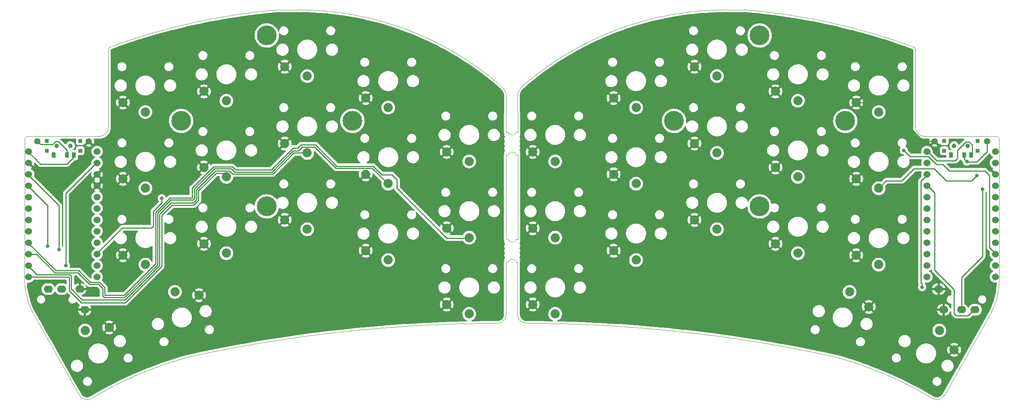
<source format=gbl>
%TF.GenerationSoftware,KiCad,Pcbnew,(6.0.4)*%
%TF.CreationDate,2022-04-16T22:52:17+02:00*%
%TF.ProjectId,sweepv2.1-julien,73776565-7076-4322-9e31-2d6a756c6965,rev?*%
%TF.SameCoordinates,Original*%
%TF.FileFunction,Copper,L2,Bot*%
%TF.FilePolarity,Positive*%
%FSLAX46Y46*%
G04 Gerber Fmt 4.6, Leading zero omitted, Abs format (unit mm)*
G04 Created by KiCad (PCBNEW (6.0.4)) date 2022-04-16 22:52:17*
%MOMM*%
%LPD*%
G01*
G04 APERTURE LIST*
%TA.AperFunction,Profile*%
%ADD10C,0.050000*%
%TD*%
%TA.AperFunction,ComponentPad*%
%ADD11C,1.524000*%
%TD*%
%TA.AperFunction,ComponentPad*%
%ADD12O,2.000000X1.600000*%
%TD*%
%TA.AperFunction,ComponentPad*%
%ADD13C,2.032000*%
%TD*%
%TA.AperFunction,ComponentPad*%
%ADD14C,4.400000*%
%TD*%
%TA.AperFunction,ComponentPad*%
%ADD15C,1.397000*%
%TD*%
%TA.AperFunction,WasherPad*%
%ADD16C,1.000000*%
%TD*%
%TA.AperFunction,SMDPad,CuDef*%
%ADD17R,0.900000X0.900000*%
%TD*%
%TA.AperFunction,SMDPad,CuDef*%
%ADD18R,0.900000X1.250000*%
%TD*%
%TA.AperFunction,ViaPad*%
%ADD19C,0.800000*%
%TD*%
%TA.AperFunction,Conductor*%
%ADD20C,0.250000*%
%TD*%
G04 APERTURE END LIST*
D10*
X131508500Y-77724000D02*
X131506000Y-89547024D01*
X219998001Y-47763999D02*
X219998045Y-30439419D01*
X223714000Y-108050000D02*
G75*
G03*
X226446000Y-107451265I1070000J1650000D01*
G01*
X219998002Y-47763999D02*
G75*
G03*
X222033002Y-49694917I1999998J69999D01*
G01*
X219563295Y-29758875D02*
G75*
G03*
X182067777Y-21502679I-49442795J-135273425D01*
G01*
X178120389Y-21508122D02*
G75*
G03*
X132892692Y-38264646I-253989J-68729978D01*
G01*
X238688000Y-50442000D02*
G75*
G03*
X237938000Y-49692000I-750000J0D01*
G01*
X132893000Y-38265000D02*
G75*
G03*
X131466055Y-40278702I2445000J-3245000D01*
G01*
X131506294Y-89547021D02*
G75*
G03*
X133544000Y-91383119I1978006J146421D01*
G01*
X219998002Y-30439419D02*
G75*
G03*
X219563290Y-29758889I-750002J19D01*
G01*
X223714000Y-108050000D02*
G75*
G03*
X202185134Y-98863946I-44316000J-74040000D01*
G01*
X222033002Y-49694917D02*
X237938000Y-49692000D01*
X202185136Y-98863939D02*
G75*
G03*
X133544000Y-91383119I-69219136J-316475461D01*
G01*
X238688000Y-58420000D02*
X238688000Y-66548000D01*
X236953304Y-88858150D02*
X226446000Y-107451265D01*
X236953327Y-88858162D02*
G75*
G03*
X238700000Y-81534000I-15027227J7454062D01*
G01*
X182067777Y-21502679D02*
X178120389Y-21508139D01*
X238688000Y-50442000D02*
X238688000Y-58420000D01*
X131466055Y-40278702D02*
X131572000Y-48768000D01*
X129349500Y-48768000D02*
X128960000Y-48768000D01*
X238688000Y-66548000D02*
X238688000Y-75438000D01*
X238688000Y-75438000D02*
X238700000Y-81534000D01*
X129349500Y-72644000D02*
X128960000Y-72644000D01*
X129349500Y-53848000D02*
X128960000Y-53848000D01*
X129349500Y-77724000D02*
X128960000Y-77724000D01*
X131572000Y-53848000D02*
X131572000Y-72644000D01*
X78412223Y-21502679D02*
X82613611Y-21508139D01*
X21792000Y-50442000D02*
X21792000Y-58420000D01*
X128960000Y-77724000D02*
X128975507Y-89545022D01*
X129013945Y-40278702D02*
G75*
G03*
X127587000Y-38265000I-3871945J-1231298D01*
G01*
X126936000Y-91383122D02*
G75*
G03*
X128975507Y-89545022I59500J1984522D01*
G01*
X40481999Y-47763999D02*
X40481955Y-30439419D01*
X21792000Y-66548000D02*
X21792000Y-73914000D01*
X23526696Y-88858150D02*
X34034000Y-107451265D01*
X38446998Y-49694918D02*
G75*
G03*
X40481999Y-47763999I35002J2000918D01*
G01*
X78412223Y-21502678D02*
G75*
G03*
X40916710Y-29758889I11947327J-143529582D01*
G01*
X126936000Y-91383119D02*
G75*
G03*
X58294866Y-98863946I578050J-323956411D01*
G01*
X21779999Y-81534000D02*
G75*
G03*
X23526696Y-88858150I16773851J129950D01*
G01*
X22542000Y-49692000D02*
G75*
G03*
X21792000Y-50442000I0J-750000D01*
G01*
X38446998Y-49694917D02*
X22542000Y-49692000D01*
X21792000Y-58420000D02*
X21792000Y-66548000D01*
X40916692Y-29758850D02*
G75*
G03*
X40481955Y-30439419I315308J-680550D01*
G01*
X34034000Y-107451265D02*
G75*
G03*
X36766000Y-108050000I1662000J1051265D01*
G01*
X127586989Y-38265013D02*
G75*
G03*
X82613611Y-21508139I-44973389J-51973087D01*
G01*
X58294866Y-98863946D02*
G75*
G03*
X36766000Y-108050000I22787134J-83226054D01*
G01*
X21792000Y-73914000D02*
X21780000Y-81534000D01*
X128960000Y-53848000D02*
X128960000Y-72644000D01*
X129013945Y-40278702D02*
X128960000Y-48768000D01*
X131572000Y-72644000D02*
X131254500Y-72644000D01*
X129349501Y-48767999D02*
G75*
G03*
X131254499Y-48768000I952499J380999D01*
G01*
X131254499Y-77724001D02*
G75*
G03*
X129349501Y-77724000I-952499J-380999D01*
G01*
X131254499Y-53848001D02*
G75*
G03*
X129349501Y-53848000I-952499J-380999D01*
G01*
X131572000Y-48768000D02*
X131254500Y-48768000D01*
X129349501Y-72643999D02*
G75*
G03*
X131254499Y-72644000I952499J380999D01*
G01*
X131508500Y-77724000D02*
X131254500Y-77724000D01*
X131572000Y-53848000D02*
X131254500Y-53848000D01*
D11*
%TO.P,U1,1*%
%TO.N,Switch10*%
X237789400Y-53086000D03*
%TO.P,U1,2*%
%TO.N,Switch18*%
X237789400Y-55626000D03*
%TO.P,U1,3*%
%TO.N,gnd*%
X237789400Y-58166000D03*
%TO.P,U1,4*%
X237789400Y-60706000D03*
%TO.P,U1,5*%
%TO.N,Switch11*%
X237789400Y-63246000D03*
%TO.P,U1,6*%
%TO.N,Switch12*%
X237789400Y-65786000D03*
%TO.P,U1,7*%
%TO.N,Switch13*%
X237789400Y-68326000D03*
%TO.P,U1,8*%
%TO.N,Switch14*%
X237789400Y-70866000D03*
%TO.P,U1,9*%
%TO.N,Switch15*%
X237789400Y-73406000D03*
%TO.P,U1,10*%
%TO.N,Switch1*%
X237789400Y-75946000D03*
%TO.P,U1,11*%
%TO.N,Switch16*%
X237789400Y-78486000D03*
%TO.P,U1,12*%
%TO.N,Switch17*%
X237789400Y-81026000D03*
%TO.P,U1,13*%
%TO.N,Switch9*%
X222569400Y-81026000D03*
%TO.P,U1,14*%
%TO.N,Switch8*%
X222569400Y-78486000D03*
%TO.P,U1,15*%
%TO.N,Switch7*%
X222569400Y-75946000D03*
%TO.P,U1,16*%
%TO.N,Switch6*%
X222569400Y-73406000D03*
%TO.P,U1,17*%
%TO.N,Switch2*%
X222569400Y-70866000D03*
%TO.P,U1,18*%
%TO.N,Switch3*%
X222569400Y-68326000D03*
%TO.P,U1,19*%
%TO.N,Switch4*%
X222569400Y-65786000D03*
%TO.P,U1,20*%
%TO.N,Switch5*%
X222569400Y-63246000D03*
%TO.P,U1,21*%
%TO.N,vcc*%
X222569400Y-60706000D03*
%TO.P,U1,22*%
%TO.N,reset*%
X222569400Y-58166000D03*
%TO.P,U1,23*%
%TO.N,gnd*%
X222569400Y-55626000D03*
%TO.P,U1,24*%
%TO.N,raw*%
X222569400Y-53086000D03*
%TD*%
D12*
%TO.P,J2,R1*%
%TO.N,Switch18*%
X230274000Y-88352000D03*
%TO.P,J2,R2*%
%TO.N,vcc*%
X233274000Y-88352000D03*
%TO.P,J2,S*%
%TO.N,gnd*%
X225174000Y-83752000D03*
%TO.P,J2,T*%
X226274000Y-88352000D03*
%TD*%
D13*
%TO.P,SW16,1*%
%TO.N,Switch13*%
X175856000Y-70416000D03*
%TO.P,SW16,2*%
%TO.N,gnd*%
X170856000Y-68316000D03*
%TD*%
%TO.P,SW20,1*%
%TO.N,Switch17*%
X225336000Y-92972450D03*
%TO.P,SW20,2*%
%TO.N,gnd*%
X228616127Y-97291103D03*
%TD*%
%TO.P,SW15,1*%
%TO.N,Switch12*%
X157856000Y-77274000D03*
%TO.P,SW15,2*%
%TO.N,gnd*%
X152856000Y-75174000D03*
%TD*%
%TO.P,SW21,1*%
%TO.N,Switch16*%
X205353032Y-84383038D03*
%TO.P,SW21,2*%
%TO.N,gnd*%
X209639142Y-87705577D03*
%TD*%
%TO.P,SW17,1*%
%TO.N,Switch14*%
X193856000Y-75750000D03*
%TO.P,SW17,2*%
%TO.N,gnd*%
X188856000Y-73650000D03*
%TD*%
%TO.P,SW18,1*%
%TO.N,Switch15*%
X211836000Y-78290000D03*
%TO.P,SW18,2*%
%TO.N,gnd*%
X206836000Y-76190000D03*
%TD*%
%TO.P,SW4,1*%
%TO.N,Switch3*%
X175856000Y-36282000D03*
%TO.P,SW4,2*%
%TO.N,gnd*%
X170856000Y-34182000D03*
%TD*%
%TO.P,SW3,1*%
%TO.N,Switch2*%
X157856000Y-43282000D03*
%TO.P,SW3,2*%
%TO.N,gnd*%
X152856000Y-41182000D03*
%TD*%
%TO.P,SW9,1*%
%TO.N,Switch7*%
X157856000Y-60256000D03*
%TO.P,SW9,2*%
%TO.N,gnd*%
X152856000Y-58156000D03*
%TD*%
%TO.P,SW14,1*%
%TO.N,Switch11*%
X139856000Y-89282000D03*
%TO.P,SW14,2*%
%TO.N,gnd*%
X134856000Y-87182000D03*
%TD*%
%TO.P,SW12,1*%
%TO.N,Switch10*%
X211836000Y-61272000D03*
%TO.P,SW12,2*%
%TO.N,gnd*%
X206836000Y-59172000D03*
%TD*%
%TO.P,SW11,1*%
%TO.N,Switch9*%
X193856000Y-58732000D03*
%TO.P,SW11,2*%
%TO.N,gnd*%
X188856000Y-56632000D03*
%TD*%
%TO.P,SW8,1*%
%TO.N,Switch6*%
X139856000Y-72282000D03*
%TO.P,SW8,2*%
%TO.N,gnd*%
X134856000Y-70182000D03*
%TD*%
%TO.P,SW6,1*%
%TO.N,Switch5*%
X211856000Y-44282000D03*
%TO.P,SW6,2*%
%TO.N,gnd*%
X206856000Y-42182000D03*
%TD*%
%TO.P,SW5,1*%
%TO.N,Switch4*%
X193856000Y-41782000D03*
%TO.P,SW5,2*%
%TO.N,gnd*%
X188856000Y-39682000D03*
%TD*%
%TO.P,SW2,1*%
%TO.N,Switch1*%
X139856000Y-55282000D03*
%TO.P,SW2,2*%
%TO.N,gnd*%
X134856000Y-53182000D03*
%TD*%
%TO.P,SW10,1*%
%TO.N,Switch8*%
X175856000Y-53398000D03*
%TO.P,SW10,2*%
%TO.N,gnd*%
X170856000Y-51298000D03*
%TD*%
D14*
%TO.P,REF\u002A\u002A,1*%
%TO.N,N/C*%
X166306000Y-46282000D03*
X204406000Y-46282000D03*
X185356000Y-65332000D03*
X185356000Y-27232000D03*
%TD*%
D15*
%TO.P,Bat+r1,1*%
%TO.N,BT+_r*%
X235966000Y-50800000D03*
%TD*%
%TO.P,BatGND1,1*%
%TO.N,gnd*%
X224282000Y-50800000D03*
%TD*%
D11*
%TO.P,U2,1*%
%TO.N,Switch10_r*%
X37937400Y-53086000D03*
%TO.P,U2,2*%
%TO.N,Switch18_r*%
X37937400Y-55626000D03*
%TO.P,U2,3*%
%TO.N,gnd*%
X37937400Y-58166000D03*
%TO.P,U2,4*%
X37937400Y-60706000D03*
%TO.P,U2,5*%
%TO.N,Switch11_r*%
X37937400Y-63246000D03*
%TO.P,U2,6*%
%TO.N,Switch12_r*%
X37937400Y-65786000D03*
%TO.P,U2,7*%
%TO.N,Switch13_r*%
X37937400Y-68326000D03*
%TO.P,U2,8*%
%TO.N,Switch14_r*%
X37937400Y-70866000D03*
%TO.P,U2,9*%
%TO.N,Switch15_r*%
X37937400Y-73406000D03*
%TO.P,U2,10*%
%TO.N,Switch1_r*%
X37937400Y-75946000D03*
%TO.P,U2,11*%
%TO.N,Switch16_r*%
X37937400Y-78486000D03*
%TO.P,U2,12*%
%TO.N,Switch17_r*%
X37937400Y-81026000D03*
%TO.P,U2,13*%
%TO.N,Switch9_r*%
X22717400Y-81026000D03*
%TO.P,U2,14*%
%TO.N,Switch8_r*%
X22717400Y-78486000D03*
%TO.P,U2,15*%
%TO.N,Switch7_r*%
X22717400Y-75946000D03*
%TO.P,U2,16*%
%TO.N,Switch6_r*%
X22717400Y-73406000D03*
%TO.P,U2,17*%
%TO.N,Switch2_r*%
X22717400Y-70866000D03*
%TO.P,U2,18*%
%TO.N,Switch3_r*%
X22717400Y-68326000D03*
%TO.P,U2,19*%
%TO.N,Switch4_r*%
X22717400Y-65786000D03*
%TO.P,U2,20*%
%TO.N,Switch5_r*%
X22717400Y-63246000D03*
%TO.P,U2,21*%
%TO.N,vcc*%
X22717400Y-60706000D03*
%TO.P,U2,22*%
%TO.N,reset_r*%
X22717400Y-58166000D03*
%TO.P,U2,23*%
%TO.N,gnd*%
X22717400Y-55626000D03*
%TO.P,U2,24*%
%TO.N,raw*%
X22717400Y-53086000D03*
%TD*%
D12*
%TO.P,J1,R1*%
%TO.N,Switch18_r*%
X30076000Y-83752000D03*
%TO.P,J1,R2*%
%TO.N,vcc*%
X27076000Y-83752000D03*
%TO.P,J1,S*%
%TO.N,gnd*%
X35176000Y-88352000D03*
%TO.P,J1,T*%
X34076000Y-83752000D03*
%TD*%
D13*
%TO.P,SW17_r1,1*%
%TO.N,Switch15_r*%
X48686000Y-78290000D03*
%TO.P,SW17_r1,2*%
%TO.N,gnd*%
X43686000Y-76190000D03*
%TD*%
%TO.P,SW11_r1,1*%
%TO.N,Switch9_r*%
X66700000Y-58732000D03*
%TO.P,SW11_r1,2*%
%TO.N,gnd*%
X61700000Y-56632000D03*
%TD*%
%TO.P,SW15_r1,1*%
%TO.N,Switch13_r*%
X84688000Y-70416000D03*
%TO.P,SW15_r1,2*%
%TO.N,gnd*%
X79688000Y-68316000D03*
%TD*%
%TO.P,SW18_r1,1*%
%TO.N,Switch12_r*%
X102714000Y-77274000D03*
%TO.P,SW18_r1,2*%
%TO.N,gnd*%
X97714000Y-75174000D03*
%TD*%
%TO.P,SW6_r1,1*%
%TO.N,Switch5_r*%
X48686000Y-44282000D03*
%TO.P,SW6_r1,2*%
%TO.N,gnd*%
X43686000Y-42182000D03*
%TD*%
%TO.P,SW5_r1,1*%
%TO.N,Switch4_r*%
X66700000Y-41782000D03*
%TO.P,SW5_r1,2*%
%TO.N,gnd*%
X61700000Y-39682000D03*
%TD*%
%TO.P,SW2_r1,1*%
%TO.N,Switch1_r*%
X120732000Y-55282000D03*
%TO.P,SW2_r1,2*%
%TO.N,gnd*%
X115732000Y-53182000D03*
%TD*%
%TO.P,SW16_r1,1*%
%TO.N,Switch14_r*%
X66700000Y-75750000D03*
%TO.P,SW16_r1,2*%
%TO.N,gnd*%
X61700000Y-73650000D03*
%TD*%
%TO.P,SW4_r1,1*%
%TO.N,Switch3_r*%
X84688000Y-36282000D03*
%TO.P,SW4_r1,2*%
%TO.N,gnd*%
X79688000Y-34182000D03*
%TD*%
%TO.P,SW13_r1,1*%
%TO.N,Switch11_r*%
X120732000Y-89282000D03*
%TO.P,SW13_r1,2*%
%TO.N,gnd*%
X115732000Y-87182000D03*
%TD*%
%TO.P,SW12_r1,1*%
%TO.N,Switch10_r*%
X48686000Y-61272000D03*
%TO.P,SW12_r1,2*%
%TO.N,gnd*%
X43686000Y-59172000D03*
%TD*%
%TO.P,SW3_r1,1*%
%TO.N,Switch2_r*%
X102714000Y-43282000D03*
%TO.P,SW3_r1,2*%
%TO.N,gnd*%
X97714000Y-41182000D03*
%TD*%
%TO.P,SW8_r1,1*%
%TO.N,Switch7_r*%
X102714000Y-60256000D03*
%TO.P,SW8_r1,2*%
%TO.N,gnd*%
X97714000Y-58156000D03*
%TD*%
%TO.P,SW21_r1,1*%
%TO.N,Switch16_r*%
X55250968Y-84383038D03*
%TO.P,SW21_r1,2*%
%TO.N,gnd*%
X60624117Y-85117387D03*
%TD*%
%TO.P,SW9_r1,1*%
%TO.N,Switch8_r*%
X84688000Y-53398000D03*
%TO.P,SW9_r1,2*%
%TO.N,gnd*%
X79688000Y-51298000D03*
%TD*%
%TO.P,SW20_r1,1*%
%TO.N,Switch17_r*%
X35268000Y-92972450D03*
%TO.P,SW20_r1,2*%
%TO.N,gnd*%
X40648127Y-92291103D03*
%TD*%
%TO.P,SW7_r1,1*%
%TO.N,Switch6_r*%
X120732000Y-72282000D03*
%TO.P,SW7_r1,2*%
%TO.N,gnd*%
X115732000Y-70182000D03*
%TD*%
D14*
%TO.P,REF\u002A\u002A,1*%
%TO.N,N/C*%
X94742000Y-46282000D03*
X75692000Y-65332000D03*
X56642000Y-46282000D03*
X75692000Y-27232000D03*
%TD*%
D15*
%TO.P,BatGND4,1*%
%TO.N,gnd*%
X36068000Y-50800000D03*
%TD*%
%TO.P,Bat+1,1*%
%TO.N,BT+*%
X24638000Y-50800000D03*
%TD*%
D16*
%TO.P,SW_POWERR1,*%
%TO.N,*%
X228624000Y-51816000D03*
X231624000Y-51816000D03*
D17*
%TO.P,SW_POWERR1,0*%
%TO.N,N/C*%
X226424000Y-50716000D03*
X226424000Y-52916000D03*
X233824000Y-52916000D03*
X233824000Y-50716000D03*
D18*
%TO.P,SW_POWERR1,1*%
%TO.N,Net-(SW_POWERR1-Pad1)*%
X227874000Y-53891000D03*
%TO.P,SW_POWERR1,2*%
%TO.N,BT+_r*%
X230874000Y-53891000D03*
%TO.P,SW_POWERR1,3*%
%TO.N,raw*%
X232374000Y-53891000D03*
%TD*%
D16*
%TO.P,SW_POWER1,*%
%TO.N,*%
X31980000Y-51816000D03*
X28980000Y-51816000D03*
D17*
%TO.P,SW_POWER1,0*%
%TO.N,N/C*%
X26780000Y-52916000D03*
X34180000Y-50716000D03*
X34180000Y-52916000D03*
X26780000Y-50716000D03*
D18*
%TO.P,SW_POWER1,1*%
%TO.N,Net-(SW_POWER1-Pad1)*%
X28230000Y-53891000D03*
%TO.P,SW_POWER1,2*%
%TO.N,BT+*%
X31230000Y-53891000D03*
%TO.P,SW_POWER1,3*%
%TO.N,raw*%
X32730000Y-53891000D03*
%TD*%
D19*
%TO.N,vcc*%
X26924000Y-74168000D03*
%TO.N,Switch18*%
X234950000Y-61468000D03*
%TO.N,reset*%
X221488000Y-83312000D03*
%TO.N,Switch1*%
X217424000Y-52832000D03*
%TO.N,Switch10*%
X233680000Y-58420000D03*
%TO.N,BT+_r*%
X231437000Y-55329000D03*
%TO.N,Switch18_r*%
X30988000Y-78486000D03*
%TO.N,reset_r*%
X29464000Y-74930000D03*
%TO.N,Switch1_r*%
X52324000Y-63500000D03*
%TD*%
D20*
%TO.N,BT+*%
X25360999Y-51522999D02*
X28051999Y-51522999D01*
X24638000Y-50800000D02*
X25360999Y-51522999D01*
X29046501Y-50890501D02*
X29373499Y-50890501D01*
X28738499Y-50836499D02*
X28992499Y-50836499D01*
X31230000Y-52747002D02*
X31230000Y-53891000D01*
X28051999Y-51522999D02*
X28738499Y-50836499D01*
X29373499Y-50890501D02*
X31230000Y-52747002D01*
X28992499Y-50836499D02*
X29046501Y-50890501D01*
%TO.N,gnd*%
X213159159Y-42182000D02*
X206856000Y-42182000D01*
X221777159Y-50800000D02*
X213159159Y-42182000D01*
X226254000Y-88332000D02*
X226274000Y-88352000D01*
X226244000Y-88322000D02*
X226274000Y-88352000D01*
X224282000Y-50800000D02*
X221777159Y-50800000D01*
%TO.N,vcc*%
X228600000Y-83820000D02*
X228600000Y-89154000D01*
X233254000Y-88332000D02*
X233274000Y-88352000D01*
X224282000Y-79502000D02*
X224282000Y-62218600D01*
X228600000Y-83820000D02*
X224282000Y-79502000D01*
X224282000Y-62218600D02*
X222769400Y-60706000D01*
X229108000Y-89662000D02*
X231764000Y-89662000D01*
X228600000Y-89154000D02*
X229108000Y-89662000D01*
X233274000Y-88152000D02*
X232341000Y-89085000D01*
X231764000Y-89662000D02*
X232341000Y-89085000D01*
X26924000Y-74168000D02*
X26924000Y-74422000D01*
X26924000Y-65112600D02*
X26924000Y-74168000D01*
X22517400Y-60706000D02*
X26924000Y-65112600D01*
%TO.N,Switch18*%
X230274000Y-81130000D02*
X234950000Y-76454000D01*
X230274000Y-88152000D02*
X230274000Y-81130000D01*
X234950000Y-61468000D02*
X234950000Y-61468000D01*
X234950000Y-76454000D02*
X234950000Y-61468000D01*
%TO.N,reset*%
X221488000Y-82550000D02*
X221234000Y-82296000D01*
X221488000Y-83312000D02*
X221488000Y-82550000D01*
X221234000Y-59701400D02*
X221234000Y-82296000D01*
X222769400Y-58166000D02*
X221234000Y-59701400D01*
%TO.N,Switch1*%
X237989400Y-75946000D02*
X236469700Y-74426300D01*
X236469700Y-58424300D02*
X235445100Y-57399700D01*
X236469700Y-74426300D02*
X236469700Y-58424300D01*
X224711081Y-55958919D02*
X222925163Y-54173001D01*
X218765001Y-54173001D02*
X217424000Y-52832000D01*
X235445100Y-57399700D02*
X227579700Y-57399700D01*
X227579700Y-57399700D02*
X226138919Y-55958919D01*
X226138919Y-55958919D02*
X224711081Y-55958919D01*
X222925163Y-54173001D02*
X218765001Y-54173001D01*
%TO.N,Switch10*%
X232481001Y-59618999D02*
X233680000Y-58420000D01*
X233680000Y-58420000D02*
X233680000Y-58420000D01*
X211836000Y-61272000D02*
X213489001Y-59618999D01*
X219710000Y-56896000D02*
X224170002Y-56896000D01*
X216987001Y-59618999D02*
X219710000Y-56896000D01*
X226893001Y-59618999D02*
X232481001Y-59618999D01*
X224170002Y-56896000D02*
X226893001Y-59618999D01*
X213489001Y-59618999D02*
X216987001Y-59618999D01*
%TO.N,raw*%
X232664000Y-51634998D02*
X232020001Y-50990999D01*
X229374499Y-54597501D02*
X228854000Y-55118000D01*
X232020001Y-50990999D02*
X231227999Y-50990999D01*
X232664000Y-53601000D02*
X232664000Y-51634998D01*
X229374499Y-52844499D02*
X229374499Y-54597501D01*
X226568000Y-55118000D02*
X224801400Y-55118000D01*
X224801400Y-55118000D02*
X222769400Y-53086000D01*
X232374000Y-53891000D02*
X232664000Y-53601000D01*
X231227999Y-50990999D02*
X229374499Y-52844499D01*
X228854000Y-55118000D02*
X226568000Y-55118000D01*
X22517400Y-53086000D02*
X24339700Y-54908300D01*
X25311400Y-55880000D02*
X26924000Y-55880000D01*
X32730000Y-54392000D02*
X32730000Y-53891000D01*
X31242000Y-55880000D02*
X32730000Y-54392000D01*
X24339700Y-54908300D02*
X25311400Y-55880000D01*
X26924000Y-55880000D02*
X31242000Y-55880000D01*
%TO.N,BT+_r*%
X231480000Y-55372000D02*
X231437000Y-55329000D01*
X230874000Y-54766000D02*
X230874000Y-53891000D01*
X235966000Y-53086000D02*
X233680000Y-55372000D01*
X233680000Y-55372000D02*
X231480000Y-55372000D01*
X235966000Y-50800000D02*
X235966000Y-53086000D01*
X231437000Y-55329000D02*
X230874000Y-54766000D01*
%TO.N,Switch18_r*%
X30988000Y-62375400D02*
X30988000Y-78486000D01*
X37737400Y-55626000D02*
X30988000Y-62375400D01*
X30988000Y-78486000D02*
X30988000Y-78486000D01*
%TO.N,reset_r*%
X29464000Y-74930000D02*
X29464000Y-74930000D01*
X29464000Y-65112600D02*
X29464000Y-74930000D01*
X22517400Y-58166000D02*
X29464000Y-65112600D01*
%TO.N,Switch9_r*%
X64390410Y-57912000D02*
X65882000Y-57912000D01*
X54610000Y-65024000D02*
X59438818Y-65024000D01*
X22517400Y-81026000D02*
X31750000Y-81026000D01*
X31750000Y-84064390D02*
X34462611Y-86777001D01*
X59438818Y-65024000D02*
X60454709Y-64008109D01*
X44174911Y-86777001D02*
X52278362Y-78673550D01*
X60454710Y-61847700D02*
X64390410Y-57912000D01*
X31750000Y-81026000D02*
X31750000Y-84064390D01*
X65882000Y-57912000D02*
X66702000Y-58732000D01*
X34462611Y-86777001D02*
X44174911Y-86777001D01*
X52278362Y-78673550D02*
X52278362Y-67355638D01*
X52278362Y-67355638D02*
X54610000Y-65024000D01*
X60454709Y-64008109D02*
X60454710Y-61847700D01*
%TO.N,Switch1_r*%
X50478324Y-69663676D02*
X50478324Y-66361676D01*
X43688000Y-70104000D02*
X50038000Y-70104000D01*
X50038000Y-70104000D02*
X50478324Y-69663676D01*
X52324000Y-64516000D02*
X52324000Y-63500000D01*
X41601700Y-72081700D02*
X37737400Y-75946000D01*
X50478324Y-66361676D02*
X52324000Y-64516000D01*
X43579400Y-70104000D02*
X41601700Y-72081700D01*
X41910000Y-71773400D02*
X41601700Y-72081700D01*
X43688000Y-70104000D02*
X43579400Y-70104000D01*
%TO.N,Switch6_r*%
X101254205Y-58257795D02*
X99361399Y-56364989D01*
X43952682Y-85090000D02*
X39624000Y-85090000D01*
X91291399Y-56364989D02*
X86533399Y-51606989D01*
X39624000Y-83367766D02*
X39624000Y-85090000D01*
X86533399Y-51606989D02*
X83267011Y-51606989D01*
X68746709Y-57188299D02*
X68029946Y-56471536D01*
X63847146Y-56471536D02*
X59104682Y-61214000D01*
X28742401Y-79631001D02*
X22517400Y-73406000D01*
X115765318Y-72390000D02*
X104618659Y-61243341D01*
X33855237Y-79631003D02*
X28742401Y-79631001D01*
X99361399Y-56364989D02*
X91291399Y-56364989D01*
X54179318Y-63422682D02*
X50928334Y-66673666D01*
X68029946Y-56471536D02*
X63847146Y-56471536D01*
X50928334Y-66673666D02*
X50928334Y-78114348D01*
X36421117Y-82196883D02*
X33855237Y-79631003D01*
X36421117Y-82196883D02*
X38453117Y-82196883D01*
X59104682Y-61214000D02*
X59104682Y-63422682D01*
X104648000Y-59365590D02*
X104648000Y-61214000D01*
X59104682Y-63422682D02*
X54179318Y-63422682D01*
X101254205Y-58257795D02*
X103540205Y-58257795D01*
X76669701Y-57188299D02*
X68746709Y-57188299D01*
X120650000Y-72390000D02*
X115765318Y-72390000D01*
X50928334Y-78114348D02*
X43952682Y-85090000D01*
X104648000Y-61214000D02*
X104618659Y-61243341D01*
X103540205Y-58257795D02*
X104648000Y-59365590D01*
X38453117Y-82196883D02*
X39624000Y-83367766D01*
X83267011Y-51606989D02*
X82550000Y-52324000D01*
X81534000Y-52324000D02*
X76669701Y-57188299D01*
X82550000Y-52324000D02*
X81534000Y-52324000D01*
%TO.N,Switch7_r*%
X51378343Y-66860067D02*
X54365718Y-63872692D01*
X81546420Y-52947990D02*
X81217205Y-53277205D01*
X81217205Y-53277205D02*
X77090410Y-57404000D01*
X39173990Y-83554166D02*
X39173990Y-85276400D01*
X59554692Y-61400400D02*
X64033546Y-56921546D01*
X59528465Y-63635309D02*
X59554691Y-63635309D01*
X64033546Y-56921546D02*
X67843546Y-56921546D01*
X99174999Y-56814999D02*
X91104999Y-56814999D01*
X91104999Y-56814999D02*
X86346999Y-52056999D01*
X83579001Y-52056999D02*
X82688010Y-52947990D01*
X102616000Y-60256000D02*
X99174999Y-56814999D01*
X86346999Y-52056999D02*
X83579001Y-52056999D01*
X68560309Y-57638309D02*
X76856101Y-57638309D01*
X28556001Y-80081011D02*
X33668836Y-80081012D01*
X43965112Y-85598000D02*
X44023102Y-85655990D01*
X44023102Y-85655990D02*
X51378343Y-78300749D01*
X39495590Y-85598000D02*
X43965112Y-85598000D01*
X36234717Y-82646893D02*
X38266717Y-82646893D01*
X22517400Y-75946000D02*
X24420990Y-75946000D01*
X59554691Y-63635309D02*
X59554692Y-61400400D01*
X82688010Y-52947990D02*
X81546420Y-52947990D01*
X39173990Y-85276400D02*
X39495590Y-85598000D01*
X51378343Y-78300749D02*
X51378343Y-66860067D01*
X54365718Y-63872692D02*
X59291082Y-63872692D01*
X33668836Y-80081012D02*
X36234717Y-82646893D01*
X38266717Y-82646893D02*
X39173990Y-83554166D01*
X24420990Y-75946000D02*
X28556001Y-80081011D01*
X59291082Y-63872692D02*
X59528465Y-63635309D01*
X67843546Y-56921546D02*
X68560309Y-57638309D01*
X76856101Y-57638309D02*
X77280205Y-57214205D01*
%TO.N,Switch8_r*%
X32200010Y-80839600D02*
X32200010Y-83877990D01*
X68043001Y-58088319D02*
X77042501Y-58088319D01*
X32315990Y-83877990D02*
X34544001Y-86105999D01*
X60004700Y-63821708D02*
X60004701Y-61661299D01*
X64275001Y-57390999D02*
X67345681Y-57390999D01*
X32200010Y-83877990D02*
X32315990Y-83877990D01*
X31891431Y-80531021D02*
X32200010Y-80839600D01*
X22517400Y-78486000D02*
X24562421Y-80531021D01*
X51828352Y-78487150D02*
X51828352Y-67046468D01*
X24562421Y-80531021D02*
X31891431Y-80531021D01*
X51828352Y-67046468D02*
X54358820Y-64516000D01*
X60004701Y-61661299D02*
X64275001Y-57390999D01*
X34544001Y-86105999D02*
X44209503Y-86105999D01*
X67345681Y-57390999D02*
X68043001Y-58088319D01*
X77042501Y-58088319D02*
X81732820Y-53398000D01*
X54358820Y-64516000D02*
X59310408Y-64516000D01*
X44209503Y-86105999D02*
X51828352Y-78487150D01*
X81732820Y-53398000D02*
X84836000Y-53398000D01*
X59310408Y-64516000D02*
X60004700Y-63821708D01*
%TD*%
%TA.AperFunction,Conductor*%
%TO.N,gnd*%
G36*
X182008955Y-22011849D02*
G01*
X182010185Y-22011967D01*
X182018911Y-22014079D01*
X182027876Y-22013658D01*
X182027881Y-22013658D01*
X182048297Y-22012698D01*
X182065651Y-22013079D01*
X183097361Y-22107132D01*
X184272548Y-22214266D01*
X184274420Y-22214452D01*
X185305688Y-22324844D01*
X186516790Y-22454487D01*
X186518759Y-22454713D01*
X188757156Y-22729994D01*
X188759121Y-22730252D01*
X190992798Y-23040687D01*
X190994758Y-23040975D01*
X193223329Y-23386508D01*
X193225285Y-23386827D01*
X194324165Y-23574948D01*
X195448117Y-23767361D01*
X195450023Y-23767702D01*
X196182957Y-23905074D01*
X197666739Y-24183176D01*
X197668683Y-24183557D01*
X199236749Y-24503061D01*
X199878442Y-24633810D01*
X199880344Y-24634213D01*
X201477154Y-24985817D01*
X202082773Y-25119169D01*
X202084704Y-25119610D01*
X204279316Y-25639164D01*
X204281162Y-25639616D01*
X204908876Y-25798687D01*
X206467286Y-26193609D01*
X206469203Y-26194111D01*
X208646305Y-26782405D01*
X208648214Y-26782937D01*
X209228072Y-26949454D01*
X210815868Y-27405420D01*
X210817654Y-27405948D01*
X212554080Y-27934293D01*
X212975194Y-28062426D01*
X212977085Y-28063017D01*
X215124090Y-28753365D01*
X215125972Y-28753987D01*
X215443398Y-28861589D01*
X217261800Y-29477997D01*
X217263590Y-29478620D01*
X219325204Y-30213820D01*
X219334933Y-30217867D01*
X219341647Y-30222346D01*
X219350215Y-30225032D01*
X219358311Y-30228904D01*
X219358112Y-30229319D01*
X219377511Y-30238450D01*
X219391778Y-30247716D01*
X219418657Y-30271200D01*
X219439765Y-30295730D01*
X219458978Y-30325808D01*
X219472359Y-30355270D01*
X219482367Y-30389530D01*
X219484481Y-30404307D01*
X219485742Y-30423692D01*
X219485735Y-30424261D01*
X219484354Y-30433130D01*
X219488343Y-30463637D01*
X219488482Y-30464702D01*
X219489545Y-30481037D01*
X219489528Y-36948236D01*
X219489501Y-47721845D01*
X219488410Y-47738389D01*
X219484300Y-47769419D01*
X219484586Y-47781968D01*
X219485444Y-47786756D01*
X219485469Y-47787010D01*
X219486815Y-47796847D01*
X219508265Y-48022600D01*
X219513796Y-48080817D01*
X219577617Y-48374177D01*
X219578849Y-48377731D01*
X219578851Y-48377738D01*
X219674719Y-48654284D01*
X219674723Y-48654293D01*
X219675952Y-48657839D01*
X219807398Y-48927757D01*
X219809442Y-48930928D01*
X219809443Y-48930929D01*
X219847496Y-48989950D01*
X219970081Y-49180082D01*
X220161682Y-49411216D01*
X220164406Y-49413801D01*
X220164411Y-49413806D01*
X220376739Y-49615275D01*
X220376743Y-49615279D01*
X220379467Y-49617863D01*
X220620333Y-49797076D01*
X220880844Y-49946300D01*
X220884301Y-49947764D01*
X220884302Y-49947765D01*
X221153826Y-50061943D01*
X221153831Y-50061945D01*
X221157285Y-50063408D01*
X221445714Y-50146728D01*
X221449430Y-50147334D01*
X221449433Y-50147335D01*
X221552014Y-50164072D01*
X221742018Y-50195073D01*
X221745762Y-50195231D01*
X221745769Y-50195232D01*
X221873511Y-50200632D01*
X222009659Y-50206388D01*
X222023052Y-50207675D01*
X222029435Y-50208634D01*
X222034306Y-50208608D01*
X222037122Y-50208593D01*
X222041987Y-50208567D01*
X222046784Y-50207794D01*
X222046786Y-50207794D01*
X222055518Y-50206387D01*
X222064062Y-50205011D01*
X222084074Y-50203407D01*
X222243632Y-50203378D01*
X223032805Y-50203234D01*
X223100929Y-50223224D01*
X223147432Y-50276871D01*
X223157549Y-50347143D01*
X223153160Y-50366598D01*
X223098524Y-50542553D01*
X223096130Y-50553817D01*
X223071425Y-50762547D01*
X223071124Y-50774048D01*
X223084871Y-50983779D01*
X223086672Y-50995149D01*
X223138409Y-51198863D01*
X223142250Y-51209710D01*
X223230247Y-51400592D01*
X223235996Y-51410549D01*
X223257112Y-51440427D01*
X223267701Y-51448815D01*
X223281000Y-51441788D01*
X224192905Y-50529884D01*
X224255217Y-50495859D01*
X224326033Y-50500924D01*
X224371095Y-50529884D01*
X225284609Y-51443398D01*
X225296987Y-51450156D01*
X225303566Y-51445231D01*
X225313378Y-51427711D01*
X225364115Y-51378049D01*
X225433647Y-51363701D01*
X225499898Y-51389223D01*
X225524139Y-51413711D01*
X225610739Y-51529261D01*
X225727295Y-51616615D01*
X225863684Y-51667745D01*
X225925866Y-51674500D01*
X226922134Y-51674500D01*
X226984316Y-51667745D01*
X227120705Y-51616615D01*
X227237261Y-51529261D01*
X227324615Y-51412705D01*
X227375745Y-51276316D01*
X227382500Y-51214134D01*
X227382500Y-50328413D01*
X227402502Y-50260292D01*
X227456158Y-50213799D01*
X227508477Y-50202413D01*
X230849410Y-50201800D01*
X230917534Y-50221790D01*
X230964037Y-50275437D01*
X230974154Y-50345709D01*
X230944673Y-50410295D01*
X230919687Y-50430491D01*
X230920382Y-50431447D01*
X230884612Y-50457435D01*
X230874692Y-50463951D01*
X230843464Y-50482419D01*
X230843461Y-50482421D01*
X230836637Y-50486457D01*
X230822316Y-50500778D01*
X230807283Y-50513618D01*
X230790892Y-50525527D01*
X230765370Y-50556378D01*
X230762701Y-50559604D01*
X230754711Y-50568383D01*
X229786855Y-51536239D01*
X229724543Y-51570265D01*
X229653728Y-51565200D01*
X229596892Y-51522653D01*
X229577138Y-51483561D01*
X229573477Y-51471435D01*
X229560916Y-51429831D01*
X229468066Y-51255204D01*
X229390256Y-51159800D01*
X229346960Y-51106713D01*
X229346957Y-51106710D01*
X229343065Y-51101938D01*
X229331519Y-51092386D01*
X229195425Y-50979799D01*
X229195421Y-50979797D01*
X229190675Y-50975870D01*
X229016701Y-50881802D01*
X228827768Y-50823318D01*
X228821643Y-50822674D01*
X228821642Y-50822674D01*
X228637204Y-50803289D01*
X228637202Y-50803289D01*
X228631075Y-50802645D01*
X228548576Y-50810153D01*
X228440251Y-50820011D01*
X228440248Y-50820012D01*
X228434112Y-50820570D01*
X228428206Y-50822308D01*
X228428202Y-50822309D01*
X228345104Y-50846766D01*
X228244381Y-50876410D01*
X228238923Y-50879263D01*
X228238919Y-50879265D01*
X228170271Y-50915154D01*
X228069110Y-50968040D01*
X227914975Y-51091968D01*
X227911011Y-51096692D01*
X227895929Y-51114666D01*
X227787846Y-51243474D01*
X227784879Y-51248872D01*
X227784875Y-51248877D01*
X227729731Y-51349185D01*
X227692567Y-51416787D01*
X227690706Y-51422654D01*
X227690705Y-51422656D01*
X227637405Y-51590680D01*
X227632765Y-51605306D01*
X227610719Y-51801851D01*
X227612796Y-51826589D01*
X227626073Y-51984700D01*
X227627268Y-51998934D01*
X227640020Y-52043406D01*
X227679693Y-52181761D01*
X227681783Y-52189050D01*
X227691177Y-52207328D01*
X227735211Y-52293008D01*
X227772187Y-52364956D01*
X227895035Y-52519953D01*
X227899729Y-52523948D01*
X227899733Y-52523952D01*
X227913356Y-52535546D01*
X227952270Y-52594928D01*
X227952901Y-52665922D01*
X227915050Y-52725987D01*
X227850734Y-52756053D01*
X227831694Y-52757500D01*
X227508500Y-52757500D01*
X227440379Y-52737498D01*
X227393886Y-52683842D01*
X227382500Y-52631500D01*
X227382500Y-52417866D01*
X227375745Y-52355684D01*
X227324615Y-52219295D01*
X227237261Y-52102739D01*
X227120705Y-52015385D01*
X226984316Y-51964255D01*
X226922134Y-51957500D01*
X225925866Y-51957500D01*
X225863684Y-51964255D01*
X225727295Y-52015385D01*
X225610739Y-52102739D01*
X225523385Y-52219295D01*
X225472255Y-52355684D01*
X225465500Y-52417866D01*
X225465500Y-53414134D01*
X225472255Y-53476316D01*
X225523385Y-53612705D01*
X225610739Y-53729261D01*
X225727295Y-53816615D01*
X225863684Y-53867745D01*
X225925866Y-53874500D01*
X226789500Y-53874500D01*
X226857621Y-53894502D01*
X226904114Y-53948158D01*
X226915500Y-54000500D01*
X226915500Y-54358500D01*
X226895498Y-54426621D01*
X226841842Y-54473114D01*
X226789500Y-54484500D01*
X225115994Y-54484500D01*
X225047873Y-54464498D01*
X225026899Y-54447595D01*
X223871863Y-53292558D01*
X223837837Y-53230246D01*
X223835437Y-53192485D01*
X223844753Y-53086000D01*
X223825378Y-52864537D01*
X223780119Y-52695630D01*
X223769263Y-52655114D01*
X223769262Y-52655112D01*
X223767840Y-52649804D01*
X223765517Y-52644822D01*
X223676214Y-52453311D01*
X223676211Y-52453306D01*
X223673888Y-52448324D01*
X223670731Y-52443815D01*
X223549536Y-52270730D01*
X223549534Y-52270727D01*
X223546377Y-52266219D01*
X223389181Y-52109023D01*
X223384673Y-52105866D01*
X223384670Y-52105864D01*
X223299696Y-52046365D01*
X223207077Y-51981512D01*
X223202095Y-51979189D01*
X223202090Y-51979186D01*
X223010578Y-51889883D01*
X223010577Y-51889882D01*
X223005596Y-51887560D01*
X223000288Y-51886138D01*
X223000286Y-51886137D01*
X222913064Y-51862766D01*
X222790863Y-51830022D01*
X222588454Y-51812314D01*
X223634046Y-51812314D01*
X223643928Y-51824803D01*
X223699041Y-51861627D01*
X223709146Y-51867114D01*
X223902267Y-51950086D01*
X223913210Y-51953641D01*
X224118209Y-52000028D01*
X224129618Y-52001530D01*
X224339645Y-52009781D01*
X224351129Y-52009179D01*
X224559145Y-51979019D01*
X224570328Y-51976334D01*
X224769362Y-51908771D01*
X224779865Y-51904095D01*
X224922404Y-51824270D01*
X224932266Y-51814194D01*
X224929311Y-51806522D01*
X224294811Y-51172021D01*
X224280868Y-51164408D01*
X224279034Y-51164539D01*
X224272420Y-51168790D01*
X223640239Y-51800972D01*
X223634046Y-51812314D01*
X222588454Y-51812314D01*
X222569400Y-51810647D01*
X222347937Y-51830022D01*
X222225736Y-51862766D01*
X222138514Y-51886137D01*
X222138512Y-51886138D01*
X222133204Y-51887560D01*
X222128223Y-51889882D01*
X222128222Y-51889883D01*
X221936711Y-51979186D01*
X221936706Y-51979189D01*
X221931724Y-51981512D01*
X221927217Y-51984668D01*
X221927215Y-51984669D01*
X221754130Y-52105864D01*
X221754127Y-52105866D01*
X221749619Y-52109023D01*
X221592423Y-52266219D01*
X221589266Y-52270727D01*
X221589264Y-52270730D01*
X221468069Y-52443815D01*
X221464912Y-52448324D01*
X221462589Y-52453306D01*
X221462586Y-52453311D01*
X221373283Y-52644822D01*
X221370960Y-52649804D01*
X221369538Y-52655112D01*
X221369537Y-52655114D01*
X221358681Y-52695630D01*
X221313422Y-52864537D01*
X221294047Y-53086000D01*
X221313422Y-53307463D01*
X221331391Y-53374521D01*
X221333097Y-53380889D01*
X221331407Y-53451866D01*
X221291613Y-53510662D01*
X221226349Y-53538610D01*
X221211390Y-53539501D01*
X219079595Y-53539501D01*
X219011474Y-53519499D01*
X218990500Y-53502596D01*
X218371122Y-52883218D01*
X218337096Y-52820906D01*
X218334907Y-52807293D01*
X218332164Y-52781189D01*
X218323879Y-52702364D01*
X218318232Y-52648635D01*
X218318232Y-52648633D01*
X218317542Y-52642072D01*
X218258527Y-52460444D01*
X218243457Y-52434341D01*
X218206184Y-52369783D01*
X218163040Y-52295056D01*
X218157603Y-52289017D01*
X218039675Y-52158045D01*
X218039674Y-52158044D01*
X218035253Y-52153134D01*
X217907338Y-52060198D01*
X217886094Y-52044763D01*
X217886093Y-52044762D01*
X217880752Y-52040882D01*
X217874724Y-52038198D01*
X217874722Y-52038197D01*
X217857838Y-52030680D01*
X217803742Y-51984700D01*
X217783093Y-51916772D01*
X217802445Y-51848464D01*
X217809527Y-51838347D01*
X217858686Y-51774971D01*
X217911661Y-51706676D01*
X218001696Y-51523701D01*
X218003543Y-51516611D01*
X218051490Y-51332541D01*
X218051490Y-51332538D01*
X218053100Y-51326359D01*
X218058950Y-51214736D01*
X218063438Y-51129094D01*
X218063438Y-51129090D01*
X218063772Y-51122712D01*
X218033278Y-50921078D01*
X218013414Y-50867088D01*
X217965067Y-50735684D01*
X217965066Y-50735683D01*
X217962863Y-50729694D01*
X217884210Y-50602840D01*
X217858764Y-50561800D01*
X217858763Y-50561799D01*
X217855402Y-50556378D01*
X217842329Y-50542553D01*
X217719671Y-50412846D01*
X217715286Y-50408209D01*
X217704427Y-50400605D01*
X217553472Y-50294906D01*
X217553471Y-50294905D01*
X217548239Y-50291242D01*
X217378677Y-50217866D01*
X217366940Y-50212787D01*
X217366939Y-50212787D01*
X217361084Y-50210253D01*
X217285527Y-50194468D01*
X217166212Y-50169541D01*
X217166208Y-50169541D01*
X217161467Y-50168550D01*
X217156630Y-50168297D01*
X217156626Y-50168296D01*
X217156560Y-50168293D01*
X217154788Y-50168200D01*
X217005033Y-50168200D01*
X216932387Y-50175579D01*
X216859466Y-50182986D01*
X216859465Y-50182986D01*
X216853117Y-50183631D01*
X216658522Y-50244614D01*
X216480163Y-50343479D01*
X216325327Y-50476190D01*
X216200339Y-50637324D01*
X216110304Y-50820299D01*
X216108695Y-50826477D01*
X216108694Y-50826479D01*
X216060546Y-51011323D01*
X216058900Y-51017641D01*
X216057492Y-51044517D01*
X216048603Y-51214134D01*
X216048228Y-51221288D01*
X216078722Y-51422922D01*
X216080928Y-51428917D01*
X216080928Y-51428918D01*
X216145690Y-51604936D01*
X216149137Y-51614306D01*
X216219722Y-51728148D01*
X216247169Y-51772414D01*
X216256598Y-51787622D01*
X216260979Y-51792255D01*
X216260980Y-51792256D01*
X216378729Y-51916772D01*
X216396714Y-51935791D01*
X216401944Y-51939453D01*
X216401945Y-51939454D01*
X216544948Y-52039585D01*
X216563761Y-52052758D01*
X216616918Y-52075761D01*
X216647047Y-52088799D01*
X216701621Y-52134210D01*
X216722981Y-52201917D01*
X216704345Y-52270424D01*
X216690644Y-52288743D01*
X216684960Y-52295056D01*
X216641816Y-52369783D01*
X216604544Y-52434341D01*
X216589473Y-52460444D01*
X216530458Y-52642072D01*
X216529768Y-52648633D01*
X216529768Y-52648635D01*
X216517806Y-52762447D01*
X216510496Y-52832000D01*
X216511186Y-52838565D01*
X216528520Y-53003486D01*
X216530458Y-53021928D01*
X216589473Y-53203556D01*
X216592776Y-53209278D01*
X216592777Y-53209279D01*
X216605683Y-53231632D01*
X216684960Y-53368944D01*
X216689378Y-53373851D01*
X216689379Y-53373852D01*
X216808325Y-53505955D01*
X216812747Y-53510866D01*
X216905149Y-53578000D01*
X216946015Y-53607691D01*
X216967248Y-53623118D01*
X216973276Y-53625802D01*
X216973278Y-53625803D01*
X217134987Y-53697800D01*
X217141712Y-53700794D01*
X217225901Y-53718689D01*
X217322056Y-53739128D01*
X217322061Y-53739128D01*
X217328513Y-53740500D01*
X217384405Y-53740500D01*
X217452526Y-53760502D01*
X217473500Y-53777405D01*
X217493600Y-53797505D01*
X217527626Y-53859817D01*
X217522561Y-53930632D01*
X217480014Y-53987468D01*
X217413494Y-54012279D01*
X217404505Y-54012600D01*
X217278075Y-54012600D01*
X217225666Y-54017047D01*
X217111438Y-54026739D01*
X217111434Y-54026740D01*
X217106127Y-54027190D01*
X217100972Y-54028528D01*
X217100966Y-54028529D01*
X216887997Y-54083805D01*
X216887993Y-54083806D01*
X216882828Y-54085147D01*
X216877962Y-54087339D01*
X216877959Y-54087340D01*
X216694649Y-54169915D01*
X216672485Y-54179899D01*
X216668065Y-54182875D01*
X216668061Y-54182877D01*
X216603143Y-54226583D01*
X216481115Y-54308738D01*
X216314188Y-54467978D01*
X216311000Y-54472263D01*
X216183546Y-54643568D01*
X216176479Y-54653066D01*
X216174064Y-54657816D01*
X216119377Y-54765378D01*
X216071923Y-54858712D01*
X216050300Y-54928349D01*
X216005095Y-55073930D01*
X216005094Y-55073936D01*
X216003511Y-55079033D01*
X215991165Y-55172186D01*
X215977264Y-55277070D01*
X215973200Y-55307732D01*
X215973400Y-55313062D01*
X215973400Y-55313063D01*
X215977249Y-55415586D01*
X215981854Y-55538268D01*
X216029228Y-55764050D01*
X216031186Y-55769009D01*
X216031187Y-55769011D01*
X216062927Y-55849380D01*
X216113967Y-55978622D01*
X216193011Y-56108883D01*
X216229958Y-56169769D01*
X216233647Y-56175849D01*
X216237144Y-56179879D01*
X216377053Y-56341110D01*
X216384847Y-56350092D01*
X216409396Y-56370221D01*
X216559115Y-56492984D01*
X216559121Y-56492988D01*
X216563243Y-56496368D01*
X216763735Y-56610494D01*
X216768751Y-56612315D01*
X216768756Y-56612317D01*
X216975575Y-56687389D01*
X216975579Y-56687390D01*
X216980590Y-56689209D01*
X216985839Y-56690158D01*
X216985842Y-56690159D01*
X217203523Y-56729522D01*
X217203530Y-56729523D01*
X217207607Y-56730260D01*
X217225344Y-56731096D01*
X217230292Y-56731330D01*
X217230299Y-56731330D01*
X217231780Y-56731400D01*
X217393925Y-56731400D01*
X217460881Y-56725719D01*
X217560562Y-56717261D01*
X217560566Y-56717260D01*
X217565873Y-56716810D01*
X217571028Y-56715472D01*
X217571034Y-56715471D01*
X217784003Y-56660195D01*
X217784007Y-56660194D01*
X217789172Y-56658853D01*
X217794038Y-56656661D01*
X217794041Y-56656660D01*
X217994649Y-56566293D01*
X217999515Y-56564101D01*
X218003935Y-56561125D01*
X218003939Y-56561123D01*
X218139471Y-56469876D01*
X218190885Y-56435262D01*
X218357812Y-56276022D01*
X218440475Y-56164919D01*
X218492337Y-56095214D01*
X218492339Y-56095211D01*
X218495521Y-56090934D01*
X218551860Y-55980124D01*
X218597658Y-55890046D01*
X218597658Y-55890045D01*
X218600077Y-55885288D01*
X218639523Y-55758251D01*
X218666905Y-55670070D01*
X218666906Y-55670064D01*
X218668489Y-55664967D01*
X218686903Y-55526035D01*
X218698100Y-55441553D01*
X218698100Y-55441548D01*
X218698800Y-55436268D01*
X218698274Y-55422240D01*
X218692184Y-55260022D01*
X218690146Y-55205732D01*
X218642772Y-54979950D01*
X218640813Y-54974989D01*
X218640066Y-54972500D01*
X218639646Y-54901505D01*
X218677677Y-54841553D01*
X218748892Y-54810848D01*
X218788962Y-54807060D01*
X218800820Y-54806501D01*
X221352783Y-54806501D01*
X221420904Y-54826503D01*
X221467397Y-54880159D01*
X221477501Y-54950433D01*
X221464442Y-54988153D01*
X221465347Y-54988575D01*
X221373755Y-55184993D01*
X221370009Y-55195285D01*
X221315341Y-55399309D01*
X221313438Y-55410104D01*
X221295028Y-55620525D01*
X221295028Y-55631475D01*
X221313438Y-55841896D01*
X221315341Y-55852691D01*
X221370009Y-56056715D01*
X221373755Y-56067008D01*
X221381330Y-56083252D01*
X221391990Y-56153444D01*
X221363009Y-56218256D01*
X221303589Y-56257111D01*
X221267134Y-56262500D01*
X219788767Y-56262500D01*
X219777584Y-56261973D01*
X219770091Y-56260298D01*
X219762165Y-56260547D01*
X219762164Y-56260547D01*
X219702014Y-56262438D01*
X219698055Y-56262500D01*
X219670144Y-56262500D01*
X219666210Y-56262997D01*
X219666209Y-56262997D01*
X219666144Y-56263005D01*
X219654307Y-56263938D01*
X219622490Y-56264938D01*
X219618029Y-56265078D01*
X219610110Y-56265327D01*
X219592454Y-56270456D01*
X219590658Y-56270978D01*
X219571306Y-56274986D01*
X219568758Y-56275308D01*
X219551203Y-56277526D01*
X219543834Y-56280443D01*
X219543832Y-56280444D01*
X219510097Y-56293800D01*
X219498869Y-56297645D01*
X219456407Y-56309982D01*
X219449584Y-56314017D01*
X219449582Y-56314018D01*
X219438972Y-56320293D01*
X219421224Y-56328988D01*
X219402383Y-56336448D01*
X219395967Y-56341110D01*
X219395966Y-56341110D01*
X219366613Y-56362436D01*
X219356693Y-56368952D01*
X219325465Y-56387420D01*
X219325462Y-56387422D01*
X219318638Y-56391458D01*
X219304317Y-56405779D01*
X219289284Y-56418619D01*
X219272893Y-56430528D01*
X219252063Y-56455707D01*
X219244702Y-56464605D01*
X219236712Y-56473384D01*
X216761501Y-58948594D01*
X216699189Y-58982620D01*
X216672406Y-58985499D01*
X213567764Y-58985499D01*
X213556580Y-58984972D01*
X213549092Y-58983298D01*
X213541169Y-58983547D01*
X213481034Y-58985437D01*
X213477076Y-58985499D01*
X213449145Y-58985499D01*
X213445230Y-58985994D01*
X213445226Y-58985994D01*
X213445168Y-58986002D01*
X213445139Y-58986005D01*
X213433297Y-58986938D01*
X213389111Y-58988326D01*
X213371745Y-58993371D01*
X213369659Y-58993977D01*
X213350307Y-58997985D01*
X213338069Y-58999531D01*
X213338067Y-58999532D01*
X213330204Y-59000525D01*
X213289087Y-59016805D01*
X213277886Y-59020640D01*
X213235407Y-59032981D01*
X213228588Y-59037014D01*
X213228583Y-59037016D01*
X213217972Y-59043292D01*
X213200222Y-59051989D01*
X213181384Y-59059447D01*
X213174968Y-59064108D01*
X213174967Y-59064109D01*
X213145626Y-59085427D01*
X213135702Y-59091946D01*
X213104461Y-59110421D01*
X213104456Y-59110425D01*
X213097638Y-59114457D01*
X213083314Y-59128781D01*
X213068282Y-59141620D01*
X213051894Y-59153527D01*
X213031281Y-59178444D01*
X213023713Y-59187592D01*
X213015723Y-59196372D01*
X212427685Y-59784410D01*
X212365373Y-59818436D01*
X212309042Y-59815595D01*
X212308553Y-59817631D01*
X212080035Y-59762768D01*
X212080029Y-59762767D01*
X212075222Y-59761613D01*
X211836000Y-59742786D01*
X211596778Y-59761613D01*
X211591971Y-59762767D01*
X211591965Y-59762768D01*
X211465230Y-59793195D01*
X211363447Y-59817631D01*
X211358876Y-59819524D01*
X211358874Y-59819525D01*
X211146323Y-59907566D01*
X211146321Y-59907567D01*
X211141751Y-59909460D01*
X210937151Y-60034840D01*
X210933384Y-60038057D01*
X210933383Y-60038058D01*
X210839864Y-60117930D01*
X210754682Y-60190682D01*
X210739141Y-60208878D01*
X210605556Y-60365288D01*
X210598840Y-60373151D01*
X210473460Y-60577751D01*
X210471567Y-60582321D01*
X210471566Y-60582323D01*
X210383792Y-60794230D01*
X210381631Y-60799447D01*
X210370544Y-60845628D01*
X210326768Y-61027965D01*
X210326767Y-61027971D01*
X210325613Y-61032778D01*
X210306786Y-61272000D01*
X210325613Y-61511222D01*
X210326767Y-61516029D01*
X210326768Y-61516035D01*
X210358288Y-61647324D01*
X210381631Y-61744553D01*
X210383524Y-61749124D01*
X210383525Y-61749126D01*
X210470119Y-61958182D01*
X210473460Y-61966249D01*
X210598840Y-62170849D01*
X210602057Y-62174616D01*
X210602058Y-62174617D01*
X210679990Y-62265864D01*
X210754682Y-62353318D01*
X210758444Y-62356531D01*
X210854908Y-62438918D01*
X210937151Y-62509160D01*
X211141751Y-62634540D01*
X211146321Y-62636433D01*
X211146323Y-62636434D01*
X211352211Y-62721715D01*
X211363447Y-62726369D01*
X211383999Y-62731303D01*
X211591965Y-62781232D01*
X211591971Y-62781233D01*
X211596778Y-62782387D01*
X211836000Y-62801214D01*
X212075222Y-62782387D01*
X212080029Y-62781233D01*
X212080035Y-62781232D01*
X212288001Y-62731303D01*
X212308553Y-62726369D01*
X212319789Y-62721715D01*
X212525677Y-62636434D01*
X212525679Y-62636433D01*
X212530249Y-62634540D01*
X212734849Y-62509160D01*
X212817093Y-62438918D01*
X212913556Y-62356531D01*
X212917318Y-62353318D01*
X212992010Y-62265864D01*
X213069942Y-62174617D01*
X213069943Y-62174616D01*
X213073160Y-62170849D01*
X213198540Y-61966249D01*
X213201882Y-61958182D01*
X213288475Y-61749126D01*
X213288476Y-61749124D01*
X213290369Y-61744553D01*
X213313712Y-61647324D01*
X213345232Y-61516035D01*
X213345233Y-61516029D01*
X213346387Y-61511222D01*
X213365214Y-61272000D01*
X213346387Y-61032778D01*
X213345233Y-61027971D01*
X213345232Y-61027965D01*
X213290369Y-60799447D01*
X213292592Y-60798913D01*
X213290813Y-60737422D01*
X213323590Y-60680314D01*
X213714500Y-60289404D01*
X213776812Y-60255378D01*
X213803595Y-60252499D01*
X216908234Y-60252499D01*
X216919417Y-60253026D01*
X216926910Y-60254701D01*
X216934836Y-60254452D01*
X216934837Y-60254452D01*
X216994987Y-60252561D01*
X216998946Y-60252499D01*
X217026857Y-60252499D01*
X217030792Y-60252002D01*
X217030857Y-60251994D01*
X217042694Y-60251061D01*
X217074952Y-60250047D01*
X217078971Y-60249921D01*
X217086890Y-60249672D01*
X217106344Y-60244020D01*
X217125701Y-60240012D01*
X217137931Y-60238467D01*
X217137932Y-60238467D01*
X217145798Y-60237473D01*
X217153169Y-60234554D01*
X217153171Y-60234554D01*
X217186913Y-60221195D01*
X217198143Y-60217350D01*
X217232984Y-60207228D01*
X217232985Y-60207228D01*
X217240594Y-60205017D01*
X217247413Y-60200984D01*
X217247418Y-60200982D01*
X217258029Y-60194706D01*
X217275777Y-60186011D01*
X217294618Y-60178551D01*
X217330388Y-60152563D01*
X217340308Y-60146047D01*
X217371536Y-60127579D01*
X217371539Y-60127577D01*
X217378363Y-60123541D01*
X217392684Y-60109220D01*
X217407718Y-60096379D01*
X217417695Y-60089130D01*
X217424108Y-60084471D01*
X217452299Y-60050394D01*
X217460289Y-60041615D01*
X219935500Y-57566405D01*
X219997812Y-57532379D01*
X220024595Y-57529500D01*
X221266583Y-57529500D01*
X221334704Y-57549502D01*
X221381197Y-57603158D01*
X221391301Y-57673432D01*
X221380777Y-57708751D01*
X221375254Y-57720596D01*
X221370960Y-57729804D01*
X221313422Y-57944537D01*
X221294047Y-58166000D01*
X221313422Y-58387463D01*
X221339394Y-58484391D01*
X221366151Y-58584250D01*
X221364461Y-58655226D01*
X221333539Y-58705956D01*
X220841747Y-59197748D01*
X220833461Y-59205288D01*
X220826982Y-59209400D01*
X220821557Y-59215177D01*
X220780357Y-59259051D01*
X220777602Y-59261893D01*
X220757865Y-59281630D01*
X220755385Y-59284827D01*
X220747682Y-59293847D01*
X220717414Y-59326079D01*
X220713595Y-59333025D01*
X220713593Y-59333028D01*
X220707652Y-59343834D01*
X220696801Y-59360353D01*
X220684386Y-59376359D01*
X220681241Y-59383628D01*
X220681238Y-59383632D01*
X220666826Y-59416937D01*
X220661609Y-59427587D01*
X220640305Y-59466340D01*
X220638334Y-59474015D01*
X220638334Y-59474016D01*
X220635267Y-59485962D01*
X220628863Y-59504666D01*
X220620819Y-59523255D01*
X220619580Y-59531078D01*
X220619577Y-59531088D01*
X220613901Y-59566924D01*
X220611495Y-59578544D01*
X220606083Y-59599623D01*
X220600500Y-59621370D01*
X220600500Y-59641624D01*
X220598949Y-59661334D01*
X220595780Y-59681343D01*
X220596526Y-59689235D01*
X220599941Y-59725361D01*
X220600500Y-59737219D01*
X220600500Y-82217233D01*
X220599973Y-82228416D01*
X220598298Y-82235909D01*
X220598547Y-82243835D01*
X220598547Y-82243836D01*
X220600438Y-82303986D01*
X220600500Y-82307945D01*
X220600500Y-82335856D01*
X220600997Y-82339790D01*
X220600997Y-82339791D01*
X220601005Y-82339856D01*
X220601938Y-82351693D01*
X220603327Y-82395889D01*
X220608936Y-82415195D01*
X220608978Y-82415339D01*
X220612987Y-82434700D01*
X220615526Y-82454797D01*
X220618445Y-82462168D01*
X220618445Y-82462170D01*
X220631804Y-82495912D01*
X220635649Y-82507142D01*
X220638721Y-82517716D01*
X220647982Y-82549593D01*
X220652015Y-82556412D01*
X220652017Y-82556417D01*
X220658293Y-82567028D01*
X220666988Y-82584776D01*
X220674448Y-82603617D01*
X220679110Y-82610033D01*
X220679110Y-82610034D01*
X220700436Y-82639387D01*
X220706952Y-82649307D01*
X220727465Y-82683992D01*
X220744925Y-82752808D01*
X220728131Y-82811132D01*
X220660938Y-82927514D01*
X220653473Y-82940444D01*
X220594458Y-83122072D01*
X220593768Y-83128633D01*
X220593768Y-83128635D01*
X220578025Y-83278421D01*
X220574496Y-83312000D01*
X220575186Y-83318565D01*
X220593688Y-83494599D01*
X220594458Y-83501928D01*
X220653473Y-83683556D01*
X220656776Y-83689278D01*
X220656777Y-83689279D01*
X220679377Y-83728423D01*
X220748960Y-83848944D01*
X220753378Y-83853851D01*
X220753379Y-83853852D01*
X220871827Y-83985402D01*
X220876747Y-83990866D01*
X221031248Y-84103118D01*
X221037276Y-84105802D01*
X221037278Y-84105803D01*
X221199681Y-84178109D01*
X221205712Y-84180794D01*
X221299113Y-84200647D01*
X221386056Y-84219128D01*
X221386061Y-84219128D01*
X221392513Y-84220500D01*
X221583487Y-84220500D01*
X221589939Y-84219128D01*
X221589944Y-84219128D01*
X221676887Y-84200647D01*
X221770288Y-84180794D01*
X221776319Y-84178109D01*
X221938722Y-84105803D01*
X221938724Y-84105802D01*
X221944752Y-84103118D01*
X222061188Y-84018522D01*
X223691273Y-84018522D01*
X223738764Y-84195761D01*
X223742510Y-84206053D01*
X223834586Y-84403511D01*
X223840069Y-84413007D01*
X223965028Y-84591467D01*
X223972084Y-84599875D01*
X224126125Y-84753916D01*
X224134533Y-84760972D01*
X224312993Y-84885931D01*
X224322489Y-84891414D01*
X224519947Y-84983490D01*
X224530239Y-84987236D01*
X224740688Y-85043625D01*
X224751481Y-85045528D01*
X224905330Y-85058988D01*
X224917124Y-85055525D01*
X224918329Y-85054135D01*
X224920000Y-85046452D01*
X224920000Y-85041885D01*
X225428000Y-85041885D01*
X225432475Y-85057124D01*
X225433865Y-85058329D01*
X225438553Y-85059348D01*
X225596519Y-85045528D01*
X225607312Y-85043625D01*
X225817761Y-84987236D01*
X225828053Y-84983490D01*
X226025511Y-84891414D01*
X226035007Y-84885931D01*
X226213467Y-84760972D01*
X226221875Y-84753916D01*
X226375916Y-84599875D01*
X226382972Y-84591467D01*
X226507931Y-84413007D01*
X226513414Y-84403511D01*
X226605490Y-84206053D01*
X226609236Y-84195761D01*
X226655394Y-84023497D01*
X226655058Y-84009401D01*
X226647116Y-84006000D01*
X225446115Y-84006000D01*
X225430876Y-84010475D01*
X225429671Y-84011865D01*
X225428000Y-84019548D01*
X225428000Y-85041885D01*
X224920000Y-85041885D01*
X224920000Y-84024115D01*
X224915525Y-84008876D01*
X224914135Y-84007671D01*
X224906452Y-84006000D01*
X223706033Y-84006000D01*
X223692502Y-84009973D01*
X223691273Y-84018522D01*
X222061188Y-84018522D01*
X222099253Y-83990866D01*
X222104173Y-83985402D01*
X222222621Y-83853852D01*
X222222622Y-83853851D01*
X222227040Y-83848944D01*
X222296623Y-83728423D01*
X222319223Y-83689279D01*
X222319224Y-83689278D01*
X222322527Y-83683556D01*
X222381542Y-83501928D01*
X222382313Y-83494599D01*
X222383794Y-83480503D01*
X223692606Y-83480503D01*
X223692942Y-83494599D01*
X223700884Y-83498000D01*
X224901885Y-83498000D01*
X224917124Y-83493525D01*
X224918329Y-83492135D01*
X224920000Y-83484452D01*
X224920000Y-83479885D01*
X225428000Y-83479885D01*
X225432475Y-83495124D01*
X225433865Y-83496329D01*
X225441548Y-83498000D01*
X226641967Y-83498000D01*
X226655498Y-83494027D01*
X226656727Y-83485478D01*
X226609236Y-83308239D01*
X226605490Y-83297947D01*
X226513414Y-83100489D01*
X226507931Y-83090993D01*
X226382972Y-82912533D01*
X226375916Y-82904125D01*
X226221875Y-82750084D01*
X226213467Y-82743028D01*
X226035007Y-82618069D01*
X226025511Y-82612586D01*
X225828053Y-82520510D01*
X225817761Y-82516764D01*
X225607312Y-82460375D01*
X225596519Y-82458472D01*
X225442670Y-82445012D01*
X225430876Y-82448475D01*
X225429671Y-82449865D01*
X225428000Y-82457548D01*
X225428000Y-83479885D01*
X224920000Y-83479885D01*
X224920000Y-82462115D01*
X224915525Y-82446876D01*
X224914135Y-82445671D01*
X224909447Y-82444652D01*
X224751481Y-82458472D01*
X224740688Y-82460375D01*
X224530239Y-82516764D01*
X224519947Y-82520510D01*
X224322489Y-82612586D01*
X224312993Y-82618069D01*
X224134533Y-82743028D01*
X224126125Y-82750084D01*
X223972084Y-82904125D01*
X223965028Y-82912533D01*
X223840069Y-83090993D01*
X223834586Y-83100489D01*
X223742510Y-83297947D01*
X223738764Y-83308239D01*
X223692606Y-83480503D01*
X222383794Y-83480503D01*
X222400814Y-83318565D01*
X222401504Y-83312000D01*
X222397975Y-83278421D01*
X222382232Y-83128635D01*
X222382232Y-83128633D01*
X222381542Y-83122072D01*
X222322527Y-82940444D01*
X222313962Y-82925608D01*
X222278365Y-82863954D01*
X222227040Y-82775056D01*
X222204555Y-82750084D01*
X222155515Y-82695619D01*
X222124797Y-82631612D01*
X222124068Y-82610079D01*
X222123702Y-82610091D01*
X222121562Y-82542014D01*
X222121500Y-82538055D01*
X222121500Y-82510144D01*
X222120995Y-82506144D01*
X222120062Y-82494301D01*
X222119365Y-82472106D01*
X222118673Y-82450110D01*
X222113022Y-82430658D01*
X222109014Y-82411304D01*
X222107234Y-82397217D01*
X222118539Y-82327127D01*
X222165943Y-82274274D01*
X222234396Y-82255440D01*
X222264851Y-82259715D01*
X222347937Y-82281978D01*
X222569400Y-82301353D01*
X222790863Y-82281978D01*
X222949959Y-82239348D01*
X223000286Y-82225863D01*
X223000288Y-82225862D01*
X223005596Y-82224440D01*
X223010578Y-82222117D01*
X223202090Y-82132814D01*
X223202095Y-82132811D01*
X223207077Y-82130488D01*
X223340964Y-82036739D01*
X223384670Y-82006136D01*
X223384673Y-82006134D01*
X223389181Y-82002977D01*
X223546377Y-81845781D01*
X223559991Y-81826339D01*
X223670731Y-81668185D01*
X223670732Y-81668183D01*
X223673888Y-81663676D01*
X223676211Y-81658694D01*
X223676214Y-81658689D01*
X223765517Y-81467178D01*
X223765518Y-81467177D01*
X223767840Y-81462196D01*
X223772557Y-81444594D01*
X223793320Y-81367104D01*
X223825378Y-81247463D01*
X223844753Y-81026000D01*
X223825378Y-80804537D01*
X223767840Y-80589804D01*
X223765517Y-80584822D01*
X223676214Y-80393311D01*
X223676211Y-80393306D01*
X223673888Y-80388324D01*
X223546377Y-80206219D01*
X223389181Y-80049023D01*
X223384673Y-80045866D01*
X223384670Y-80045864D01*
X223272466Y-79967298D01*
X223207077Y-79921512D01*
X223202095Y-79919189D01*
X223202090Y-79919186D01*
X223097027Y-79870195D01*
X223043742Y-79823278D01*
X223024281Y-79755001D01*
X223044823Y-79687041D01*
X223097027Y-79641805D01*
X223202090Y-79592814D01*
X223202095Y-79592811D01*
X223207077Y-79590488D01*
X223330493Y-79504071D01*
X223384670Y-79466136D01*
X223384673Y-79466134D01*
X223389181Y-79462977D01*
X223433219Y-79418939D01*
X223495531Y-79384913D01*
X223566346Y-79389978D01*
X223623182Y-79432525D01*
X223648252Y-79504071D01*
X223648438Y-79509982D01*
X223648500Y-79513945D01*
X223648500Y-79541856D01*
X223648997Y-79545790D01*
X223648997Y-79545791D01*
X223649005Y-79545856D01*
X223649938Y-79557693D01*
X223651327Y-79601889D01*
X223656978Y-79621339D01*
X223660987Y-79640700D01*
X223663526Y-79660797D01*
X223666445Y-79668168D01*
X223666445Y-79668170D01*
X223679804Y-79701912D01*
X223683649Y-79713142D01*
X223692171Y-79742475D01*
X223695982Y-79755593D01*
X223700015Y-79762412D01*
X223700017Y-79762417D01*
X223706293Y-79773028D01*
X223714988Y-79790776D01*
X223722448Y-79809617D01*
X223727110Y-79816033D01*
X223727110Y-79816034D01*
X223748436Y-79845387D01*
X223754952Y-79855307D01*
X223777458Y-79893362D01*
X223791779Y-79907683D01*
X223804619Y-79922716D01*
X223816528Y-79939107D01*
X223849619Y-79966482D01*
X223850605Y-79967298D01*
X223859384Y-79975288D01*
X227929595Y-84045499D01*
X227963621Y-84107811D01*
X227966500Y-84134594D01*
X227966500Y-85017500D01*
X227946498Y-85085621D01*
X227892842Y-85132114D01*
X227840500Y-85143500D01*
X227826390Y-85143500D01*
X227743889Y-85152171D01*
X227690635Y-85157768D01*
X227690633Y-85157768D01*
X227684072Y-85158458D01*
X227502444Y-85217473D01*
X227337056Y-85312960D01*
X227332149Y-85317378D01*
X227332148Y-85317379D01*
X227202604Y-85434021D01*
X227195134Y-85440747D01*
X227082882Y-85595248D01*
X227080198Y-85601276D01*
X227080197Y-85601278D01*
X227024243Y-85726953D01*
X227005206Y-85769712D01*
X226985353Y-85863112D01*
X226971604Y-85927797D01*
X226965500Y-85956513D01*
X226965500Y-86147487D01*
X226966872Y-86153939D01*
X226966872Y-86153944D01*
X226975662Y-86195297D01*
X227005206Y-86334288D01*
X227007891Y-86340318D01*
X227007891Y-86340319D01*
X227075670Y-86492553D01*
X227082882Y-86508752D01*
X227195134Y-86663253D01*
X227337056Y-86791040D01*
X227502444Y-86886527D01*
X227684072Y-86945542D01*
X227690633Y-86946232D01*
X227690635Y-86946232D01*
X227743889Y-86951829D01*
X227826390Y-86960500D01*
X227840500Y-86960500D01*
X227908621Y-86980502D01*
X227955114Y-87034158D01*
X227966500Y-87086500D01*
X227966500Y-87911296D01*
X227946498Y-87979417D01*
X227892842Y-88025910D01*
X227822568Y-88036014D01*
X227757988Y-88006520D01*
X227718793Y-87943907D01*
X227709236Y-87908239D01*
X227705490Y-87897947D01*
X227613414Y-87700489D01*
X227607931Y-87690993D01*
X227482972Y-87512533D01*
X227475916Y-87504125D01*
X227321875Y-87350084D01*
X227313467Y-87343028D01*
X227135007Y-87218069D01*
X227125511Y-87212586D01*
X226928053Y-87120510D01*
X226917761Y-87116764D01*
X226707312Y-87060375D01*
X226696519Y-87058472D01*
X226542670Y-87045012D01*
X226530876Y-87048475D01*
X226529671Y-87049865D01*
X226528000Y-87057548D01*
X226528000Y-89641885D01*
X226532475Y-89657124D01*
X226533865Y-89658329D01*
X226538553Y-89659348D01*
X226696519Y-89645528D01*
X226707312Y-89643625D01*
X226917761Y-89587236D01*
X226928053Y-89583490D01*
X227125511Y-89491414D01*
X227135007Y-89485931D01*
X227313467Y-89360972D01*
X227321875Y-89353916D01*
X227475916Y-89199875D01*
X227482972Y-89191467D01*
X227607931Y-89013007D01*
X227613414Y-89003511D01*
X227705490Y-88806053D01*
X227709236Y-88795761D01*
X227718793Y-88760093D01*
X227755745Y-88699470D01*
X227819605Y-88668449D01*
X227890100Y-88676877D01*
X227944847Y-88722080D01*
X227966500Y-88792704D01*
X227966500Y-89075233D01*
X227965973Y-89086416D01*
X227964298Y-89093909D01*
X227964547Y-89101835D01*
X227964547Y-89101836D01*
X227966438Y-89161986D01*
X227966500Y-89165945D01*
X227966500Y-89193856D01*
X227966997Y-89197790D01*
X227966997Y-89197791D01*
X227967005Y-89197856D01*
X227967938Y-89209693D01*
X227969327Y-89253889D01*
X227974978Y-89273339D01*
X227978987Y-89292700D01*
X227981526Y-89312797D01*
X227984445Y-89320168D01*
X227984445Y-89320170D01*
X227997804Y-89353912D01*
X228001649Y-89365142D01*
X228013982Y-89407593D01*
X228018015Y-89414412D01*
X228018017Y-89414417D01*
X228024293Y-89425028D01*
X228032988Y-89442776D01*
X228040448Y-89461617D01*
X228045110Y-89468033D01*
X228045110Y-89468034D01*
X228066436Y-89497387D01*
X228072952Y-89507307D01*
X228089715Y-89535651D01*
X228095458Y-89545362D01*
X228109779Y-89559683D01*
X228122619Y-89574716D01*
X228134528Y-89591107D01*
X228140634Y-89596158D01*
X228168605Y-89619298D01*
X228177384Y-89627288D01*
X228604343Y-90054247D01*
X228611887Y-90062537D01*
X228616000Y-90069018D01*
X228621777Y-90074443D01*
X228665667Y-90115658D01*
X228668509Y-90118413D01*
X228688230Y-90138134D01*
X228691425Y-90140612D01*
X228700447Y-90148318D01*
X228732679Y-90178586D01*
X228739628Y-90182406D01*
X228750432Y-90188346D01*
X228766956Y-90199199D01*
X228782959Y-90211613D01*
X228823543Y-90229176D01*
X228834173Y-90234383D01*
X228872940Y-90255695D01*
X228880617Y-90257666D01*
X228880622Y-90257668D01*
X228892558Y-90260732D01*
X228911266Y-90267137D01*
X228929855Y-90275181D01*
X228937680Y-90276420D01*
X228937682Y-90276421D01*
X228973519Y-90282097D01*
X228985140Y-90284504D01*
X229016959Y-90292673D01*
X229027970Y-90295500D01*
X229048231Y-90295500D01*
X229067940Y-90297051D01*
X229087943Y-90300219D01*
X229095835Y-90299473D01*
X229101062Y-90298979D01*
X229131954Y-90296059D01*
X229143811Y-90295500D01*
X231685233Y-90295500D01*
X231696416Y-90296027D01*
X231703909Y-90297702D01*
X231711835Y-90297453D01*
X231711836Y-90297453D01*
X231771986Y-90295562D01*
X231775945Y-90295500D01*
X231803856Y-90295500D01*
X231807791Y-90295003D01*
X231807856Y-90294995D01*
X231819693Y-90294062D01*
X231851951Y-90293048D01*
X231855970Y-90292922D01*
X231863889Y-90292673D01*
X231883343Y-90287021D01*
X231902700Y-90283013D01*
X231914930Y-90281468D01*
X231914931Y-90281468D01*
X231922797Y-90280474D01*
X231930168Y-90277555D01*
X231930170Y-90277555D01*
X231963912Y-90264196D01*
X231975142Y-90260351D01*
X232009983Y-90250229D01*
X232009984Y-90250229D01*
X232017593Y-90248018D01*
X232024412Y-90243985D01*
X232024417Y-90243983D01*
X232035028Y-90237707D01*
X232052776Y-90229012D01*
X232071617Y-90221552D01*
X232091987Y-90206753D01*
X232107387Y-90195564D01*
X232117307Y-90189048D01*
X232148535Y-90170580D01*
X232148538Y-90170578D01*
X232155362Y-90166542D01*
X232169683Y-90152221D01*
X232184717Y-90139380D01*
X232186432Y-90138134D01*
X232201107Y-90127472D01*
X232229298Y-90093395D01*
X232237288Y-90084616D01*
X232660752Y-89661152D01*
X232723064Y-89627126D01*
X232782459Y-89628541D01*
X232840591Y-89644118D01*
X232840602Y-89644120D01*
X232845913Y-89645543D01*
X232924729Y-89652438D01*
X233014149Y-89660262D01*
X233014156Y-89660262D01*
X233016873Y-89660500D01*
X233531127Y-89660500D01*
X233533844Y-89660262D01*
X233533851Y-89660262D01*
X233603880Y-89654135D01*
X233702087Y-89645543D01*
X233707400Y-89644119D01*
X233707402Y-89644119D01*
X233917933Y-89587707D01*
X233917935Y-89587706D01*
X233923243Y-89586284D01*
X233974212Y-89562517D01*
X234125762Y-89491849D01*
X234125767Y-89491846D01*
X234130749Y-89489523D01*
X234284723Y-89381709D01*
X234313789Y-89361357D01*
X234313792Y-89361355D01*
X234318300Y-89358198D01*
X234480198Y-89196300D01*
X234494034Y-89176541D01*
X234569459Y-89068822D01*
X234611523Y-89008749D01*
X234613846Y-89003767D01*
X234613849Y-89003762D01*
X234705961Y-88806225D01*
X234705961Y-88806224D01*
X234708284Y-88801243D01*
X234723565Y-88744216D01*
X234766119Y-88585402D01*
X234766119Y-88585400D01*
X234767543Y-88580087D01*
X234787498Y-88352000D01*
X234767543Y-88123913D01*
X234757244Y-88085478D01*
X234709707Y-87908067D01*
X234709706Y-87908065D01*
X234708284Y-87902757D01*
X234694687Y-87873597D01*
X234613849Y-87700238D01*
X234613846Y-87700233D01*
X234611523Y-87695251D01*
X234510370Y-87550790D01*
X234483357Y-87512211D01*
X234483355Y-87512208D01*
X234480198Y-87507700D01*
X234318300Y-87345802D01*
X234313792Y-87342645D01*
X234313789Y-87342643D01*
X234226529Y-87281543D01*
X234130749Y-87214477D01*
X234125767Y-87212154D01*
X234125762Y-87212151D01*
X233928225Y-87120039D01*
X233928224Y-87120039D01*
X233923243Y-87117716D01*
X233917935Y-87116294D01*
X233917933Y-87116293D01*
X233707402Y-87059881D01*
X233707400Y-87059881D01*
X233702087Y-87058457D01*
X233602520Y-87049746D01*
X233533851Y-87043738D01*
X233533844Y-87043738D01*
X233531127Y-87043500D01*
X233016873Y-87043500D01*
X233014156Y-87043738D01*
X233014149Y-87043738D01*
X232945480Y-87049746D01*
X232845913Y-87058457D01*
X232840600Y-87059881D01*
X232840598Y-87059881D01*
X232630067Y-87116293D01*
X232630065Y-87116294D01*
X232624757Y-87117716D01*
X232619776Y-87120039D01*
X232619775Y-87120039D01*
X232422238Y-87212151D01*
X232422233Y-87212154D01*
X232417251Y-87214477D01*
X232321471Y-87281543D01*
X232234211Y-87342643D01*
X232234208Y-87342645D01*
X232229700Y-87345802D01*
X232067802Y-87507700D01*
X232064645Y-87512208D01*
X232064643Y-87512211D01*
X232037630Y-87550790D01*
X231936477Y-87695251D01*
X231888195Y-87798793D01*
X231841278Y-87852078D01*
X231773001Y-87871539D01*
X231705041Y-87850997D01*
X231659805Y-87798793D01*
X231611523Y-87695251D01*
X231510370Y-87550790D01*
X231483357Y-87512211D01*
X231483355Y-87512208D01*
X231480198Y-87507700D01*
X231318300Y-87345802D01*
X231313792Y-87342645D01*
X231313789Y-87342643D01*
X231226529Y-87281543D01*
X231130749Y-87214477D01*
X231125761Y-87212151D01*
X231125758Y-87212149D01*
X230980251Y-87144299D01*
X230926965Y-87097382D01*
X230907500Y-87030104D01*
X230907500Y-86147487D01*
X233965500Y-86147487D01*
X233966872Y-86153939D01*
X233966872Y-86153944D01*
X233975662Y-86195297D01*
X234005206Y-86334288D01*
X234007891Y-86340318D01*
X234007891Y-86340319D01*
X234075670Y-86492553D01*
X234082882Y-86508752D01*
X234195134Y-86663253D01*
X234337056Y-86791040D01*
X234502444Y-86886527D01*
X234684072Y-86945542D01*
X234690633Y-86946232D01*
X234690635Y-86946232D01*
X234743889Y-86951829D01*
X234826390Y-86960500D01*
X234921610Y-86960500D01*
X235004111Y-86951829D01*
X235057365Y-86946232D01*
X235057367Y-86946232D01*
X235063928Y-86945542D01*
X235245556Y-86886527D01*
X235410944Y-86791040D01*
X235552866Y-86663253D01*
X235665118Y-86508752D01*
X235672331Y-86492553D01*
X235740109Y-86340319D01*
X235740109Y-86340318D01*
X235742794Y-86334288D01*
X235772338Y-86195297D01*
X235781128Y-86153944D01*
X235781128Y-86153939D01*
X235782500Y-86147487D01*
X235782500Y-85956513D01*
X235776397Y-85927797D01*
X235762647Y-85863112D01*
X235742794Y-85769712D01*
X235723757Y-85726953D01*
X235667803Y-85601278D01*
X235667802Y-85601276D01*
X235665118Y-85595248D01*
X235552866Y-85440747D01*
X235545396Y-85434021D01*
X235415852Y-85317379D01*
X235415851Y-85317378D01*
X235410944Y-85312960D01*
X235245556Y-85217473D01*
X235063928Y-85158458D01*
X235057367Y-85157768D01*
X235057365Y-85157768D01*
X235004111Y-85152171D01*
X234921610Y-85143500D01*
X234826390Y-85143500D01*
X234743889Y-85152171D01*
X234690635Y-85157768D01*
X234690633Y-85157768D01*
X234684072Y-85158458D01*
X234502444Y-85217473D01*
X234337056Y-85312960D01*
X234332149Y-85317378D01*
X234332148Y-85317379D01*
X234202604Y-85434021D01*
X234195134Y-85440747D01*
X234082882Y-85595248D01*
X234080198Y-85601276D01*
X234080197Y-85601278D01*
X234024243Y-85726953D01*
X234005206Y-85769712D01*
X233985353Y-85863112D01*
X233971604Y-85927797D01*
X233965500Y-85956513D01*
X233965500Y-86147487D01*
X230907500Y-86147487D01*
X230907500Y-81444594D01*
X230927502Y-81376473D01*
X230944405Y-81355499D01*
X235342247Y-76957657D01*
X235350537Y-76950113D01*
X235357018Y-76946000D01*
X235403659Y-76896332D01*
X235406413Y-76893491D01*
X235426135Y-76873769D01*
X235428612Y-76870576D01*
X235436317Y-76861555D01*
X235458882Y-76837525D01*
X235466586Y-76829321D01*
X235470407Y-76822371D01*
X235476346Y-76811568D01*
X235487202Y-76795041D01*
X235494757Y-76785302D01*
X235494758Y-76785300D01*
X235499614Y-76779040D01*
X235517174Y-76738460D01*
X235522391Y-76727812D01*
X235539875Y-76696009D01*
X235539876Y-76696007D01*
X235543695Y-76689060D01*
X235548733Y-76669437D01*
X235555137Y-76650734D01*
X235560033Y-76639420D01*
X235560033Y-76639419D01*
X235563181Y-76632145D01*
X235564420Y-76624322D01*
X235564423Y-76624312D01*
X235570099Y-76588476D01*
X235572505Y-76576856D01*
X235581528Y-76541711D01*
X235581528Y-76541710D01*
X235583500Y-76534030D01*
X235583500Y-76513776D01*
X235585051Y-76494065D01*
X235586980Y-76481886D01*
X235588220Y-76474057D01*
X235584059Y-76430038D01*
X235583500Y-76418181D01*
X235583500Y-74415977D01*
X235591275Y-74389497D01*
X235585799Y-74378899D01*
X235583500Y-74354937D01*
X235583500Y-62170524D01*
X235603502Y-62102403D01*
X235615884Y-62086192D01*
X235616587Y-62085411D01*
X235677043Y-62048188D01*
X235748027Y-62049559D01*
X235807000Y-62089089D01*
X235835241Y-62154227D01*
X235836200Y-62169747D01*
X235836200Y-74347533D01*
X235835673Y-74358716D01*
X235833998Y-74366209D01*
X235834084Y-74368944D01*
X235829830Y-74379598D01*
X235830396Y-74380479D01*
X235835438Y-74412018D01*
X235836138Y-74434286D01*
X235836200Y-74438245D01*
X235836200Y-74466156D01*
X235836697Y-74470090D01*
X235836697Y-74470091D01*
X235836705Y-74470156D01*
X235837638Y-74481993D01*
X235839027Y-74526189D01*
X235843289Y-74540859D01*
X235844678Y-74545639D01*
X235848687Y-74565000D01*
X235851226Y-74585097D01*
X235854145Y-74592468D01*
X235854145Y-74592470D01*
X235867504Y-74626212D01*
X235871349Y-74637442D01*
X235879912Y-74666917D01*
X235883682Y-74679893D01*
X235887715Y-74686712D01*
X235887717Y-74686717D01*
X235893993Y-74697328D01*
X235902688Y-74715076D01*
X235910148Y-74733917D01*
X235914810Y-74740333D01*
X235914810Y-74740334D01*
X235936136Y-74769687D01*
X235942652Y-74779607D01*
X235960308Y-74809461D01*
X235965158Y-74817662D01*
X235979479Y-74831983D01*
X235992319Y-74847016D01*
X236004228Y-74863407D01*
X236023669Y-74879490D01*
X236038305Y-74891598D01*
X236047084Y-74899588D01*
X236553539Y-75406043D01*
X236587565Y-75468355D01*
X236586151Y-75527749D01*
X236559565Y-75626971D01*
X236533422Y-75724537D01*
X236514047Y-75946000D01*
X236533422Y-76167463D01*
X236549409Y-76227126D01*
X236588063Y-76371383D01*
X236590960Y-76382196D01*
X236593282Y-76387177D01*
X236593283Y-76387178D01*
X236682586Y-76578689D01*
X236682589Y-76578694D01*
X236684912Y-76583676D01*
X236688068Y-76588183D01*
X236688069Y-76588185D01*
X236807358Y-76758547D01*
X236812423Y-76765781D01*
X236969619Y-76922977D01*
X236974127Y-76926134D01*
X236974130Y-76926136D01*
X237033701Y-76967848D01*
X237151723Y-77050488D01*
X237156705Y-77052811D01*
X237156710Y-77052814D01*
X237261773Y-77101805D01*
X237315058Y-77148722D01*
X237334519Y-77216999D01*
X237313977Y-77284959D01*
X237261773Y-77330195D01*
X237156711Y-77379186D01*
X237156706Y-77379189D01*
X237151724Y-77381512D01*
X237147217Y-77384668D01*
X237147215Y-77384669D01*
X236974130Y-77505864D01*
X236974127Y-77505866D01*
X236969619Y-77509023D01*
X236812423Y-77666219D01*
X236809266Y-77670727D01*
X236809264Y-77670730D01*
X236715252Y-77804994D01*
X236684912Y-77848324D01*
X236682589Y-77853306D01*
X236682586Y-77853311D01*
X236621613Y-77984068D01*
X236590960Y-78049804D01*
X236533422Y-78264537D01*
X236514047Y-78486000D01*
X236533422Y-78707463D01*
X236558975Y-78802826D01*
X236589181Y-78915555D01*
X236590960Y-78922196D01*
X236593282Y-78927177D01*
X236593283Y-78927178D01*
X236682586Y-79118689D01*
X236682589Y-79118694D01*
X236684912Y-79123676D01*
X236688068Y-79128183D01*
X236688069Y-79128185D01*
X236761115Y-79232505D01*
X236812423Y-79305781D01*
X236969619Y-79462977D01*
X236974127Y-79466134D01*
X236974130Y-79466136D01*
X237028307Y-79504071D01*
X237151723Y-79590488D01*
X237156705Y-79592811D01*
X237156710Y-79592814D01*
X237261773Y-79641805D01*
X237315058Y-79688722D01*
X237334519Y-79756999D01*
X237313977Y-79824959D01*
X237261773Y-79870195D01*
X237156711Y-79919186D01*
X237156706Y-79919189D01*
X237151724Y-79921512D01*
X237147217Y-79924668D01*
X237147215Y-79924669D01*
X236974130Y-80045864D01*
X236974127Y-80045866D01*
X236969619Y-80049023D01*
X236812423Y-80206219D01*
X236684912Y-80388324D01*
X236682589Y-80393306D01*
X236682586Y-80393311D01*
X236593283Y-80584822D01*
X236590960Y-80589804D01*
X236533422Y-80804537D01*
X236514047Y-81026000D01*
X236533422Y-81247463D01*
X236565480Y-81367104D01*
X236586244Y-81444594D01*
X236590960Y-81462196D01*
X236593282Y-81467177D01*
X236593283Y-81467178D01*
X236682586Y-81658689D01*
X236682589Y-81658694D01*
X236684912Y-81663676D01*
X236688068Y-81668183D01*
X236688069Y-81668185D01*
X236798810Y-81826339D01*
X236812423Y-81845781D01*
X236969619Y-82002977D01*
X236974127Y-82006134D01*
X236974130Y-82006136D01*
X237017836Y-82036739D01*
X237151723Y-82130488D01*
X237156705Y-82132811D01*
X237156710Y-82132814D01*
X237348222Y-82222117D01*
X237353204Y-82224440D01*
X237358512Y-82225862D01*
X237358514Y-82225863D01*
X237408841Y-82239348D01*
X237567937Y-82281978D01*
X237789400Y-82301353D01*
X238010863Y-82281978D01*
X238011733Y-82281745D01*
X238080878Y-82289453D01*
X238135983Y-82334218D01*
X238158139Y-82401669D01*
X238157843Y-82415195D01*
X238113709Y-82997457D01*
X238113149Y-83003134D01*
X238025012Y-83728428D01*
X238024196Y-83734073D01*
X237903322Y-84454649D01*
X237902251Y-84460251D01*
X237748895Y-85174595D01*
X237747572Y-85180144D01*
X237667226Y-85486177D01*
X237574712Y-85838562D01*
X237562036Y-85886843D01*
X237560466Y-85892316D01*
X237529052Y-85993146D01*
X237343142Y-86589875D01*
X237341323Y-86595281D01*
X237092642Y-87282321D01*
X237090579Y-87287639D01*
X236811084Y-87962659D01*
X236808784Y-87967879D01*
X236517256Y-88590615D01*
X236506061Y-88609880D01*
X236501089Y-88616920D01*
X236501087Y-88616923D01*
X236495907Y-88624258D01*
X236492993Y-88632753D01*
X236492992Y-88632755D01*
X236491194Y-88637997D01*
X236481707Y-88659107D01*
X234646210Y-91907095D01*
X226035362Y-107144351D01*
X226022396Y-107162652D01*
X226021132Y-107164598D01*
X226015221Y-107171358D01*
X226011446Y-107179504D01*
X226008788Y-107185239D01*
X225995841Y-107207088D01*
X225991626Y-107212799D01*
X225897203Y-107340708D01*
X225885430Y-107354465D01*
X225750874Y-107490553D01*
X225737251Y-107502481D01*
X225584575Y-107617879D01*
X225569384Y-107627730D01*
X225401751Y-107720051D01*
X225385304Y-107727624D01*
X225206162Y-107794967D01*
X225188798Y-107800104D01*
X225001859Y-107841072D01*
X224983940Y-107843667D01*
X224873736Y-107851607D01*
X224793055Y-107857419D01*
X224774954Y-107857419D01*
X224666210Y-107849585D01*
X224584069Y-107843668D01*
X224566151Y-107841073D01*
X224443301Y-107814151D01*
X224379204Y-107800104D01*
X224361850Y-107794970D01*
X224182711Y-107727631D01*
X224166264Y-107720059D01*
X224166260Y-107720057D01*
X224027000Y-107643364D01*
X224012700Y-107633227D01*
X224005451Y-107628399D01*
X223998762Y-107622416D01*
X223993703Y-107620001D01*
X223992235Y-107618934D01*
X223988530Y-107615775D01*
X223977838Y-107609198D01*
X223973347Y-107607314D01*
X223969025Y-107605096D01*
X223969143Y-107604866D01*
X223962790Y-107601689D01*
X223224943Y-107169740D01*
X222521376Y-106757859D01*
X221246026Y-106044158D01*
X221049728Y-105934307D01*
X221049701Y-105934292D01*
X221049202Y-105934013D01*
X219561295Y-105138933D01*
X218423669Y-104559165D01*
X218069354Y-104378595D01*
X223798881Y-104378595D01*
X223829375Y-104580229D01*
X223899790Y-104771613D01*
X224007251Y-104944929D01*
X224147367Y-105093098D01*
X224152597Y-105096760D01*
X224152598Y-105096761D01*
X224309181Y-105206401D01*
X224314414Y-105210065D01*
X224501569Y-105291054D01*
X224507817Y-105292359D01*
X224507816Y-105292359D01*
X224696441Y-105331766D01*
X224696445Y-105331766D01*
X224701186Y-105332757D01*
X224706023Y-105333010D01*
X224706027Y-105333011D01*
X224706093Y-105333014D01*
X224707865Y-105333107D01*
X224857620Y-105333107D01*
X224930266Y-105325728D01*
X225003187Y-105318321D01*
X225003188Y-105318321D01*
X225009536Y-105317676D01*
X225204131Y-105256693D01*
X225382490Y-105157828D01*
X225537326Y-105025117D01*
X225662314Y-104863983D01*
X225752349Y-104681008D01*
X225753959Y-104674828D01*
X225802143Y-104489848D01*
X225802143Y-104489845D01*
X225803753Y-104483666D01*
X225814425Y-104280019D01*
X225783931Y-104078385D01*
X225713516Y-103887001D01*
X225606055Y-103713685D01*
X225465939Y-103565516D01*
X225369078Y-103497693D01*
X225304125Y-103452213D01*
X225304124Y-103452212D01*
X225298892Y-103448549D01*
X225111737Y-103367560D01*
X225061280Y-103357019D01*
X224916865Y-103326848D01*
X224916861Y-103326848D01*
X224912120Y-103325857D01*
X224907283Y-103325604D01*
X224907279Y-103325603D01*
X224907213Y-103325600D01*
X224905441Y-103325507D01*
X224755686Y-103325507D01*
X224683040Y-103332886D01*
X224610119Y-103340293D01*
X224610118Y-103340293D01*
X224603770Y-103340938D01*
X224409175Y-103401921D01*
X224230816Y-103500786D01*
X224075980Y-103633497D01*
X223950992Y-103794631D01*
X223860957Y-103977606D01*
X223859348Y-103983784D01*
X223859347Y-103983786D01*
X223836268Y-104072389D01*
X223809553Y-104174948D01*
X223798881Y-104378595D01*
X218069354Y-104378595D01*
X218058799Y-104373216D01*
X218058789Y-104373211D01*
X218058216Y-104372919D01*
X218056762Y-104372213D01*
X217057114Y-103887001D01*
X216540535Y-103636262D01*
X215576563Y-103191301D01*
X215009345Y-102929478D01*
X215009305Y-102929460D01*
X215008824Y-102929238D01*
X215008279Y-102928999D01*
X215008277Y-102928998D01*
X213464227Y-102252363D01*
X213464176Y-102252341D01*
X213463662Y-102252116D01*
X213463131Y-102251896D01*
X213463097Y-102251881D01*
X211906214Y-101605392D01*
X211906157Y-101605369D01*
X211905632Y-101605151D01*
X211905036Y-101604917D01*
X211905034Y-101604916D01*
X210335927Y-100988825D01*
X210335913Y-100988820D01*
X210335323Y-100988588D01*
X210334737Y-100988371D01*
X210334724Y-100988366D01*
X209739017Y-100767732D01*
X225786340Y-100767732D01*
X225786540Y-100773062D01*
X225786540Y-100773063D01*
X225790667Y-100883000D01*
X225794994Y-100998268D01*
X225842368Y-101224050D01*
X225927107Y-101438622D01*
X226046787Y-101635849D01*
X226050284Y-101639879D01*
X226136908Y-101739704D01*
X226197987Y-101810092D01*
X226202118Y-101813479D01*
X226372255Y-101952984D01*
X226372261Y-101952988D01*
X226376383Y-101956368D01*
X226576875Y-102070494D01*
X226581891Y-102072315D01*
X226581896Y-102072317D01*
X226788715Y-102147389D01*
X226788719Y-102147390D01*
X226793730Y-102149209D01*
X226798979Y-102150158D01*
X226798982Y-102150159D01*
X227016663Y-102189522D01*
X227016670Y-102189523D01*
X227020747Y-102190260D01*
X227038484Y-102191096D01*
X227043432Y-102191330D01*
X227043439Y-102191330D01*
X227044920Y-102191400D01*
X227207065Y-102191400D01*
X227274021Y-102185719D01*
X227373702Y-102177261D01*
X227373706Y-102177260D01*
X227379013Y-102176810D01*
X227384168Y-102175472D01*
X227384174Y-102175471D01*
X227597143Y-102120195D01*
X227597147Y-102120194D01*
X227602312Y-102118853D01*
X227607178Y-102116661D01*
X227607181Y-102116660D01*
X227807789Y-102026293D01*
X227812655Y-102024101D01*
X227817075Y-102021125D01*
X227817079Y-102021123D01*
X227933658Y-101942636D01*
X228004025Y-101895262D01*
X228170952Y-101736022D01*
X228248878Y-101631286D01*
X228305477Y-101555214D01*
X228305479Y-101555211D01*
X228308661Y-101550934D01*
X228363445Y-101443183D01*
X228410798Y-101350046D01*
X228410798Y-101350045D01*
X228413217Y-101345288D01*
X228452483Y-101218831D01*
X228480045Y-101130070D01*
X228480046Y-101130064D01*
X228481629Y-101124967D01*
X228511940Y-100896268D01*
X228503286Y-100665732D01*
X228455912Y-100439950D01*
X228441186Y-100402660D01*
X228408033Y-100318712D01*
X228371173Y-100225378D01*
X228264257Y-100049185D01*
X228254262Y-100032714D01*
X228254261Y-100032713D01*
X228251493Y-100028151D01*
X228164568Y-99927978D01*
X228103793Y-99857941D01*
X228103791Y-99857939D01*
X228100293Y-99853908D01*
X228047067Y-99810265D01*
X227926025Y-99711016D01*
X227926019Y-99711012D01*
X227921897Y-99707632D01*
X227721405Y-99593506D01*
X227716389Y-99591685D01*
X227716384Y-99591683D01*
X227509565Y-99516611D01*
X227509561Y-99516610D01*
X227504550Y-99514791D01*
X227499301Y-99513842D01*
X227499298Y-99513841D01*
X227281617Y-99474478D01*
X227281610Y-99474477D01*
X227277533Y-99473740D01*
X227259796Y-99472904D01*
X227254848Y-99472670D01*
X227254841Y-99472670D01*
X227253360Y-99472600D01*
X227091215Y-99472600D01*
X227024259Y-99478281D01*
X226924578Y-99486739D01*
X226924574Y-99486740D01*
X226919267Y-99487190D01*
X226914112Y-99488528D01*
X226914106Y-99488529D01*
X226701137Y-99543805D01*
X226701133Y-99543806D01*
X226695968Y-99545147D01*
X226691102Y-99547339D01*
X226691099Y-99547340D01*
X226669575Y-99557036D01*
X226485625Y-99639899D01*
X226481205Y-99642875D01*
X226481201Y-99642877D01*
X226472074Y-99649022D01*
X226294255Y-99768738D01*
X226127328Y-99927978D01*
X226117698Y-99940921D01*
X226000590Y-100098321D01*
X225989619Y-100113066D01*
X225987204Y-100117816D01*
X225892035Y-100305000D01*
X225885063Y-100318712D01*
X225858929Y-100402876D01*
X225818235Y-100533930D01*
X225818234Y-100533936D01*
X225816651Y-100539033D01*
X225786340Y-100767732D01*
X209739017Y-100767732D01*
X208753912Y-100402875D01*
X208753886Y-100402866D01*
X208753328Y-100402659D01*
X207991586Y-100137247D01*
X207160803Y-99847779D01*
X207160763Y-99847765D01*
X207160245Y-99847585D01*
X207159760Y-99847426D01*
X207159720Y-99847413D01*
X206377133Y-99591683D01*
X205556675Y-99323577D01*
X205556135Y-99323412D01*
X205556132Y-99323411D01*
X205016455Y-99158595D01*
X214757575Y-99158595D01*
X214788069Y-99360229D01*
X214790275Y-99366224D01*
X214790275Y-99366225D01*
X214829833Y-99473740D01*
X214858484Y-99551613D01*
X214936685Y-99677737D01*
X214957319Y-99711016D01*
X214965945Y-99724929D01*
X215106061Y-99873098D01*
X215111291Y-99876760D01*
X215111292Y-99876761D01*
X215267875Y-99986401D01*
X215273108Y-99990065D01*
X215460263Y-100071054D01*
X215466511Y-100072359D01*
X215466510Y-100072359D01*
X215655135Y-100111766D01*
X215655139Y-100111766D01*
X215659880Y-100112757D01*
X215664717Y-100113010D01*
X215664721Y-100113011D01*
X215664787Y-100113014D01*
X215666559Y-100113107D01*
X215816314Y-100113107D01*
X215888960Y-100105728D01*
X215961881Y-100098321D01*
X215961882Y-100098321D01*
X215968230Y-100097676D01*
X216162825Y-100036693D01*
X216341184Y-99937828D01*
X216496020Y-99805117D01*
X216621008Y-99643983D01*
X216711043Y-99461008D01*
X216722608Y-99416610D01*
X216760837Y-99269848D01*
X216760837Y-99269845D01*
X216762447Y-99263666D01*
X216773119Y-99060019D01*
X216742625Y-98858385D01*
X216672210Y-98667001D01*
X216564749Y-98493685D01*
X216452377Y-98374854D01*
X216429018Y-98350153D01*
X216424633Y-98345516D01*
X216397013Y-98326176D01*
X216262819Y-98232213D01*
X216262818Y-98232212D01*
X216257586Y-98228549D01*
X216110391Y-98164852D01*
X216076287Y-98150094D01*
X216076286Y-98150094D01*
X216070431Y-98147560D01*
X215979959Y-98128659D01*
X220158514Y-98128659D01*
X220158877Y-98132807D01*
X220158877Y-98132811D01*
X220179493Y-98368454D01*
X220184252Y-98422849D01*
X220185162Y-98426921D01*
X220185163Y-98426926D01*
X220240165Y-98672991D01*
X220248672Y-98711050D01*
X220350644Y-98988199D01*
X220488374Y-99249427D01*
X220529830Y-99307761D01*
X220657019Y-99486735D01*
X220657022Y-99486739D01*
X220659443Y-99490145D01*
X220662287Y-99493195D01*
X220662292Y-99493201D01*
X220754128Y-99591683D01*
X220860846Y-99706124D01*
X221089045Y-99893568D01*
X221340029Y-100049185D01*
X221343846Y-100050901D01*
X221343849Y-100050902D01*
X221391593Y-100072359D01*
X221609390Y-100170241D01*
X221892395Y-100254608D01*
X221896515Y-100255261D01*
X221896517Y-100255261D01*
X222180592Y-100300255D01*
X222180598Y-100300256D01*
X222184073Y-100300806D01*
X222208632Y-100301921D01*
X222275017Y-100304936D01*
X222275038Y-100304936D01*
X222276437Y-100305000D01*
X222460901Y-100305000D01*
X222680664Y-100290403D01*
X222684763Y-100289577D01*
X222684767Y-100289576D01*
X222858190Y-100254608D01*
X222970151Y-100232033D01*
X223249375Y-100135888D01*
X223419089Y-100050902D01*
X223509695Y-100005530D01*
X223509697Y-100005529D01*
X223513431Y-100003659D01*
X223757678Y-99837668D01*
X223977827Y-99640832D01*
X224016125Y-99596149D01*
X224167289Y-99419784D01*
X224167292Y-99419780D01*
X224170009Y-99416610D01*
X224172283Y-99413108D01*
X224172287Y-99413103D01*
X224328570Y-99172449D01*
X224328573Y-99172444D01*
X224330849Y-99168939D01*
X224457519Y-98902172D01*
X224469550Y-98864702D01*
X224546515Y-98624983D01*
X224546515Y-98624982D01*
X224547795Y-98620996D01*
X224563195Y-98535409D01*
X227736651Y-98535409D01*
X227742378Y-98543059D01*
X227917886Y-98650610D01*
X227926680Y-98655091D01*
X228139156Y-98743101D01*
X228148541Y-98746150D01*
X228372171Y-98799840D01*
X228381918Y-98801383D01*
X228611197Y-98819428D01*
X228621057Y-98819428D01*
X228850336Y-98801383D01*
X228860083Y-98799840D01*
X229083713Y-98746150D01*
X229093098Y-98743101D01*
X229305574Y-98655091D01*
X229314368Y-98650610D01*
X229486210Y-98545306D01*
X229495670Y-98534850D01*
X229491886Y-98526072D01*
X228628939Y-97663125D01*
X228614995Y-97655511D01*
X228613162Y-97655642D01*
X228606547Y-97659893D01*
X227743411Y-98523029D01*
X227736651Y-98535409D01*
X224563195Y-98535409D01*
X224570702Y-98493685D01*
X224599351Y-98334459D01*
X224599352Y-98334454D01*
X224600090Y-98330350D01*
X224602153Y-98284937D01*
X224613297Y-98039511D01*
X224613297Y-98039506D01*
X224613486Y-98035341D01*
X224608693Y-97980550D01*
X224588112Y-97745312D01*
X224587748Y-97741151D01*
X224586837Y-97737074D01*
X224524240Y-97457028D01*
X224524238Y-97457021D01*
X224523328Y-97452950D01*
X224465593Y-97296033D01*
X227087802Y-97296033D01*
X227105847Y-97525312D01*
X227107390Y-97535059D01*
X227161080Y-97758689D01*
X227164129Y-97768074D01*
X227252139Y-97980550D01*
X227256620Y-97989344D01*
X227361924Y-98161186D01*
X227372380Y-98170646D01*
X227381158Y-98166862D01*
X228244105Y-97303915D01*
X228250483Y-97292235D01*
X228980535Y-97292235D01*
X228980666Y-97294068D01*
X228984917Y-97300683D01*
X229848053Y-98163819D01*
X229860433Y-98170579D01*
X229868083Y-98164852D01*
X229975634Y-97989344D01*
X229980115Y-97980550D01*
X230068125Y-97768074D01*
X230071174Y-97758689D01*
X230124864Y-97535059D01*
X230126407Y-97525312D01*
X230144452Y-97296033D01*
X230144452Y-97286173D01*
X230126407Y-97056894D01*
X230124864Y-97047147D01*
X230071174Y-96823517D01*
X230068125Y-96814132D01*
X229980115Y-96601656D01*
X229975634Y-96592862D01*
X229870330Y-96421020D01*
X229859874Y-96411560D01*
X229851096Y-96415344D01*
X228988149Y-97278291D01*
X228980535Y-97292235D01*
X228250483Y-97292235D01*
X228251719Y-97289971D01*
X228251588Y-97288138D01*
X228247337Y-97281523D01*
X227384201Y-96418387D01*
X227371821Y-96411627D01*
X227364171Y-96417354D01*
X227256620Y-96592862D01*
X227252139Y-96601656D01*
X227164129Y-96814132D01*
X227161080Y-96823517D01*
X227107390Y-97047147D01*
X227105847Y-97056894D01*
X227087802Y-97286173D01*
X227087802Y-97296033D01*
X224465593Y-97296033D01*
X224421356Y-97175801D01*
X224283626Y-96914573D01*
X224218916Y-96823517D01*
X224114981Y-96677265D01*
X224114976Y-96677259D01*
X224112557Y-96673855D01*
X224109713Y-96670805D01*
X224109708Y-96670799D01*
X223914000Y-96460928D01*
X223911154Y-96457876D01*
X223682955Y-96270432D01*
X223431971Y-96114815D01*
X223281868Y-96047356D01*
X227736584Y-96047356D01*
X227740368Y-96056134D01*
X228603315Y-96919081D01*
X228617259Y-96926695D01*
X228619092Y-96926564D01*
X228625707Y-96922313D01*
X229488843Y-96059177D01*
X229495603Y-96046797D01*
X229489876Y-96039147D01*
X229314368Y-95931596D01*
X229305574Y-95927115D01*
X229093098Y-95839105D01*
X229083713Y-95836056D01*
X228860083Y-95782366D01*
X228850336Y-95780823D01*
X228621057Y-95762778D01*
X228611197Y-95762778D01*
X228381918Y-95780823D01*
X228372171Y-95782366D01*
X228148541Y-95836056D01*
X228139156Y-95839105D01*
X227926680Y-95927115D01*
X227917886Y-95931596D01*
X227746044Y-96036900D01*
X227736584Y-96047356D01*
X223281868Y-96047356D01*
X223162610Y-95993759D01*
X222879605Y-95909392D01*
X222875485Y-95908739D01*
X222875483Y-95908739D01*
X222591408Y-95863745D01*
X222591402Y-95863744D01*
X222587927Y-95863194D01*
X222563368Y-95862079D01*
X222496983Y-95859064D01*
X222496962Y-95859064D01*
X222495563Y-95859000D01*
X222311099Y-95859000D01*
X222091336Y-95873597D01*
X222087237Y-95874423D01*
X222087233Y-95874424D01*
X221944639Y-95903176D01*
X221801849Y-95931967D01*
X221522625Y-96028112D01*
X221388147Y-96095453D01*
X221307479Y-96135849D01*
X221258569Y-96160341D01*
X221014322Y-96326332D01*
X220794173Y-96523168D01*
X220791456Y-96526338D01*
X220791455Y-96526339D01*
X220644233Y-96698106D01*
X220601991Y-96747390D01*
X220599717Y-96750892D01*
X220599713Y-96750897D01*
X220467420Y-96954610D01*
X220441151Y-96995061D01*
X220314481Y-97261828D01*
X220313202Y-97265811D01*
X220313201Y-97265814D01*
X220306034Y-97288138D01*
X220224205Y-97543004D01*
X220223464Y-97547123D01*
X220189287Y-97737074D01*
X220171910Y-97833650D01*
X220171721Y-97837817D01*
X220171720Y-97837824D01*
X220158778Y-98122847D01*
X220158514Y-98128659D01*
X215979959Y-98128659D01*
X215959999Y-98124489D01*
X215875559Y-98106848D01*
X215875555Y-98106848D01*
X215870814Y-98105857D01*
X215865977Y-98105604D01*
X215865973Y-98105603D01*
X215865907Y-98105600D01*
X215864135Y-98105507D01*
X215714380Y-98105507D01*
X215641734Y-98112886D01*
X215568813Y-98120293D01*
X215568812Y-98120293D01*
X215562464Y-98120938D01*
X215367869Y-98181921D01*
X215189510Y-98280786D01*
X215034674Y-98413497D01*
X214909686Y-98574631D01*
X214819651Y-98757606D01*
X214818042Y-98763784D01*
X214818041Y-98763786D01*
X214794962Y-98852389D01*
X214768247Y-98954948D01*
X214757575Y-99158595D01*
X205016455Y-99158595D01*
X203943748Y-98830993D01*
X203943745Y-98830992D01*
X203943224Y-98830833D01*
X203665484Y-98751879D01*
X202346009Y-98376788D01*
X202337016Y-98373840D01*
X202332865Y-98371916D01*
X202320799Y-98368454D01*
X202317647Y-98368058D01*
X202310084Y-98366098D01*
X202307131Y-98364912D01*
X202302386Y-98363814D01*
X202302384Y-98363813D01*
X202299641Y-98363178D01*
X202299638Y-98363178D01*
X202294901Y-98362081D01*
X202291433Y-98361827D01*
X202287576Y-98361124D01*
X198906467Y-97640504D01*
X195510643Y-96954568D01*
X194131745Y-96691330D01*
X192107937Y-96304975D01*
X192107848Y-96304959D01*
X192107688Y-96304928D01*
X192107466Y-96304888D01*
X192107434Y-96304882D01*
X189004806Y-95746842D01*
X188697991Y-95691658D01*
X188697763Y-95691620D01*
X188697703Y-95691609D01*
X187795189Y-95539212D01*
X206773321Y-95539212D01*
X206803815Y-95740846D01*
X206806021Y-95746841D01*
X206806021Y-95746842D01*
X206852556Y-95873320D01*
X206874230Y-95932230D01*
X206981691Y-96105546D01*
X206986072Y-96110179D01*
X206986073Y-96110180D01*
X207105076Y-96236022D01*
X207121807Y-96253715D01*
X207127037Y-96257377D01*
X207127038Y-96257378D01*
X207283621Y-96367018D01*
X207288854Y-96370682D01*
X207476009Y-96451671D01*
X207498492Y-96456368D01*
X207670881Y-96492383D01*
X207670885Y-96492383D01*
X207675626Y-96493374D01*
X207680463Y-96493627D01*
X207680467Y-96493628D01*
X207680533Y-96493631D01*
X207682305Y-96493724D01*
X207832060Y-96493724D01*
X207904706Y-96486345D01*
X207977627Y-96478938D01*
X207977628Y-96478938D01*
X207983976Y-96478293D01*
X208178571Y-96417310D01*
X208356930Y-96318445D01*
X208511766Y-96185734D01*
X208636754Y-96024600D01*
X208726789Y-95841625D01*
X208747327Y-95762778D01*
X208776583Y-95650465D01*
X208776583Y-95650462D01*
X208778193Y-95644283D01*
X208784034Y-95532830D01*
X208788531Y-95447018D01*
X208788531Y-95447014D01*
X208788865Y-95440636D01*
X208762716Y-95267732D01*
X216260060Y-95267732D01*
X216268714Y-95498268D01*
X216316088Y-95724050D01*
X216318046Y-95729009D01*
X216318047Y-95729011D01*
X216338509Y-95780823D01*
X216400827Y-95938622D01*
X216471577Y-96055214D01*
X216512770Y-96123098D01*
X216520507Y-96135849D01*
X216524004Y-96139879D01*
X216667267Y-96304975D01*
X216671707Y-96310092D01*
X216691513Y-96326332D01*
X216845975Y-96452984D01*
X216845981Y-96452988D01*
X216850103Y-96456368D01*
X217050595Y-96570494D01*
X217055611Y-96572315D01*
X217055616Y-96572317D01*
X217262435Y-96647389D01*
X217262439Y-96647390D01*
X217267450Y-96649209D01*
X217272699Y-96650158D01*
X217272702Y-96650159D01*
X217490383Y-96689522D01*
X217490390Y-96689523D01*
X217494467Y-96690260D01*
X217512204Y-96691096D01*
X217517152Y-96691330D01*
X217517159Y-96691330D01*
X217518640Y-96691400D01*
X217680785Y-96691400D01*
X217747741Y-96685719D01*
X217847422Y-96677261D01*
X217847426Y-96677260D01*
X217852733Y-96676810D01*
X217857888Y-96675472D01*
X217857894Y-96675471D01*
X218070863Y-96620195D01*
X218070867Y-96620194D01*
X218076032Y-96618853D01*
X218080898Y-96616661D01*
X218080901Y-96616660D01*
X218281509Y-96526293D01*
X218286375Y-96524101D01*
X218290795Y-96521125D01*
X218290799Y-96521123D01*
X218397722Y-96449137D01*
X218477745Y-96395262D01*
X218644672Y-96236022D01*
X218728690Y-96123098D01*
X218779197Y-96055214D01*
X218779199Y-96055211D01*
X218782381Y-96050934D01*
X218837165Y-95943183D01*
X218884518Y-95850046D01*
X218884518Y-95850045D01*
X218886937Y-95845288D01*
X218947432Y-95650465D01*
X218953765Y-95630070D01*
X218953766Y-95630064D01*
X218955349Y-95624967D01*
X218985660Y-95396268D01*
X218977006Y-95165732D01*
X218929632Y-94939950D01*
X218905848Y-94879724D01*
X218881753Y-94818712D01*
X218844893Y-94725378D01*
X218747959Y-94565636D01*
X218727982Y-94532714D01*
X218727981Y-94532713D01*
X218725213Y-94528151D01*
X218635638Y-94424925D01*
X218577513Y-94357941D01*
X218577511Y-94357939D01*
X218574013Y-94353908D01*
X218531878Y-94319360D01*
X218399745Y-94211016D01*
X218399739Y-94211012D01*
X218395617Y-94207632D01*
X218195125Y-94093506D01*
X218190109Y-94091685D01*
X218190104Y-94091683D01*
X217983285Y-94016611D01*
X217983281Y-94016610D01*
X217978270Y-94014791D01*
X217973021Y-94013842D01*
X217973018Y-94013841D01*
X217755337Y-93974478D01*
X217755330Y-93974477D01*
X217751253Y-93973740D01*
X217733516Y-93972904D01*
X217728568Y-93972670D01*
X217728561Y-93972670D01*
X217727080Y-93972600D01*
X217564935Y-93972600D01*
X217497979Y-93978281D01*
X217398298Y-93986739D01*
X217398294Y-93986740D01*
X217392987Y-93987190D01*
X217387832Y-93988528D01*
X217387826Y-93988529D01*
X217174857Y-94043805D01*
X217174853Y-94043806D01*
X217169688Y-94045147D01*
X217164822Y-94047339D01*
X217164819Y-94047340D01*
X217112753Y-94070794D01*
X216959345Y-94139899D01*
X216954925Y-94142875D01*
X216954921Y-94142877D01*
X216888576Y-94187544D01*
X216767975Y-94268738D01*
X216601048Y-94427978D01*
X216597860Y-94432263D01*
X216468128Y-94606630D01*
X216463339Y-94613066D01*
X216460924Y-94617816D01*
X216406237Y-94725378D01*
X216358783Y-94818712D01*
X216342961Y-94869668D01*
X216291955Y-95033930D01*
X216291954Y-95033936D01*
X216290371Y-95039033D01*
X216280333Y-95114772D01*
X216263031Y-95245319D01*
X216260060Y-95267732D01*
X208762716Y-95267732D01*
X208758371Y-95239002D01*
X208712709Y-95114896D01*
X208690160Y-95053608D01*
X208690159Y-95053607D01*
X208687956Y-95047618D01*
X208580495Y-94874302D01*
X208440379Y-94726133D01*
X208343518Y-94658310D01*
X208278565Y-94612830D01*
X208278564Y-94612829D01*
X208273332Y-94609166D01*
X208142565Y-94552578D01*
X208092033Y-94530711D01*
X208092032Y-94530711D01*
X208086177Y-94528177D01*
X208035720Y-94517636D01*
X207891305Y-94487465D01*
X207891301Y-94487465D01*
X207886560Y-94486474D01*
X207881723Y-94486221D01*
X207881719Y-94486220D01*
X207881653Y-94486217D01*
X207879881Y-94486124D01*
X207730126Y-94486124D01*
X207657480Y-94493503D01*
X207584559Y-94500910D01*
X207584558Y-94500910D01*
X207578210Y-94501555D01*
X207383615Y-94562538D01*
X207205256Y-94661403D01*
X207050420Y-94794114D01*
X206925432Y-94955248D01*
X206835397Y-95138223D01*
X206833788Y-95144401D01*
X206833787Y-95144403D01*
X206800274Y-95273063D01*
X206783993Y-95335565D01*
X206783659Y-95341944D01*
X206775467Y-95498268D01*
X206773321Y-95539212D01*
X187795189Y-95539212D01*
X186589165Y-95335565D01*
X185281940Y-95114829D01*
X185281579Y-95114772D01*
X185281549Y-95114767D01*
X181860175Y-94574544D01*
X181860101Y-94574533D01*
X181859925Y-94574505D01*
X179227040Y-94187548D01*
X178432596Y-94070788D01*
X178432583Y-94070786D01*
X178432337Y-94070750D01*
X178432117Y-94070720D01*
X178432039Y-94070709D01*
X174999941Y-93603670D01*
X174999911Y-93603666D01*
X174999565Y-93603619D01*
X172709115Y-93316808D01*
X171562258Y-93173198D01*
X171562225Y-93173194D01*
X171562001Y-93173166D01*
X171561767Y-93173139D01*
X171561740Y-93173136D01*
X168624454Y-92837141D01*
X196689055Y-92837141D01*
X196719549Y-93038775D01*
X196721755Y-93044770D01*
X196721755Y-93044771D01*
X196769007Y-93173198D01*
X196789964Y-93230159D01*
X196897425Y-93403475D01*
X196901806Y-93408108D01*
X196901807Y-93408109D01*
X196932145Y-93440191D01*
X197037541Y-93551644D01*
X197042771Y-93555306D01*
X197042772Y-93555307D01*
X197178880Y-93650610D01*
X197204588Y-93668611D01*
X197305180Y-93712141D01*
X197383771Y-93746150D01*
X197391743Y-93749600D01*
X197397991Y-93750905D01*
X197397990Y-93750905D01*
X197586615Y-93790312D01*
X197586619Y-93790312D01*
X197591360Y-93791303D01*
X197596197Y-93791556D01*
X197596201Y-93791557D01*
X197596267Y-93791560D01*
X197598039Y-93791653D01*
X197747794Y-93791653D01*
X197820440Y-93784274D01*
X197893361Y-93776867D01*
X197893362Y-93776867D01*
X197899710Y-93776222D01*
X198094305Y-93715239D01*
X198272664Y-93616374D01*
X198427500Y-93483663D01*
X198552488Y-93322529D01*
X198642523Y-93139554D01*
X198644133Y-93133374D01*
X198686051Y-92972450D01*
X223806786Y-92972450D01*
X223825613Y-93211672D01*
X223826767Y-93216479D01*
X223826768Y-93216485D01*
X223828613Y-93224169D01*
X223881631Y-93445003D01*
X223883524Y-93449574D01*
X223883525Y-93449576D01*
X223947353Y-93603670D01*
X223973460Y-93666699D01*
X224098840Y-93871299D01*
X224102057Y-93875066D01*
X224102058Y-93875067D01*
X224185418Y-93972670D01*
X224254682Y-94053768D01*
X224258444Y-94056981D01*
X224411320Y-94187548D01*
X224437151Y-94209610D01*
X224641751Y-94334990D01*
X224646321Y-94336883D01*
X224646323Y-94336884D01*
X224858874Y-94424925D01*
X224863447Y-94426819D01*
X224945037Y-94446407D01*
X225091965Y-94481682D01*
X225091971Y-94481683D01*
X225096778Y-94482837D01*
X225336000Y-94501664D01*
X225575222Y-94482837D01*
X225580029Y-94481683D01*
X225580035Y-94481682D01*
X225726963Y-94446407D01*
X225808553Y-94426819D01*
X225813126Y-94424925D01*
X226025677Y-94336884D01*
X226025679Y-94336883D01*
X226030249Y-94334990D01*
X226234849Y-94209610D01*
X226260681Y-94187548D01*
X226413556Y-94056981D01*
X226417318Y-94053768D01*
X226486582Y-93972670D01*
X226569942Y-93875067D01*
X226569943Y-93875066D01*
X226573160Y-93871299D01*
X226698540Y-93666699D01*
X226724648Y-93603670D01*
X226788475Y-93449576D01*
X226788476Y-93449574D01*
X226790369Y-93445003D01*
X226843387Y-93224169D01*
X226845232Y-93216485D01*
X226845233Y-93216479D01*
X226846387Y-93211672D01*
X226865214Y-92972450D01*
X226846387Y-92733228D01*
X226845233Y-92728421D01*
X226845232Y-92728415D01*
X226798811Y-92535059D01*
X226790369Y-92499897D01*
X226785020Y-92486984D01*
X226700434Y-92282773D01*
X226700433Y-92282771D01*
X226698540Y-92278201D01*
X226573160Y-92073601D01*
X226553774Y-92050902D01*
X226420531Y-91894894D01*
X226417318Y-91891132D01*
X226293514Y-91785394D01*
X226238617Y-91738508D01*
X226238616Y-91738507D01*
X226234849Y-91735290D01*
X226030249Y-91609910D01*
X226025679Y-91608017D01*
X226025677Y-91608016D01*
X225813126Y-91519975D01*
X225813124Y-91519974D01*
X225808553Y-91518081D01*
X225692192Y-91490145D01*
X225580035Y-91463218D01*
X225580029Y-91463217D01*
X225575222Y-91462063D01*
X225336000Y-91443236D01*
X225096778Y-91462063D01*
X225091971Y-91463217D01*
X225091965Y-91463218D01*
X224979808Y-91490145D01*
X224863447Y-91518081D01*
X224858876Y-91519974D01*
X224858874Y-91519975D01*
X224646323Y-91608016D01*
X224646321Y-91608017D01*
X224641751Y-91609910D01*
X224437151Y-91735290D01*
X224433384Y-91738507D01*
X224433383Y-91738508D01*
X224378486Y-91785394D01*
X224254682Y-91891132D01*
X224251469Y-91894894D01*
X224118227Y-92050902D01*
X224098840Y-92073601D01*
X223973460Y-92278201D01*
X223971567Y-92282771D01*
X223971566Y-92282773D01*
X223886980Y-92486984D01*
X223881631Y-92499897D01*
X223873189Y-92535059D01*
X223826768Y-92728415D01*
X223826767Y-92728421D01*
X223825613Y-92733228D01*
X223806786Y-92972450D01*
X198686051Y-92972450D01*
X198692317Y-92948394D01*
X198692317Y-92948391D01*
X198693927Y-92942212D01*
X198699768Y-92830759D01*
X198704265Y-92744947D01*
X198704265Y-92744943D01*
X198704599Y-92738565D01*
X198674105Y-92536931D01*
X198625653Y-92405242D01*
X198605894Y-92351537D01*
X198605893Y-92351536D01*
X198603690Y-92345547D01*
X198496229Y-92172231D01*
X198356113Y-92024062D01*
X198341301Y-92013690D01*
X198194299Y-91910759D01*
X198194298Y-91910758D01*
X198189066Y-91907095D01*
X198001911Y-91826106D01*
X197944596Y-91814132D01*
X197807039Y-91785394D01*
X197807035Y-91785394D01*
X197802294Y-91784403D01*
X197797457Y-91784150D01*
X197797453Y-91784149D01*
X197797387Y-91784146D01*
X197795615Y-91784053D01*
X197645860Y-91784053D01*
X197573214Y-91791432D01*
X197500293Y-91798839D01*
X197500292Y-91798839D01*
X197493944Y-91799484D01*
X197299349Y-91860467D01*
X197120990Y-91959332D01*
X196966154Y-92092043D01*
X196841166Y-92253177D01*
X196823061Y-92289971D01*
X196757855Y-92422488D01*
X196751131Y-92436152D01*
X196749522Y-92442330D01*
X196749521Y-92442332D01*
X196701552Y-92626489D01*
X196699727Y-92633494D01*
X196698344Y-92659893D01*
X196691517Y-92790165D01*
X196689055Y-92837141D01*
X168624454Y-92837141D01*
X168120413Y-92779484D01*
X168120411Y-92779484D01*
X168120037Y-92779441D01*
X164674066Y-92422488D01*
X164673821Y-92422465D01*
X164673758Y-92422459D01*
X161224728Y-92102371D01*
X161224710Y-92102369D01*
X161224479Y-92102348D01*
X157771672Y-91819057D01*
X157771369Y-91819035D01*
X157771351Y-91819034D01*
X154316306Y-91572667D01*
X154316267Y-91572664D01*
X154316036Y-91572648D01*
X152059681Y-91435952D01*
X150858365Y-91363173D01*
X150858340Y-91363172D01*
X150857967Y-91363149D01*
X150857699Y-91363136D01*
X150857652Y-91363133D01*
X147398205Y-91190601D01*
X147398159Y-91190599D01*
X147397858Y-91190584D01*
X143936103Y-91054972D01*
X140473098Y-90956329D01*
X140472743Y-90956323D01*
X140472673Y-90956321D01*
X140443412Y-90955801D01*
X140430507Y-90955571D01*
X140362754Y-90934360D01*
X140317223Y-90879886D01*
X140308371Y-90809443D01*
X140339009Y-90745397D01*
X140384532Y-90713182D01*
X140545677Y-90646434D01*
X140545679Y-90646433D01*
X140550249Y-90644540D01*
X140754849Y-90519160D01*
X140937318Y-90363318D01*
X141010566Y-90277555D01*
X141089942Y-90184617D01*
X141089943Y-90184616D01*
X141093160Y-90180849D01*
X141125142Y-90128659D01*
X201598514Y-90128659D01*
X201598877Y-90132807D01*
X201598877Y-90132811D01*
X201616519Y-90334459D01*
X201624252Y-90422849D01*
X201625162Y-90426921D01*
X201625163Y-90426926D01*
X201684422Y-90692035D01*
X201688672Y-90711050D01*
X201690115Y-90714973D01*
X201690116Y-90714975D01*
X201705169Y-90755886D01*
X201790644Y-90988199D01*
X201928374Y-91249427D01*
X201930794Y-91252832D01*
X202097019Y-91486735D01*
X202097024Y-91486741D01*
X202099443Y-91490145D01*
X202102287Y-91493195D01*
X202102292Y-91493201D01*
X202237003Y-91637661D01*
X202300846Y-91706124D01*
X202529045Y-91893568D01*
X202780029Y-92049185D01*
X203049390Y-92170241D01*
X203186802Y-92211205D01*
X203327595Y-92253177D01*
X203332395Y-92254608D01*
X203336515Y-92255261D01*
X203336517Y-92255261D01*
X203620592Y-92300255D01*
X203620598Y-92300256D01*
X203624073Y-92300806D01*
X203648632Y-92301921D01*
X203715017Y-92304936D01*
X203715038Y-92304936D01*
X203716437Y-92305000D01*
X203900901Y-92305000D01*
X204120664Y-92290403D01*
X204124763Y-92289577D01*
X204124767Y-92289576D01*
X204267361Y-92260824D01*
X204410151Y-92232033D01*
X204689375Y-92135888D01*
X204859089Y-92050902D01*
X204949695Y-92005530D01*
X204949697Y-92005529D01*
X204953431Y-92003659D01*
X205197678Y-91837668D01*
X205210610Y-91826106D01*
X205414712Y-91643617D01*
X205417827Y-91640832D01*
X205442112Y-91612498D01*
X205588901Y-91441237D01*
X207775792Y-91441237D01*
X207784446Y-91671773D01*
X207831820Y-91897555D01*
X207833778Y-91902514D01*
X207833779Y-91902516D01*
X207856217Y-91959332D01*
X207916559Y-92112127D01*
X207987309Y-92228719D01*
X208032939Y-92303915D01*
X208036239Y-92309354D01*
X208039736Y-92313384D01*
X208134444Y-92422525D01*
X208187439Y-92483597D01*
X208191570Y-92486984D01*
X208361707Y-92626489D01*
X208361713Y-92626493D01*
X208365835Y-92629873D01*
X208566327Y-92743999D01*
X208571343Y-92745820D01*
X208571348Y-92745822D01*
X208778167Y-92820894D01*
X208778171Y-92820895D01*
X208783182Y-92822714D01*
X208788431Y-92823663D01*
X208788434Y-92823664D01*
X209006115Y-92863027D01*
X209006122Y-92863028D01*
X209010199Y-92863765D01*
X209027936Y-92864601D01*
X209032884Y-92864835D01*
X209032891Y-92864835D01*
X209034372Y-92864905D01*
X209196517Y-92864905D01*
X209263473Y-92859224D01*
X209363154Y-92850766D01*
X209363158Y-92850765D01*
X209368465Y-92850315D01*
X209373620Y-92848977D01*
X209373626Y-92848976D01*
X209586595Y-92793700D01*
X209586599Y-92793699D01*
X209591764Y-92792358D01*
X209596630Y-92790166D01*
X209596633Y-92790165D01*
X209797241Y-92699798D01*
X209802107Y-92697606D01*
X209806527Y-92694630D01*
X209806531Y-92694628D01*
X209907740Y-92626489D01*
X209993477Y-92568767D01*
X210160404Y-92409527D01*
X210238222Y-92304936D01*
X210294929Y-92228719D01*
X210294931Y-92228716D01*
X210298113Y-92224439D01*
X210352897Y-92116688D01*
X210400250Y-92023551D01*
X210400250Y-92023550D01*
X210402669Y-92018793D01*
X210451831Y-91860467D01*
X210469497Y-91803575D01*
X210469498Y-91803569D01*
X210471081Y-91798472D01*
X210491974Y-91640832D01*
X210500692Y-91575058D01*
X210500692Y-91575053D01*
X210501392Y-91569773D01*
X210499481Y-91518852D01*
X210493637Y-91363175D01*
X210492738Y-91339237D01*
X210445364Y-91113455D01*
X210423929Y-91059177D01*
X210395898Y-90988199D01*
X210360625Y-90898883D01*
X210246820Y-90711338D01*
X210243714Y-90706219D01*
X210243713Y-90706218D01*
X210240945Y-90701656D01*
X210193026Y-90646434D01*
X210093245Y-90531446D01*
X210093243Y-90531444D01*
X210089745Y-90527413D01*
X210042556Y-90488720D01*
X209915477Y-90384521D01*
X209915471Y-90384517D01*
X209911349Y-90381137D01*
X209710857Y-90267011D01*
X209705841Y-90265190D01*
X209705836Y-90265188D01*
X209499017Y-90190116D01*
X209499013Y-90190115D01*
X209494002Y-90188296D01*
X209488753Y-90187347D01*
X209488750Y-90187346D01*
X209271069Y-90147983D01*
X209271062Y-90147982D01*
X209266985Y-90147245D01*
X209249248Y-90146409D01*
X209244300Y-90146175D01*
X209244293Y-90146175D01*
X209242812Y-90146105D01*
X209080667Y-90146105D01*
X209013711Y-90151786D01*
X208914030Y-90160244D01*
X208914026Y-90160245D01*
X208908719Y-90160695D01*
X208903564Y-90162033D01*
X208903558Y-90162034D01*
X208690589Y-90217310D01*
X208690585Y-90217311D01*
X208685420Y-90218652D01*
X208680554Y-90220844D01*
X208680551Y-90220845D01*
X208506003Y-90299473D01*
X208475077Y-90313404D01*
X208470657Y-90316380D01*
X208470653Y-90316382D01*
X208396165Y-90366531D01*
X208283707Y-90442243D01*
X208116780Y-90601483D01*
X208097155Y-90627860D01*
X207983348Y-90780823D01*
X207979071Y-90786571D01*
X207976656Y-90791321D01*
X207900851Y-90940419D01*
X207874515Y-90992217D01*
X207855029Y-91054972D01*
X207807687Y-91207435D01*
X207807686Y-91207441D01*
X207806103Y-91212538D01*
X207801214Y-91249427D01*
X207779224Y-91415344D01*
X207775792Y-91441237D01*
X205588901Y-91441237D01*
X205607289Y-91419784D01*
X205607292Y-91419780D01*
X205610009Y-91416610D01*
X205612283Y-91413108D01*
X205612287Y-91413103D01*
X205768570Y-91172449D01*
X205768573Y-91172444D01*
X205770849Y-91168939D01*
X205897519Y-90902172D01*
X205899928Y-90894671D01*
X205986515Y-90624983D01*
X205986515Y-90624982D01*
X205987795Y-90620996D01*
X206019296Y-90445919D01*
X206039351Y-90334459D01*
X206039352Y-90334454D01*
X206040090Y-90330350D01*
X206040312Y-90325481D01*
X206053297Y-90039511D01*
X206053297Y-90039506D01*
X206053486Y-90035341D01*
X206051796Y-90016017D01*
X206029321Y-89759126D01*
X206027748Y-89741151D01*
X206026837Y-89737074D01*
X205964240Y-89457028D01*
X205964238Y-89457021D01*
X205963328Y-89452950D01*
X205949151Y-89414417D01*
X205892393Y-89260156D01*
X205861356Y-89175801D01*
X205808333Y-89075233D01*
X205770518Y-89003511D01*
X205742243Y-88949883D01*
X208759666Y-88949883D01*
X208765393Y-88957533D01*
X208940901Y-89065084D01*
X208949695Y-89069565D01*
X209162171Y-89157575D01*
X209171556Y-89160624D01*
X209395186Y-89214314D01*
X209404933Y-89215857D01*
X209634212Y-89233902D01*
X209644072Y-89233902D01*
X209873351Y-89215857D01*
X209883098Y-89214314D01*
X210106728Y-89160624D01*
X210116113Y-89157575D01*
X210328589Y-89069565D01*
X210337383Y-89065084D01*
X210509225Y-88959780D01*
X210518685Y-88949324D01*
X210514901Y-88940546D01*
X210192877Y-88618522D01*
X224791273Y-88618522D01*
X224838764Y-88795761D01*
X224842510Y-88806053D01*
X224934586Y-89003511D01*
X224940069Y-89013007D01*
X225065028Y-89191467D01*
X225072084Y-89199875D01*
X225226125Y-89353916D01*
X225234533Y-89360972D01*
X225412993Y-89485931D01*
X225422489Y-89491414D01*
X225619947Y-89583490D01*
X225630239Y-89587236D01*
X225840688Y-89643625D01*
X225851481Y-89645528D01*
X226005330Y-89658988D01*
X226017124Y-89655525D01*
X226018329Y-89654135D01*
X226020000Y-89646452D01*
X226020000Y-88624115D01*
X226015525Y-88608876D01*
X226014135Y-88607671D01*
X226006452Y-88606000D01*
X224806033Y-88606000D01*
X224792502Y-88609973D01*
X224791273Y-88618522D01*
X210192877Y-88618522D01*
X209651954Y-88077599D01*
X209638010Y-88069985D01*
X209636177Y-88070116D01*
X209629562Y-88074367D01*
X208766426Y-88937503D01*
X208759666Y-88949883D01*
X205742243Y-88949883D01*
X205723626Y-88914573D01*
X205663510Y-88829981D01*
X205554981Y-88677265D01*
X205554976Y-88677259D01*
X205552557Y-88673855D01*
X205549713Y-88670805D01*
X205549708Y-88670799D01*
X205353996Y-88460924D01*
X205351154Y-88457876D01*
X205122955Y-88270432D01*
X204871971Y-88114815D01*
X204826989Y-88094599D01*
X204781970Y-88074367D01*
X204602610Y-87993759D01*
X204420805Y-87939561D01*
X204323604Y-87910584D01*
X204323602Y-87910584D01*
X204319605Y-87909392D01*
X204315485Y-87908739D01*
X204315483Y-87908739D01*
X204031408Y-87863745D01*
X204031402Y-87863744D01*
X204027927Y-87863194D01*
X204003368Y-87862079D01*
X203936983Y-87859064D01*
X203936962Y-87859064D01*
X203935563Y-87859000D01*
X203751099Y-87859000D01*
X203531336Y-87873597D01*
X203527237Y-87874423D01*
X203527233Y-87874424D01*
X203386716Y-87902757D01*
X203241849Y-87931967D01*
X202962625Y-88028112D01*
X202858002Y-88080503D01*
X202718601Y-88150310D01*
X202698569Y-88160341D01*
X202454322Y-88326332D01*
X202234173Y-88523168D01*
X202231456Y-88526338D01*
X202231455Y-88526339D01*
X202073760Y-88710325D01*
X202041991Y-88747390D01*
X202039717Y-88750892D01*
X202039713Y-88750897D01*
X201883430Y-88991551D01*
X201881151Y-88995061D01*
X201879357Y-88998839D01*
X201879356Y-88998841D01*
X201854805Y-89050545D01*
X201754481Y-89261828D01*
X201753202Y-89265811D01*
X201753201Y-89265814D01*
X201666566Y-89535651D01*
X201664205Y-89543004D01*
X201656162Y-89587707D01*
X201626142Y-89754553D01*
X201611910Y-89833650D01*
X201611721Y-89837817D01*
X201611720Y-89837824D01*
X201600115Y-90093395D01*
X201598514Y-90128659D01*
X141125142Y-90128659D01*
X141218540Y-89976249D01*
X141231348Y-89945329D01*
X141308475Y-89759126D01*
X141308476Y-89759124D01*
X141310369Y-89754553D01*
X141338690Y-89636587D01*
X141365232Y-89526035D01*
X141365233Y-89526029D01*
X141366387Y-89521222D01*
X141385214Y-89282000D01*
X141366387Y-89042778D01*
X141365233Y-89037971D01*
X141365232Y-89037965D01*
X141311524Y-88814259D01*
X141310369Y-88809447D01*
X141306971Y-88801243D01*
X141221223Y-88594227D01*
X197150608Y-88594227D01*
X197150808Y-88599557D01*
X197150808Y-88599558D01*
X197153298Y-88665899D01*
X197159262Y-88824763D01*
X197206636Y-89050545D01*
X197208594Y-89055504D01*
X197208595Y-89055506D01*
X197223761Y-89093909D01*
X197291375Y-89265117D01*
X197362125Y-89381709D01*
X197405355Y-89452950D01*
X197411055Y-89462344D01*
X197414552Y-89466374D01*
X197554186Y-89627288D01*
X197562255Y-89636587D01*
X197587302Y-89657124D01*
X197736523Y-89779479D01*
X197736529Y-89779483D01*
X197740651Y-89782863D01*
X197941143Y-89896989D01*
X197946159Y-89898810D01*
X197946164Y-89898812D01*
X198152983Y-89973884D01*
X198152987Y-89973885D01*
X198157998Y-89975704D01*
X198163247Y-89976653D01*
X198163250Y-89976654D01*
X198380931Y-90016017D01*
X198380938Y-90016018D01*
X198385015Y-90016755D01*
X198402752Y-90017591D01*
X198407700Y-90017825D01*
X198407707Y-90017825D01*
X198409188Y-90017895D01*
X198571333Y-90017895D01*
X198638289Y-90012214D01*
X198737970Y-90003756D01*
X198737974Y-90003755D01*
X198743281Y-90003305D01*
X198748436Y-90001967D01*
X198748442Y-90001966D01*
X198961411Y-89946690D01*
X198961415Y-89946689D01*
X198966580Y-89945348D01*
X198971446Y-89943156D01*
X198971449Y-89943155D01*
X199172057Y-89852788D01*
X199176923Y-89850596D01*
X199181343Y-89847620D01*
X199181347Y-89847618D01*
X199312787Y-89759126D01*
X199368293Y-89721757D01*
X199535220Y-89562517D01*
X199576847Y-89506568D01*
X199669745Y-89381709D01*
X199669747Y-89381706D01*
X199672929Y-89377429D01*
X199729677Y-89265814D01*
X199775066Y-89176541D01*
X199775066Y-89176540D01*
X199777485Y-89171783D01*
X199816751Y-89045326D01*
X199844313Y-88956565D01*
X199844314Y-88956559D01*
X199845897Y-88951462D01*
X199863396Y-88819432D01*
X199875508Y-88728048D01*
X199875508Y-88728043D01*
X199876208Y-88722763D01*
X199867554Y-88492227D01*
X199820180Y-88266445D01*
X199795695Y-88204444D01*
X199772301Y-88145207D01*
X199735441Y-88051873D01*
X199615761Y-87854646D01*
X199528836Y-87754473D01*
X199490684Y-87710507D01*
X208110817Y-87710507D01*
X208128862Y-87939786D01*
X208130405Y-87949533D01*
X208184095Y-88173163D01*
X208187144Y-88182548D01*
X208275154Y-88395024D01*
X208279635Y-88403818D01*
X208384939Y-88575660D01*
X208395395Y-88585120D01*
X208404173Y-88581336D01*
X209267120Y-87718389D01*
X209273498Y-87706709D01*
X210003550Y-87706709D01*
X210003681Y-87708542D01*
X210007932Y-87715157D01*
X210871068Y-88578293D01*
X210883448Y-88585053D01*
X210891098Y-88579326D01*
X210998649Y-88403818D01*
X211003130Y-88395024D01*
X211091140Y-88182548D01*
X211094189Y-88173163D01*
X211116435Y-88080503D01*
X224792606Y-88080503D01*
X224792942Y-88094599D01*
X224800884Y-88098000D01*
X226001885Y-88098000D01*
X226017124Y-88093525D01*
X226018329Y-88092135D01*
X226020000Y-88084452D01*
X226020000Y-87062115D01*
X226015525Y-87046876D01*
X226014135Y-87045671D01*
X226009447Y-87044652D01*
X225851481Y-87058472D01*
X225840688Y-87060375D01*
X225630239Y-87116764D01*
X225619947Y-87120510D01*
X225422489Y-87212586D01*
X225412993Y-87218069D01*
X225234533Y-87343028D01*
X225226125Y-87350084D01*
X225072084Y-87504125D01*
X225065028Y-87512533D01*
X224940069Y-87690993D01*
X224934586Y-87700489D01*
X224842510Y-87897947D01*
X224838764Y-87908239D01*
X224792606Y-88080503D01*
X211116435Y-88080503D01*
X211147879Y-87949533D01*
X211149422Y-87939786D01*
X211167467Y-87710507D01*
X211167467Y-87700647D01*
X211149422Y-87471368D01*
X211147879Y-87461621D01*
X211094189Y-87237991D01*
X211091140Y-87228606D01*
X211003130Y-87016130D01*
X210998649Y-87007336D01*
X210893345Y-86835494D01*
X210882889Y-86826034D01*
X210874111Y-86829818D01*
X210011164Y-87692765D01*
X210003550Y-87706709D01*
X209273498Y-87706709D01*
X209274734Y-87704445D01*
X209274603Y-87702612D01*
X209270352Y-87695997D01*
X208407216Y-86832861D01*
X208394836Y-86826101D01*
X208387186Y-86831828D01*
X208279635Y-87007336D01*
X208275154Y-87016130D01*
X208187144Y-87228606D01*
X208184095Y-87237991D01*
X208130405Y-87461621D01*
X208128862Y-87471368D01*
X208110817Y-87700647D01*
X208110817Y-87710507D01*
X199490684Y-87710507D01*
X199468061Y-87684436D01*
X199468059Y-87684434D01*
X199464561Y-87680403D01*
X199377201Y-87608772D01*
X199290293Y-87537511D01*
X199290287Y-87537507D01*
X199286165Y-87534127D01*
X199085673Y-87420001D01*
X199080657Y-87418180D01*
X199080652Y-87418178D01*
X198873833Y-87343106D01*
X198873829Y-87343105D01*
X198868818Y-87341286D01*
X198863569Y-87340337D01*
X198863566Y-87340336D01*
X198645885Y-87300973D01*
X198645878Y-87300972D01*
X198641801Y-87300235D01*
X198624064Y-87299399D01*
X198619116Y-87299165D01*
X198619109Y-87299165D01*
X198617628Y-87299095D01*
X198455483Y-87299095D01*
X198388527Y-87304776D01*
X198288846Y-87313234D01*
X198288842Y-87313235D01*
X198283535Y-87313685D01*
X198278380Y-87315023D01*
X198278374Y-87315024D01*
X198065405Y-87370300D01*
X198065401Y-87370301D01*
X198060236Y-87371642D01*
X198055370Y-87373834D01*
X198055367Y-87373835D01*
X197923539Y-87433219D01*
X197849893Y-87466394D01*
X197845473Y-87469370D01*
X197845469Y-87469372D01*
X197788539Y-87507700D01*
X197658523Y-87595233D01*
X197491596Y-87754473D01*
X197488408Y-87758758D01*
X197360152Y-87931141D01*
X197353887Y-87939561D01*
X197351472Y-87944311D01*
X197275608Y-88093525D01*
X197249331Y-88145207D01*
X197215125Y-88255367D01*
X197182503Y-88360425D01*
X197182502Y-88360431D01*
X197180919Y-88365528D01*
X197174101Y-88416969D01*
X197151778Y-88585402D01*
X197150608Y-88594227D01*
X141221223Y-88594227D01*
X141220434Y-88592323D01*
X141220433Y-88592321D01*
X141218540Y-88587751D01*
X141093160Y-88383151D01*
X141082629Y-88370820D01*
X140940531Y-88204444D01*
X140937318Y-88200682D01*
X140887894Y-88158470D01*
X140758617Y-88048058D01*
X140758616Y-88048057D01*
X140754849Y-88044840D01*
X140550249Y-87919460D01*
X140545679Y-87917567D01*
X140545677Y-87917566D01*
X140333126Y-87829525D01*
X140333124Y-87829524D01*
X140328553Y-87827631D01*
X140246963Y-87808043D01*
X140100035Y-87772768D01*
X140100029Y-87772767D01*
X140095222Y-87771613D01*
X139856000Y-87752786D01*
X139616778Y-87771613D01*
X139611971Y-87772767D01*
X139611965Y-87772768D01*
X139465037Y-87808043D01*
X139383447Y-87827631D01*
X139378876Y-87829524D01*
X139378874Y-87829525D01*
X139166323Y-87917566D01*
X139166321Y-87917567D01*
X139161751Y-87919460D01*
X138957151Y-88044840D01*
X138953384Y-88048057D01*
X138953383Y-88048058D01*
X138824106Y-88158470D01*
X138774682Y-88200682D01*
X138771469Y-88204444D01*
X138629372Y-88370820D01*
X138618840Y-88383151D01*
X138493460Y-88587751D01*
X138491567Y-88592321D01*
X138491566Y-88592323D01*
X138405029Y-88801243D01*
X138401631Y-88809447D01*
X138400476Y-88814259D01*
X138346768Y-89037965D01*
X138346767Y-89037971D01*
X138345613Y-89042778D01*
X138326786Y-89282000D01*
X138345613Y-89521222D01*
X138346767Y-89526029D01*
X138346768Y-89526035D01*
X138373310Y-89636587D01*
X138401631Y-89754553D01*
X138403524Y-89759124D01*
X138403525Y-89759126D01*
X138480653Y-89945329D01*
X138493460Y-89976249D01*
X138618840Y-90180849D01*
X138622057Y-90184616D01*
X138622058Y-90184617D01*
X138701434Y-90277555D01*
X138774682Y-90363318D01*
X138957151Y-90519160D01*
X139161751Y-90644540D01*
X139166321Y-90646433D01*
X139166323Y-90646434D01*
X139275666Y-90691725D01*
X139330947Y-90736273D01*
X139353368Y-90803637D01*
X139335810Y-90872428D01*
X139283848Y-90920806D01*
X139225205Y-90934114D01*
X137847202Y-90909583D01*
X137009578Y-90894671D01*
X137009566Y-90894671D01*
X137009237Y-90894665D01*
X133564365Y-90870128D01*
X133559306Y-90869879D01*
X133557468Y-90869566D01*
X133552597Y-90869498D01*
X133552596Y-90869498D01*
X133551858Y-90869488D01*
X133544917Y-90869391D01*
X133540098Y-90870073D01*
X133539777Y-90870093D01*
X133534811Y-90869472D01*
X133520451Y-90871791D01*
X133494540Y-90873268D01*
X133313561Y-90864893D01*
X133294492Y-90862544D01*
X133092818Y-90821883D01*
X133074320Y-90816658D01*
X132881183Y-90745797D01*
X132863695Y-90737819D01*
X132790877Y-90697626D01*
X132683583Y-90638403D01*
X132667516Y-90627860D01*
X132504619Y-90502203D01*
X132490339Y-90489336D01*
X132366732Y-90359556D01*
X132348458Y-90340369D01*
X132336302Y-90325481D01*
X132315422Y-90295500D01*
X132218727Y-90156661D01*
X132208978Y-90140098D01*
X132118452Y-89955363D01*
X132111335Y-89937508D01*
X132049962Y-89741154D01*
X132045643Y-89722424D01*
X132043473Y-89708089D01*
X132019554Y-89550083D01*
X132018968Y-89533255D01*
X132018837Y-89533263D01*
X132018284Y-89524312D01*
X132019007Y-89515361D01*
X132017124Y-89506253D01*
X132014515Y-89480716D01*
X132014738Y-88426306D01*
X133976524Y-88426306D01*
X133982251Y-88433956D01*
X134157759Y-88541507D01*
X134166553Y-88545988D01*
X134379029Y-88633998D01*
X134388414Y-88637047D01*
X134612044Y-88690737D01*
X134621791Y-88692280D01*
X134851070Y-88710325D01*
X134860930Y-88710325D01*
X135090209Y-88692280D01*
X135099956Y-88690737D01*
X135323586Y-88637047D01*
X135332971Y-88633998D01*
X135545447Y-88545988D01*
X135554241Y-88541507D01*
X135726083Y-88436203D01*
X135735543Y-88425747D01*
X135731759Y-88416969D01*
X134868812Y-87554022D01*
X134854868Y-87546408D01*
X134853035Y-87546539D01*
X134846420Y-87550790D01*
X133983284Y-88413926D01*
X133976524Y-88426306D01*
X132014738Y-88426306D01*
X132015000Y-87186930D01*
X133327675Y-87186930D01*
X133345720Y-87416209D01*
X133347263Y-87425956D01*
X133400953Y-87649586D01*
X133404002Y-87658971D01*
X133492012Y-87871447D01*
X133496493Y-87880241D01*
X133601797Y-88052083D01*
X133612253Y-88061543D01*
X133621031Y-88057759D01*
X134483978Y-87194812D01*
X134490356Y-87183132D01*
X135220408Y-87183132D01*
X135220539Y-87184965D01*
X135224790Y-87191580D01*
X136087926Y-88054716D01*
X136100306Y-88061476D01*
X136107956Y-88055749D01*
X136215507Y-87880241D01*
X136219988Y-87871447D01*
X136307998Y-87658971D01*
X136311047Y-87649586D01*
X136364737Y-87425956D01*
X136366280Y-87416209D01*
X136384325Y-87186930D01*
X136384325Y-87177070D01*
X136366280Y-86947791D01*
X136364737Y-86938044D01*
X136311047Y-86714414D01*
X136307998Y-86705029D01*
X136219988Y-86492553D01*
X136215507Y-86483759D01*
X136202069Y-86461830D01*
X208759599Y-86461830D01*
X208763383Y-86470608D01*
X209626330Y-87333555D01*
X209640274Y-87341169D01*
X209642107Y-87341038D01*
X209648722Y-87336787D01*
X210511858Y-86473651D01*
X210518618Y-86461271D01*
X210512891Y-86453621D01*
X210337383Y-86346070D01*
X210328589Y-86341589D01*
X210116113Y-86253579D01*
X210106728Y-86250530D01*
X209883098Y-86196840D01*
X209873351Y-86195297D01*
X209644072Y-86177252D01*
X209634212Y-86177252D01*
X209404933Y-86195297D01*
X209395186Y-86196840D01*
X209171556Y-86250530D01*
X209162171Y-86253579D01*
X208949695Y-86341589D01*
X208940901Y-86346070D01*
X208769059Y-86451374D01*
X208759599Y-86461830D01*
X136202069Y-86461830D01*
X136110203Y-86311917D01*
X136099747Y-86302457D01*
X136090969Y-86306241D01*
X135228022Y-87169188D01*
X135220408Y-87183132D01*
X134490356Y-87183132D01*
X134491592Y-87180868D01*
X134491461Y-87179035D01*
X134487210Y-87172420D01*
X133624074Y-86309284D01*
X133611694Y-86302524D01*
X133604044Y-86308251D01*
X133496493Y-86483759D01*
X133492012Y-86492553D01*
X133404002Y-86705029D01*
X133400953Y-86714414D01*
X133347263Y-86938044D01*
X133345720Y-86947791D01*
X133327675Y-87177070D01*
X133327675Y-87186930D01*
X132015000Y-87186930D01*
X132015264Y-85938253D01*
X133976457Y-85938253D01*
X133980241Y-85947031D01*
X134843188Y-86809978D01*
X134857132Y-86817592D01*
X134858965Y-86817461D01*
X134865580Y-86813210D01*
X135728716Y-85950074D01*
X135735476Y-85937694D01*
X135729749Y-85930044D01*
X135554241Y-85822493D01*
X135545447Y-85818012D01*
X135332971Y-85730002D01*
X135323586Y-85726953D01*
X135099956Y-85673263D01*
X135090209Y-85671720D01*
X134860930Y-85653675D01*
X134851070Y-85653675D01*
X134621791Y-85671720D01*
X134612044Y-85673263D01*
X134388414Y-85726953D01*
X134379029Y-85730002D01*
X134166553Y-85818012D01*
X134157759Y-85822493D01*
X133985917Y-85927797D01*
X133976457Y-85938253D01*
X132015264Y-85938253D01*
X132015818Y-83317732D01*
X132993200Y-83317732D01*
X132993400Y-83323062D01*
X132993400Y-83323063D01*
X132997334Y-83427858D01*
X133001854Y-83548268D01*
X133049228Y-83774050D01*
X133051186Y-83779009D01*
X133051187Y-83779011D01*
X133053200Y-83784108D01*
X133133967Y-83988622D01*
X133221904Y-84133539D01*
X133250580Y-84180794D01*
X133253647Y-84185849D01*
X133257144Y-84189879D01*
X133343768Y-84289704D01*
X133404847Y-84360092D01*
X133408978Y-84363479D01*
X133579115Y-84502984D01*
X133579121Y-84502988D01*
X133583243Y-84506368D01*
X133783735Y-84620494D01*
X133788751Y-84622315D01*
X133788756Y-84622317D01*
X133995575Y-84697389D01*
X133995579Y-84697390D01*
X134000590Y-84699209D01*
X134005839Y-84700158D01*
X134005842Y-84700159D01*
X134223523Y-84739522D01*
X134223530Y-84739523D01*
X134227607Y-84740260D01*
X134245344Y-84741096D01*
X134250292Y-84741330D01*
X134250299Y-84741330D01*
X134251780Y-84741400D01*
X134413925Y-84741400D01*
X134480881Y-84735719D01*
X134580562Y-84727261D01*
X134580566Y-84727260D01*
X134585873Y-84726810D01*
X134591028Y-84725472D01*
X134591034Y-84725471D01*
X134804003Y-84670195D01*
X134804007Y-84670194D01*
X134809172Y-84668853D01*
X134814038Y-84666661D01*
X134814041Y-84666660D01*
X135014649Y-84576293D01*
X135019515Y-84574101D01*
X135023935Y-84571125D01*
X135023939Y-84571123D01*
X135170503Y-84472449D01*
X135210885Y-84445262D01*
X135377812Y-84286022D01*
X135427582Y-84219128D01*
X135512337Y-84105214D01*
X135512339Y-84105211D01*
X135515521Y-84100934D01*
X135556900Y-84019548D01*
X135617658Y-83900046D01*
X135617658Y-83900045D01*
X135620077Y-83895288D01*
X135657052Y-83776209D01*
X135686905Y-83680070D01*
X135686906Y-83680064D01*
X135688489Y-83674967D01*
X135704590Y-83553486D01*
X135718100Y-83451553D01*
X135718100Y-83451548D01*
X135718800Y-83446268D01*
X135718139Y-83428659D01*
X137628514Y-83428659D01*
X137628877Y-83432807D01*
X137628877Y-83432811D01*
X137639435Y-83553486D01*
X137654252Y-83722849D01*
X137655162Y-83726921D01*
X137655163Y-83726926D01*
X137713659Y-83988622D01*
X137718672Y-84011050D01*
X137820644Y-84288199D01*
X137822591Y-84291892D01*
X137822592Y-84291894D01*
X137884203Y-84408749D01*
X137958374Y-84549427D01*
X137960794Y-84552832D01*
X138127019Y-84786735D01*
X138127024Y-84786741D01*
X138129443Y-84790145D01*
X138132287Y-84793195D01*
X138132292Y-84793201D01*
X138310179Y-84983961D01*
X138330846Y-85006124D01*
X138559045Y-85193568D01*
X138810029Y-85349185D01*
X138813846Y-85350901D01*
X138813849Y-85350902D01*
X138870338Y-85376289D01*
X139079390Y-85470241D01*
X139362395Y-85554608D01*
X139366515Y-85555261D01*
X139366517Y-85555261D01*
X139650592Y-85600255D01*
X139650598Y-85600256D01*
X139654073Y-85600806D01*
X139678632Y-85601921D01*
X139745017Y-85604936D01*
X139745038Y-85604936D01*
X139746437Y-85605000D01*
X139930901Y-85605000D01*
X140150664Y-85590403D01*
X140154763Y-85589577D01*
X140154767Y-85589576D01*
X140328190Y-85554608D01*
X140440151Y-85532033D01*
X140719375Y-85435888D01*
X140889089Y-85350902D01*
X140979695Y-85305530D01*
X140979697Y-85305529D01*
X140983431Y-85303659D01*
X141227678Y-85137668D01*
X141239647Y-85126967D01*
X141444712Y-84943617D01*
X141447827Y-84940832D01*
X141489811Y-84891849D01*
X141637289Y-84719784D01*
X141637292Y-84719780D01*
X141640009Y-84716610D01*
X141642283Y-84713108D01*
X141642287Y-84713103D01*
X141798570Y-84472449D01*
X141798573Y-84472444D01*
X141800849Y-84468939D01*
X141806303Y-84457454D01*
X141854448Y-84356059D01*
X141927519Y-84202172D01*
X141929578Y-84195761D01*
X142016515Y-83924983D01*
X142016515Y-83924982D01*
X142017795Y-83920996D01*
X142049187Y-83746525D01*
X142069351Y-83634459D01*
X142069352Y-83634454D01*
X142070090Y-83630350D01*
X142071066Y-83608870D01*
X142083297Y-83339511D01*
X142083297Y-83339506D01*
X142083486Y-83335341D01*
X142082019Y-83318565D01*
X142081946Y-83317732D01*
X143993200Y-83317732D01*
X143993400Y-83323062D01*
X143993400Y-83323063D01*
X143997334Y-83427858D01*
X144001854Y-83548268D01*
X144049228Y-83774050D01*
X144051186Y-83779009D01*
X144051187Y-83779011D01*
X144053200Y-83784108D01*
X144133967Y-83988622D01*
X144221904Y-84133539D01*
X144250580Y-84180794D01*
X144253647Y-84185849D01*
X144257144Y-84189879D01*
X144343768Y-84289704D01*
X144404847Y-84360092D01*
X144408978Y-84363479D01*
X144579115Y-84502984D01*
X144579121Y-84502988D01*
X144583243Y-84506368D01*
X144783735Y-84620494D01*
X144788751Y-84622315D01*
X144788756Y-84622317D01*
X144995575Y-84697389D01*
X144995579Y-84697390D01*
X145000590Y-84699209D01*
X145005839Y-84700158D01*
X145005842Y-84700159D01*
X145223523Y-84739522D01*
X145223530Y-84739523D01*
X145227607Y-84740260D01*
X145245344Y-84741096D01*
X145250292Y-84741330D01*
X145250299Y-84741330D01*
X145251780Y-84741400D01*
X145413925Y-84741400D01*
X145480881Y-84735719D01*
X145580562Y-84727261D01*
X145580566Y-84727260D01*
X145585873Y-84726810D01*
X145591028Y-84725472D01*
X145591034Y-84725471D01*
X145804003Y-84670195D01*
X145804007Y-84670194D01*
X145809172Y-84668853D01*
X145814038Y-84666661D01*
X145814041Y-84666660D01*
X146014649Y-84576293D01*
X146019515Y-84574101D01*
X146023935Y-84571125D01*
X146023939Y-84571123D01*
X146170503Y-84472449D01*
X146210885Y-84445262D01*
X146276113Y-84383038D01*
X203823818Y-84383038D01*
X203842645Y-84622260D01*
X203843799Y-84627067D01*
X203843800Y-84627073D01*
X203874028Y-84752979D01*
X203898663Y-84855591D01*
X203900556Y-84860162D01*
X203900557Y-84860164D01*
X203983539Y-85060500D01*
X203990492Y-85077287D01*
X204115872Y-85281887D01*
X204119089Y-85285654D01*
X204119090Y-85285655D01*
X204226364Y-85411258D01*
X204271714Y-85464356D01*
X204275476Y-85467569D01*
X204436226Y-85604861D01*
X204454183Y-85620198D01*
X204658783Y-85745578D01*
X204663353Y-85747471D01*
X204663355Y-85747472D01*
X204833655Y-85818012D01*
X204880479Y-85837407D01*
X204962069Y-85856995D01*
X205108997Y-85892270D01*
X205109003Y-85892271D01*
X205113810Y-85893425D01*
X205353032Y-85912252D01*
X205592254Y-85893425D01*
X205597061Y-85892271D01*
X205597067Y-85892270D01*
X205743995Y-85856995D01*
X205825585Y-85837407D01*
X205872409Y-85818012D01*
X206042709Y-85747472D01*
X206042711Y-85747471D01*
X206047281Y-85745578D01*
X206251881Y-85620198D01*
X206269839Y-85604861D01*
X206430588Y-85467569D01*
X206434350Y-85464356D01*
X206479700Y-85411258D01*
X206586974Y-85285655D01*
X206586975Y-85285654D01*
X206590192Y-85281887D01*
X206715572Y-85077287D01*
X206722526Y-85060500D01*
X206805507Y-84860164D01*
X206805508Y-84860162D01*
X206807401Y-84855591D01*
X206832036Y-84752979D01*
X206862264Y-84627073D01*
X206862265Y-84627067D01*
X206863419Y-84622260D01*
X206882246Y-84383038D01*
X206863419Y-84143816D01*
X206862265Y-84139009D01*
X206862264Y-84139003D01*
X206812648Y-83932342D01*
X206807401Y-83910485D01*
X206797036Y-83885461D01*
X206717466Y-83693361D01*
X206717465Y-83693359D01*
X206715572Y-83688789D01*
X206590192Y-83484189D01*
X206562319Y-83451553D01*
X206437563Y-83305482D01*
X206434350Y-83301720D01*
X206399012Y-83271539D01*
X206255649Y-83149096D01*
X206255648Y-83149095D01*
X206251881Y-83145878D01*
X206047281Y-83020498D01*
X206042711Y-83018605D01*
X206042709Y-83018604D01*
X205830158Y-82930563D01*
X205830156Y-82930562D01*
X205825585Y-82928669D01*
X205738243Y-82907700D01*
X205597067Y-82873806D01*
X205597061Y-82873805D01*
X205592254Y-82872651D01*
X205353032Y-82853824D01*
X205113810Y-82872651D01*
X205109003Y-82873805D01*
X205108997Y-82873806D01*
X204967821Y-82907700D01*
X204880479Y-82928669D01*
X204875908Y-82930562D01*
X204875906Y-82930563D01*
X204663355Y-83018604D01*
X204663353Y-83018605D01*
X204658783Y-83020498D01*
X204454183Y-83145878D01*
X204450416Y-83149095D01*
X204450415Y-83149096D01*
X204307052Y-83271539D01*
X204271714Y-83301720D01*
X204268501Y-83305482D01*
X204143746Y-83451553D01*
X204115872Y-83484189D01*
X203990492Y-83688789D01*
X203988599Y-83693359D01*
X203988598Y-83693361D01*
X203909028Y-83885461D01*
X203898663Y-83910485D01*
X203893416Y-83932342D01*
X203843800Y-84139003D01*
X203843799Y-84139009D01*
X203842645Y-84143816D01*
X203823818Y-84383038D01*
X146276113Y-84383038D01*
X146377812Y-84286022D01*
X146427582Y-84219128D01*
X146512337Y-84105214D01*
X146512339Y-84105211D01*
X146515521Y-84100934D01*
X146556900Y-84019548D01*
X146617658Y-83900046D01*
X146617658Y-83900045D01*
X146620077Y-83895288D01*
X146657052Y-83776209D01*
X146686905Y-83680070D01*
X146686906Y-83680064D01*
X146688489Y-83674967D01*
X146704590Y-83553486D01*
X146718100Y-83451553D01*
X146718100Y-83451548D01*
X146718800Y-83446268D01*
X146717983Y-83424489D01*
X146712704Y-83283873D01*
X146710146Y-83215732D01*
X146662772Y-82989950D01*
X146657423Y-82976404D01*
X146613514Y-82865222D01*
X146578033Y-82775378D01*
X146458353Y-82578151D01*
X146405084Y-82516764D01*
X146310653Y-82407941D01*
X146310651Y-82407939D01*
X146307153Y-82403908D01*
X146222160Y-82334218D01*
X146132885Y-82261016D01*
X146132879Y-82261012D01*
X146128757Y-82257632D01*
X145928265Y-82143506D01*
X145923249Y-82141685D01*
X145923244Y-82141683D01*
X145716425Y-82066611D01*
X145716421Y-82066610D01*
X145711410Y-82064791D01*
X145706161Y-82063842D01*
X145706158Y-82063841D01*
X145488477Y-82024478D01*
X145488470Y-82024477D01*
X145484393Y-82023740D01*
X145466656Y-82022904D01*
X145461708Y-82022670D01*
X145461701Y-82022670D01*
X145460220Y-82022600D01*
X145298075Y-82022600D01*
X145231119Y-82028281D01*
X145131438Y-82036739D01*
X145131434Y-82036740D01*
X145126127Y-82037190D01*
X145120972Y-82038528D01*
X145120966Y-82038529D01*
X144907997Y-82093805D01*
X144907993Y-82093806D01*
X144902828Y-82095147D01*
X144897962Y-82097339D01*
X144897959Y-82097340D01*
X144799521Y-82141683D01*
X144692485Y-82189899D01*
X144688065Y-82192875D01*
X144688061Y-82192877D01*
X144634268Y-82229093D01*
X144501115Y-82318738D01*
X144334188Y-82477978D01*
X144331000Y-82482263D01*
X144200366Y-82657842D01*
X144196479Y-82663066D01*
X144194064Y-82667816D01*
X144098440Y-82855895D01*
X144091923Y-82868712D01*
X144057717Y-82978873D01*
X144025095Y-83083930D01*
X144025094Y-83083936D01*
X144023511Y-83089033D01*
X144013644Y-83163479D01*
X143993960Y-83312000D01*
X143993200Y-83317732D01*
X142081946Y-83317732D01*
X142058112Y-83045312D01*
X142057748Y-83041151D01*
X142053132Y-83020498D01*
X141994240Y-82757028D01*
X141994238Y-82757021D01*
X141993328Y-82752950D01*
X141990062Y-82744072D01*
X141952939Y-82643176D01*
X141891356Y-82475801D01*
X141882220Y-82458472D01*
X141806978Y-82315764D01*
X141753626Y-82214573D01*
X141693870Y-82130488D01*
X141584981Y-81977265D01*
X141584976Y-81977259D01*
X141582557Y-81973855D01*
X141579713Y-81970805D01*
X141579708Y-81970799D01*
X141384000Y-81760928D01*
X141381154Y-81757876D01*
X141152955Y-81570432D01*
X140901971Y-81414815D01*
X140852105Y-81392404D01*
X140816656Y-81376473D01*
X140632610Y-81293759D01*
X140349605Y-81209392D01*
X140345485Y-81208739D01*
X140345483Y-81208739D01*
X140061408Y-81163745D01*
X140061402Y-81163744D01*
X140057927Y-81163194D01*
X140033368Y-81162079D01*
X139966983Y-81159064D01*
X139966962Y-81159064D01*
X139965563Y-81159000D01*
X139781099Y-81159000D01*
X139561336Y-81173597D01*
X139557237Y-81174423D01*
X139557233Y-81174424D01*
X139414639Y-81203176D01*
X139271849Y-81231967D01*
X138992625Y-81328112D01*
X138988897Y-81329979D01*
X138819483Y-81414815D01*
X138728569Y-81460341D01*
X138484322Y-81626332D01*
X138264173Y-81823168D01*
X138261456Y-81826338D01*
X138261455Y-81826339D01*
X138079586Y-82038529D01*
X138071991Y-82047390D01*
X138069717Y-82050892D01*
X138069713Y-82050897D01*
X137913430Y-82291551D01*
X137911151Y-82295061D01*
X137909357Y-82298839D01*
X137909356Y-82298841D01*
X137899908Y-82318738D01*
X137784481Y-82561828D01*
X137783202Y-82565811D01*
X137783201Y-82565814D01*
X137714185Y-82780774D01*
X137694205Y-82843004D01*
X137688941Y-82872263D01*
X137642721Y-83129144D01*
X137641910Y-83133650D01*
X137641721Y-83137817D01*
X137641720Y-83137824D01*
X137628703Y-83424489D01*
X137628514Y-83428659D01*
X135718139Y-83428659D01*
X135717983Y-83424489D01*
X135712704Y-83283873D01*
X135710146Y-83215732D01*
X135662772Y-82989950D01*
X135657423Y-82976404D01*
X135613514Y-82865222D01*
X135578033Y-82775378D01*
X135458353Y-82578151D01*
X135405084Y-82516764D01*
X135310653Y-82407941D01*
X135310651Y-82407939D01*
X135307153Y-82403908D01*
X135222160Y-82334218D01*
X135132885Y-82261016D01*
X135132879Y-82261012D01*
X135128757Y-82257632D01*
X134928265Y-82143506D01*
X134923249Y-82141685D01*
X134923244Y-82141683D01*
X134716425Y-82066611D01*
X134716421Y-82066610D01*
X134711410Y-82064791D01*
X134706161Y-82063842D01*
X134706158Y-82063841D01*
X134488477Y-82024478D01*
X134488470Y-82024477D01*
X134484393Y-82023740D01*
X134466656Y-82022904D01*
X134461708Y-82022670D01*
X134461701Y-82022670D01*
X134460220Y-82022600D01*
X134298075Y-82022600D01*
X134231119Y-82028281D01*
X134131438Y-82036739D01*
X134131434Y-82036740D01*
X134126127Y-82037190D01*
X134120972Y-82038528D01*
X134120966Y-82038529D01*
X133907997Y-82093805D01*
X133907993Y-82093806D01*
X133902828Y-82095147D01*
X133897962Y-82097339D01*
X133897959Y-82097340D01*
X133799521Y-82141683D01*
X133692485Y-82189899D01*
X133688065Y-82192875D01*
X133688061Y-82192877D01*
X133634268Y-82229093D01*
X133501115Y-82318738D01*
X133334188Y-82477978D01*
X133331000Y-82482263D01*
X133200366Y-82657842D01*
X133196479Y-82663066D01*
X133194064Y-82667816D01*
X133098440Y-82855895D01*
X133091923Y-82868712D01*
X133057717Y-82978873D01*
X133025095Y-83083930D01*
X133025094Y-83083936D01*
X133023511Y-83089033D01*
X133013644Y-83163479D01*
X132993960Y-83312000D01*
X132993200Y-83317732D01*
X132015818Y-83317732D01*
X132016682Y-79231288D01*
X133628228Y-79231288D01*
X133658722Y-79432922D01*
X133660928Y-79438917D01*
X133660928Y-79438918D01*
X133717976Y-79593970D01*
X133729137Y-79624306D01*
X133836598Y-79797622D01*
X133840979Y-79802255D01*
X133840980Y-79802256D01*
X133930764Y-79897200D01*
X133976714Y-79945791D01*
X133981944Y-79949453D01*
X133981945Y-79949454D01*
X134124145Y-80049023D01*
X134143761Y-80062758D01*
X134330916Y-80143747D01*
X134337164Y-80145052D01*
X134337163Y-80145052D01*
X134525788Y-80184459D01*
X134525792Y-80184459D01*
X134530533Y-80185450D01*
X134535370Y-80185703D01*
X134535374Y-80185704D01*
X134535440Y-80185707D01*
X134537212Y-80185800D01*
X134686967Y-80185800D01*
X134759613Y-80178421D01*
X134832534Y-80171014D01*
X134832535Y-80171014D01*
X134838883Y-80170369D01*
X135033478Y-80109386D01*
X135211837Y-80010521D01*
X135366673Y-79877810D01*
X135491661Y-79716676D01*
X135581696Y-79533701D01*
X135587360Y-79511958D01*
X135631490Y-79342541D01*
X135631490Y-79342538D01*
X135633100Y-79336359D01*
X135638606Y-79231288D01*
X144068228Y-79231288D01*
X144098722Y-79432922D01*
X144100928Y-79438917D01*
X144100928Y-79438918D01*
X144157976Y-79593970D01*
X144169137Y-79624306D01*
X144276598Y-79797622D01*
X144280979Y-79802255D01*
X144280980Y-79802256D01*
X144370764Y-79897200D01*
X144416714Y-79945791D01*
X144421944Y-79949453D01*
X144421945Y-79949454D01*
X144564145Y-80049023D01*
X144583761Y-80062758D01*
X144770916Y-80143747D01*
X144777164Y-80145052D01*
X144777163Y-80145052D01*
X144965788Y-80184459D01*
X144965792Y-80184459D01*
X144970533Y-80185450D01*
X144975370Y-80185703D01*
X144975374Y-80185704D01*
X144975440Y-80185707D01*
X144977212Y-80185800D01*
X145126967Y-80185800D01*
X145199613Y-80178421D01*
X145272534Y-80171014D01*
X145272535Y-80171014D01*
X145278883Y-80170369D01*
X145473478Y-80109386D01*
X145651837Y-80010521D01*
X145806673Y-79877810D01*
X145931661Y-79716676D01*
X146021696Y-79533701D01*
X146027360Y-79511958D01*
X146071490Y-79342541D01*
X146071490Y-79342538D01*
X146073100Y-79336359D01*
X146081052Y-79184624D01*
X146083438Y-79139094D01*
X146083438Y-79139090D01*
X146083772Y-79132712D01*
X146053278Y-78931078D01*
X146051072Y-78925082D01*
X145985067Y-78745684D01*
X145985066Y-78745683D01*
X145982863Y-78739694D01*
X145875402Y-78566378D01*
X145840266Y-78529222D01*
X145739671Y-78422846D01*
X145735286Y-78418209D01*
X145638425Y-78350386D01*
X145573472Y-78304906D01*
X145573471Y-78304905D01*
X145568239Y-78301242D01*
X145381084Y-78220253D01*
X145330627Y-78209712D01*
X145186212Y-78179541D01*
X145186208Y-78179541D01*
X145181467Y-78178550D01*
X145176630Y-78178297D01*
X145176626Y-78178296D01*
X145176560Y-78178293D01*
X145174788Y-78178200D01*
X145025033Y-78178200D01*
X144980633Y-78182710D01*
X144879466Y-78192986D01*
X144879465Y-78192986D01*
X144873117Y-78193631D01*
X144678522Y-78254614D01*
X144500163Y-78353479D01*
X144345327Y-78486190D01*
X144220339Y-78647324D01*
X144130304Y-78830299D01*
X144128695Y-78836477D01*
X144128694Y-78836479D01*
X144080638Y-79020970D01*
X144078900Y-79027641D01*
X144077485Y-79054651D01*
X144068611Y-79223985D01*
X144068228Y-79231288D01*
X135638606Y-79231288D01*
X135641052Y-79184624D01*
X135643438Y-79139094D01*
X135643438Y-79139090D01*
X135643772Y-79132712D01*
X135613278Y-78931078D01*
X135611072Y-78925082D01*
X135545067Y-78745684D01*
X135545066Y-78745683D01*
X135542863Y-78739694D01*
X135435402Y-78566378D01*
X135400266Y-78529222D01*
X135299671Y-78422846D01*
X135295286Y-78418209D01*
X135198425Y-78350386D01*
X135133472Y-78304906D01*
X135133471Y-78304905D01*
X135128239Y-78301242D01*
X134941084Y-78220253D01*
X134890627Y-78209712D01*
X134746212Y-78179541D01*
X134746208Y-78179541D01*
X134741467Y-78178550D01*
X134736630Y-78178297D01*
X134736626Y-78178296D01*
X134736560Y-78178293D01*
X134734788Y-78178200D01*
X134585033Y-78178200D01*
X134540633Y-78182710D01*
X134439466Y-78192986D01*
X134439465Y-78192986D01*
X134433117Y-78193631D01*
X134238522Y-78254614D01*
X134060163Y-78353479D01*
X133905327Y-78486190D01*
X133780339Y-78647324D01*
X133690304Y-78830299D01*
X133688695Y-78836477D01*
X133688694Y-78836479D01*
X133640638Y-79020970D01*
X133638900Y-79027641D01*
X133637485Y-79054651D01*
X133628611Y-79223985D01*
X133628228Y-79231288D01*
X132016682Y-79231288D01*
X132016999Y-77732851D01*
X132017001Y-77732109D01*
X132017371Y-77671526D01*
X132017476Y-77654279D01*
X132009368Y-77625910D01*
X132005786Y-77609120D01*
X132004179Y-77597881D01*
X132013360Y-77529805D01*
X132014649Y-77526840D01*
X132018326Y-77520510D01*
X132020534Y-77513222D01*
X132061129Y-77379186D01*
X132069595Y-77351233D01*
X132074387Y-77274000D01*
X156326786Y-77274000D01*
X156345613Y-77513222D01*
X156346767Y-77518029D01*
X156346768Y-77518035D01*
X156381409Y-77662322D01*
X156401631Y-77746553D01*
X156403524Y-77751124D01*
X156403525Y-77751126D01*
X156487879Y-77954774D01*
X156493460Y-77968249D01*
X156618840Y-78172849D01*
X156622057Y-78176616D01*
X156622058Y-78176617D01*
X156659618Y-78220594D01*
X156774682Y-78355318D01*
X156778444Y-78358531D01*
X156934103Y-78491475D01*
X156957151Y-78511160D01*
X157161751Y-78636540D01*
X157166321Y-78638433D01*
X157166323Y-78638434D01*
X157371470Y-78723408D01*
X157383447Y-78728369D01*
X157455569Y-78745684D01*
X157611965Y-78783232D01*
X157611971Y-78783233D01*
X157616778Y-78784387D01*
X157856000Y-78803214D01*
X158095222Y-78784387D01*
X158100029Y-78783233D01*
X158100035Y-78783232D01*
X158256431Y-78745684D01*
X158328553Y-78728369D01*
X158340530Y-78723408D01*
X158545677Y-78638434D01*
X158545679Y-78638433D01*
X158550249Y-78636540D01*
X158754849Y-78511160D01*
X158777898Y-78491475D01*
X158933556Y-78358531D01*
X158937318Y-78355318D01*
X158993104Y-78290000D01*
X210306786Y-78290000D01*
X210325613Y-78529222D01*
X210326767Y-78534029D01*
X210326768Y-78534035D01*
X210352757Y-78642285D01*
X210381631Y-78762553D01*
X210383524Y-78767124D01*
X210383525Y-78767126D01*
X210466497Y-78967438D01*
X210473460Y-78984249D01*
X210598840Y-79188849D01*
X210754682Y-79371318D01*
X210758444Y-79374531D01*
X210919352Y-79511958D01*
X210937151Y-79527160D01*
X211141751Y-79652540D01*
X211146321Y-79654433D01*
X211146323Y-79654434D01*
X211358874Y-79742475D01*
X211363447Y-79744369D01*
X211416055Y-79756999D01*
X211591965Y-79799232D01*
X211591971Y-79799233D01*
X211596778Y-79800387D01*
X211836000Y-79819214D01*
X212075222Y-79800387D01*
X212080029Y-79799233D01*
X212080035Y-79799232D01*
X212255945Y-79756999D01*
X212308553Y-79744369D01*
X212313126Y-79742475D01*
X212525677Y-79654434D01*
X212525679Y-79654433D01*
X212530249Y-79652540D01*
X212734849Y-79527160D01*
X212752649Y-79511958D01*
X212913556Y-79374531D01*
X212917318Y-79371318D01*
X213073160Y-79188849D01*
X213198540Y-78984249D01*
X213205504Y-78967438D01*
X213288475Y-78767126D01*
X213288476Y-78767124D01*
X213290369Y-78762553D01*
X213319243Y-78642285D01*
X213345232Y-78534035D01*
X213345233Y-78534029D01*
X213346387Y-78529222D01*
X213365214Y-78290000D01*
X213346387Y-78050778D01*
X213345233Y-78045971D01*
X213345232Y-78045965D01*
X213308519Y-77893047D01*
X213290369Y-77817447D01*
X213285211Y-77804994D01*
X213200434Y-77600323D01*
X213200433Y-77600321D01*
X213198540Y-77595751D01*
X213073160Y-77391151D01*
X212981029Y-77283278D01*
X212920531Y-77212444D01*
X212917318Y-77208682D01*
X212754406Y-77069543D01*
X212738617Y-77056058D01*
X212738616Y-77056057D01*
X212734849Y-77052840D01*
X212530249Y-76927460D01*
X212525679Y-76925567D01*
X212525677Y-76925566D01*
X212313126Y-76837525D01*
X212313124Y-76837524D01*
X212308553Y-76835631D01*
X212208324Y-76811568D01*
X212080035Y-76780768D01*
X212080029Y-76780767D01*
X212075222Y-76779613D01*
X211836000Y-76760786D01*
X211596778Y-76779613D01*
X211591971Y-76780767D01*
X211591965Y-76780768D01*
X211463676Y-76811568D01*
X211363447Y-76835631D01*
X211358876Y-76837524D01*
X211358874Y-76837525D01*
X211146323Y-76925566D01*
X211146321Y-76925567D01*
X211141751Y-76927460D01*
X210937151Y-77052840D01*
X210933384Y-77056057D01*
X210933383Y-77056058D01*
X210917594Y-77069543D01*
X210754682Y-77208682D01*
X210751469Y-77212444D01*
X210690972Y-77283278D01*
X210598840Y-77391151D01*
X210473460Y-77595751D01*
X210471567Y-77600321D01*
X210471566Y-77600323D01*
X210386789Y-77804994D01*
X210381631Y-77817447D01*
X210363481Y-77893047D01*
X210326768Y-78045965D01*
X210326767Y-78045971D01*
X210325613Y-78050778D01*
X210306786Y-78290000D01*
X158993104Y-78290000D01*
X159052382Y-78220594D01*
X159089942Y-78176617D01*
X159089943Y-78176616D01*
X159093160Y-78172849D01*
X159218540Y-77968249D01*
X159224122Y-77954774D01*
X159308475Y-77751126D01*
X159308476Y-77751124D01*
X159310369Y-77746553D01*
X159330591Y-77662322D01*
X159365232Y-77518035D01*
X159365233Y-77518029D01*
X159366387Y-77513222D01*
X159372598Y-77434306D01*
X205956524Y-77434306D01*
X205962251Y-77441956D01*
X206137759Y-77549507D01*
X206146553Y-77553988D01*
X206359029Y-77641998D01*
X206368414Y-77645047D01*
X206592044Y-77698737D01*
X206601791Y-77700280D01*
X206831070Y-77718325D01*
X206840930Y-77718325D01*
X207070209Y-77700280D01*
X207079956Y-77698737D01*
X207303586Y-77645047D01*
X207312971Y-77641998D01*
X207525447Y-77553988D01*
X207534241Y-77549507D01*
X207706083Y-77444203D01*
X207715543Y-77433747D01*
X207711759Y-77424969D01*
X206848812Y-76562022D01*
X206834868Y-76554408D01*
X206833035Y-76554539D01*
X206826420Y-76558790D01*
X205963284Y-77421926D01*
X205956524Y-77434306D01*
X159372598Y-77434306D01*
X159385214Y-77274000D01*
X159366387Y-77034778D01*
X159365233Y-77029971D01*
X159365232Y-77029965D01*
X159319057Y-76837636D01*
X159310369Y-76801447D01*
X159301325Y-76779613D01*
X159220434Y-76584323D01*
X159220433Y-76584321D01*
X159218540Y-76579751D01*
X159093160Y-76375151D01*
X158937318Y-76192682D01*
X158774406Y-76053543D01*
X158758617Y-76040058D01*
X158758616Y-76040057D01*
X158754849Y-76036840D01*
X158550249Y-75911460D01*
X158545679Y-75909567D01*
X158545677Y-75909566D01*
X158333126Y-75821525D01*
X158333124Y-75821524D01*
X158328553Y-75819631D01*
X158230577Y-75796109D01*
X158100035Y-75764768D01*
X158100029Y-75764767D01*
X158095222Y-75763613D01*
X157922251Y-75750000D01*
X192326786Y-75750000D01*
X192345613Y-75989222D01*
X192346767Y-75994029D01*
X192346768Y-75994035D01*
X192381669Y-76139406D01*
X192401631Y-76222553D01*
X192403524Y-76227124D01*
X192403525Y-76227126D01*
X192489197Y-76433956D01*
X192493460Y-76444249D01*
X192618840Y-76648849D01*
X192622057Y-76652616D01*
X192622058Y-76652617D01*
X192678403Y-76718589D01*
X192774682Y-76831318D01*
X192789964Y-76844370D01*
X192924015Y-76958859D01*
X192957151Y-76987160D01*
X193161751Y-77112540D01*
X193166321Y-77114433D01*
X193166323Y-77114434D01*
X193378874Y-77202475D01*
X193383447Y-77204369D01*
X193436055Y-77216999D01*
X193611965Y-77259232D01*
X193611971Y-77259233D01*
X193616778Y-77260387D01*
X193856000Y-77279214D01*
X194095222Y-77260387D01*
X194100029Y-77259233D01*
X194100035Y-77259232D01*
X194275945Y-77216999D01*
X194328553Y-77204369D01*
X194333126Y-77202475D01*
X194545677Y-77114434D01*
X194545679Y-77114433D01*
X194550249Y-77112540D01*
X194754849Y-76987160D01*
X194787986Y-76958859D01*
X194922036Y-76844370D01*
X194937318Y-76831318D01*
X195033597Y-76718589D01*
X195089942Y-76652617D01*
X195089943Y-76652616D01*
X195093160Y-76648849D01*
X195218540Y-76444249D01*
X195222804Y-76433956D01*
X195308475Y-76227126D01*
X195308476Y-76227124D01*
X195310369Y-76222553D01*
X195317001Y-76194930D01*
X205307675Y-76194930D01*
X205325720Y-76424209D01*
X205327263Y-76433956D01*
X205380953Y-76657586D01*
X205384002Y-76666971D01*
X205472012Y-76879447D01*
X205476493Y-76888241D01*
X205581797Y-77060083D01*
X205592253Y-77069543D01*
X205601031Y-77065759D01*
X206463978Y-76202812D01*
X206470356Y-76191132D01*
X207200408Y-76191132D01*
X207200539Y-76192965D01*
X207204790Y-76199580D01*
X208067926Y-77062716D01*
X208080306Y-77069476D01*
X208087956Y-77063749D01*
X208195507Y-76888241D01*
X208199988Y-76879447D01*
X208287998Y-76666971D01*
X208291047Y-76657586D01*
X208344737Y-76433956D01*
X208346280Y-76424209D01*
X208364325Y-76194930D01*
X208364325Y-76185070D01*
X208346280Y-75955791D01*
X208344737Y-75946044D01*
X208291047Y-75722414D01*
X208287998Y-75713029D01*
X208199988Y-75500553D01*
X208195507Y-75491759D01*
X208090203Y-75319917D01*
X208079747Y-75310457D01*
X208070969Y-75314241D01*
X207208022Y-76177188D01*
X207200408Y-76191132D01*
X206470356Y-76191132D01*
X206471592Y-76188868D01*
X206471461Y-76187035D01*
X206467210Y-76180420D01*
X205604074Y-75317284D01*
X205591694Y-75310524D01*
X205584044Y-75316251D01*
X205476493Y-75491759D01*
X205472012Y-75500553D01*
X205384002Y-75713029D01*
X205380953Y-75722414D01*
X205327263Y-75946044D01*
X205325720Y-75955791D01*
X205307675Y-76185070D01*
X205307675Y-76194930D01*
X195317001Y-76194930D01*
X195330331Y-76139406D01*
X195365232Y-75994035D01*
X195365233Y-75994029D01*
X195366387Y-75989222D01*
X195385214Y-75750000D01*
X195366387Y-75510778D01*
X195365233Y-75505971D01*
X195365232Y-75505965D01*
X195311524Y-75282259D01*
X195310369Y-75277447D01*
X195261198Y-75158737D01*
X195220434Y-75060323D01*
X195220433Y-75060321D01*
X195218540Y-75055751D01*
X195151439Y-74946253D01*
X205956457Y-74946253D01*
X205960241Y-74955031D01*
X206823188Y-75817978D01*
X206837132Y-75825592D01*
X206838965Y-75825461D01*
X206845580Y-75821210D01*
X207708716Y-74958074D01*
X207715476Y-74945694D01*
X207709749Y-74938044D01*
X207534241Y-74830493D01*
X207525447Y-74826012D01*
X207312971Y-74738002D01*
X207303586Y-74734953D01*
X207079956Y-74681263D01*
X207070209Y-74679720D01*
X206840930Y-74661675D01*
X206831070Y-74661675D01*
X206601791Y-74679720D01*
X206592044Y-74681263D01*
X206368414Y-74734953D01*
X206359029Y-74738002D01*
X206146553Y-74826012D01*
X206137759Y-74830493D01*
X205965917Y-74935797D01*
X205956457Y-74946253D01*
X195151439Y-74946253D01*
X195093160Y-74851151D01*
X195071690Y-74826012D01*
X194940531Y-74672444D01*
X194937318Y-74668682D01*
X194872047Y-74612936D01*
X194758617Y-74516058D01*
X194758616Y-74516057D01*
X194754849Y-74512840D01*
X194550249Y-74387460D01*
X194545679Y-74385567D01*
X194545677Y-74385566D01*
X194333126Y-74297525D01*
X194333124Y-74297524D01*
X194328553Y-74295631D01*
X194246126Y-74275842D01*
X194100035Y-74240768D01*
X194100029Y-74240767D01*
X194095222Y-74239613D01*
X193856000Y-74220786D01*
X193616778Y-74239613D01*
X193611971Y-74240767D01*
X193611965Y-74240768D01*
X193465874Y-74275842D01*
X193383447Y-74295631D01*
X193378876Y-74297524D01*
X193378874Y-74297525D01*
X193166323Y-74385566D01*
X193166321Y-74385567D01*
X193161751Y-74387460D01*
X192957151Y-74512840D01*
X192953384Y-74516057D01*
X192953383Y-74516058D01*
X192839953Y-74612936D01*
X192774682Y-74668682D01*
X192771469Y-74672444D01*
X192640311Y-74826012D01*
X192618840Y-74851151D01*
X192493460Y-75055751D01*
X192491567Y-75060321D01*
X192491566Y-75060323D01*
X192450802Y-75158737D01*
X192401631Y-75277447D01*
X192400476Y-75282259D01*
X192346768Y-75505965D01*
X192346767Y-75505971D01*
X192345613Y-75510778D01*
X192326786Y-75750000D01*
X157922251Y-75750000D01*
X157856000Y-75744786D01*
X157616778Y-75763613D01*
X157611971Y-75764767D01*
X157611965Y-75764768D01*
X157481423Y-75796109D01*
X157383447Y-75819631D01*
X157378876Y-75821524D01*
X157378874Y-75821525D01*
X157166323Y-75909566D01*
X157166321Y-75909567D01*
X157161751Y-75911460D01*
X156957151Y-76036840D01*
X156953384Y-76040057D01*
X156953383Y-76040058D01*
X156937594Y-76053543D01*
X156774682Y-76192682D01*
X156618840Y-76375151D01*
X156493460Y-76579751D01*
X156491567Y-76584321D01*
X156491566Y-76584323D01*
X156410675Y-76779613D01*
X156401631Y-76801447D01*
X156392943Y-76837636D01*
X156346768Y-77029965D01*
X156346767Y-77029971D01*
X156345613Y-77034778D01*
X156326786Y-77274000D01*
X132074387Y-77274000D01*
X132080547Y-77174702D01*
X132062478Y-77069543D01*
X132051834Y-77007602D01*
X132051834Y-77007601D01*
X132050594Y-77000386D01*
X131981343Y-76837636D01*
X131977003Y-76831738D01*
X131942836Y-76785310D01*
X131918569Y-76718589D01*
X131935363Y-76647342D01*
X131971967Y-76584323D01*
X132018326Y-76504510D01*
X132021490Y-76494065D01*
X132044435Y-76418306D01*
X151976524Y-76418306D01*
X151982251Y-76425956D01*
X152157759Y-76533507D01*
X152166553Y-76537988D01*
X152379029Y-76625998D01*
X152388414Y-76629047D01*
X152612044Y-76682737D01*
X152621791Y-76684280D01*
X152851070Y-76702325D01*
X152860930Y-76702325D01*
X153090209Y-76684280D01*
X153099956Y-76682737D01*
X153323586Y-76629047D01*
X153332971Y-76625998D01*
X153545447Y-76537988D01*
X153554241Y-76533507D01*
X153726083Y-76428203D01*
X153735543Y-76417747D01*
X153731759Y-76408969D01*
X152868812Y-75546022D01*
X152854868Y-75538408D01*
X152853035Y-75538539D01*
X152846420Y-75542790D01*
X151983284Y-76405926D01*
X151976524Y-76418306D01*
X132044435Y-76418306D01*
X132067473Y-76342239D01*
X132067474Y-76342236D01*
X132069595Y-76335233D01*
X132080547Y-76158702D01*
X132077232Y-76139406D01*
X132051834Y-75991602D01*
X132051834Y-75991601D01*
X132050594Y-75984386D01*
X131981343Y-75821636D01*
X131965543Y-75800166D01*
X131942836Y-75769310D01*
X131918569Y-75702589D01*
X131935363Y-75631342D01*
X131955483Y-75596702D01*
X132018326Y-75488510D01*
X132023372Y-75471852D01*
X132067473Y-75326239D01*
X132069595Y-75319233D01*
X132078299Y-75178930D01*
X151327675Y-75178930D01*
X151345720Y-75408209D01*
X151347263Y-75417956D01*
X151400953Y-75641586D01*
X151404002Y-75650971D01*
X151492012Y-75863447D01*
X151496493Y-75872241D01*
X151601797Y-76044083D01*
X151612253Y-76053543D01*
X151621031Y-76049759D01*
X152483978Y-75186812D01*
X152490356Y-75175132D01*
X153220408Y-75175132D01*
X153220539Y-75176965D01*
X153224790Y-75183580D01*
X154087926Y-76046716D01*
X154100306Y-76053476D01*
X154107956Y-76047749D01*
X154215507Y-75872241D01*
X154219988Y-75863447D01*
X154307998Y-75650971D01*
X154311047Y-75641586D01*
X154364737Y-75417956D01*
X154366280Y-75408209D01*
X154384325Y-75178930D01*
X154384325Y-75169070D01*
X154366280Y-74939791D01*
X154364737Y-74930044D01*
X154356157Y-74894306D01*
X187976524Y-74894306D01*
X187982251Y-74901956D01*
X188157759Y-75009507D01*
X188166553Y-75013988D01*
X188379029Y-75101998D01*
X188388414Y-75105047D01*
X188612044Y-75158737D01*
X188621791Y-75160280D01*
X188851070Y-75178325D01*
X188860930Y-75178325D01*
X189090209Y-75160280D01*
X189099956Y-75158737D01*
X189323586Y-75105047D01*
X189332971Y-75101998D01*
X189545447Y-75013988D01*
X189554241Y-75009507D01*
X189726083Y-74904203D01*
X189735543Y-74893747D01*
X189731759Y-74884969D01*
X188868812Y-74022022D01*
X188854868Y-74014408D01*
X188853035Y-74014539D01*
X188846420Y-74018790D01*
X187983284Y-74881926D01*
X187976524Y-74894306D01*
X154356157Y-74894306D01*
X154311047Y-74706414D01*
X154307998Y-74697029D01*
X154219988Y-74484553D01*
X154215507Y-74475759D01*
X154110203Y-74303917D01*
X154099747Y-74294457D01*
X154090969Y-74298241D01*
X153228022Y-75161188D01*
X153220408Y-75175132D01*
X152490356Y-75175132D01*
X152491592Y-75172868D01*
X152491461Y-75171035D01*
X152487210Y-75164420D01*
X151624074Y-74301284D01*
X151611694Y-74294524D01*
X151604044Y-74300251D01*
X151496493Y-74475759D01*
X151492012Y-74484553D01*
X151404002Y-74697029D01*
X151400953Y-74706414D01*
X151347263Y-74930044D01*
X151345720Y-74939791D01*
X151327675Y-75169070D01*
X151327675Y-75178930D01*
X132078299Y-75178930D01*
X132080547Y-75142702D01*
X132078243Y-75129290D01*
X132051834Y-74975602D01*
X132051834Y-74975601D01*
X132050594Y-74968386D01*
X131981343Y-74805636D01*
X131962188Y-74779607D01*
X131942836Y-74753310D01*
X131918569Y-74686589D01*
X131935363Y-74615342D01*
X131971736Y-74552721D01*
X132018326Y-74472510D01*
X132026584Y-74445247D01*
X132067473Y-74310239D01*
X132069595Y-74303233D01*
X132080547Y-74126702D01*
X132074392Y-74090879D01*
X132051834Y-73959602D01*
X132051833Y-73959599D01*
X132050594Y-73952386D01*
X132041176Y-73930253D01*
X151976457Y-73930253D01*
X151980241Y-73939031D01*
X152843188Y-74801978D01*
X152857132Y-74809592D01*
X152858965Y-74809461D01*
X152865580Y-74805210D01*
X153728716Y-73942074D01*
X153735476Y-73929694D01*
X153729749Y-73922044D01*
X153554241Y-73814493D01*
X153545447Y-73810012D01*
X153332971Y-73722002D01*
X153323586Y-73718953D01*
X153099956Y-73665263D01*
X153090209Y-73663720D01*
X152978524Y-73654930D01*
X187327675Y-73654930D01*
X187345720Y-73884209D01*
X187347263Y-73893956D01*
X187400953Y-74117586D01*
X187404002Y-74126971D01*
X187492012Y-74339447D01*
X187496493Y-74348241D01*
X187601797Y-74520083D01*
X187612253Y-74529543D01*
X187621031Y-74525759D01*
X188483978Y-73662812D01*
X188490356Y-73651132D01*
X189220408Y-73651132D01*
X189220539Y-73652965D01*
X189224790Y-73659580D01*
X190087926Y-74522716D01*
X190100306Y-74529476D01*
X190107956Y-74523749D01*
X190215507Y-74348241D01*
X190219988Y-74339447D01*
X190307998Y-74126971D01*
X190311047Y-74117586D01*
X190364737Y-73893956D01*
X190366280Y-73884209D01*
X190384325Y-73654930D01*
X190384325Y-73645070D01*
X190366280Y-73415791D01*
X190364737Y-73406044D01*
X190311047Y-73182414D01*
X190307998Y-73173029D01*
X190219988Y-72960553D01*
X190215507Y-72951759D01*
X190110203Y-72779917D01*
X190099747Y-72770457D01*
X190090969Y-72774241D01*
X189228022Y-73637188D01*
X189220408Y-73651132D01*
X188490356Y-73651132D01*
X188491592Y-73648868D01*
X188491461Y-73647035D01*
X188487210Y-73640420D01*
X187624074Y-72777284D01*
X187611694Y-72770524D01*
X187604044Y-72776251D01*
X187496493Y-72951759D01*
X187492012Y-72960553D01*
X187404002Y-73173029D01*
X187400953Y-73182414D01*
X187347263Y-73406044D01*
X187345720Y-73415791D01*
X187327675Y-73645070D01*
X187327675Y-73654930D01*
X152978524Y-73654930D01*
X152860930Y-73645675D01*
X152851070Y-73645675D01*
X152621791Y-73663720D01*
X152612044Y-73665263D01*
X152388414Y-73718953D01*
X152379029Y-73722002D01*
X152166553Y-73810012D01*
X152157759Y-73814493D01*
X151985917Y-73919797D01*
X151976457Y-73930253D01*
X132041176Y-73930253D01*
X131981343Y-73789636D01*
X131977003Y-73783738D01*
X131942836Y-73737310D01*
X131918569Y-73670589D01*
X131935363Y-73599342D01*
X131966685Y-73545416D01*
X132018326Y-73456510D01*
X132026584Y-73429247D01*
X132067473Y-73294239D01*
X132069595Y-73287233D01*
X132080547Y-73110702D01*
X132066161Y-73026979D01*
X132051834Y-72943600D01*
X132051833Y-72943597D01*
X132050594Y-72936386D01*
X132047710Y-72929609D01*
X132047707Y-72929579D01*
X132045661Y-72922628D01*
X132046851Y-72922278D01*
X132039441Y-72859100D01*
X132042934Y-72844163D01*
X132045713Y-72834873D01*
X132052372Y-72817436D01*
X132059467Y-72802324D01*
X132059468Y-72802322D01*
X132063281Y-72794200D01*
X132067830Y-72764983D01*
X132071613Y-72748268D01*
X132077515Y-72728534D01*
X132077516Y-72728528D01*
X132080086Y-72719934D01*
X132080296Y-72685494D01*
X132080329Y-72684711D01*
X132080500Y-72683614D01*
X132080500Y-72652623D01*
X132080502Y-72651853D01*
X132080952Y-72578215D01*
X132080952Y-72578214D01*
X132080976Y-72574279D01*
X132080592Y-72572935D01*
X132080500Y-72571590D01*
X132080500Y-72282000D01*
X138326786Y-72282000D01*
X138345613Y-72521222D01*
X138346767Y-72526029D01*
X138346768Y-72526035D01*
X138376975Y-72651853D01*
X138401631Y-72754553D01*
X138403524Y-72759124D01*
X138403525Y-72759126D01*
X138486959Y-72960553D01*
X138493460Y-72976249D01*
X138618840Y-73180849D01*
X138774682Y-73363318D01*
X138778444Y-73366531D01*
X138918067Y-73485779D01*
X138957151Y-73519160D01*
X139161751Y-73644540D01*
X139166321Y-73646433D01*
X139166323Y-73646434D01*
X139378874Y-73734475D01*
X139383447Y-73736369D01*
X139437725Y-73749400D01*
X139611965Y-73791232D01*
X139611971Y-73791233D01*
X139616778Y-73792387D01*
X139856000Y-73811214D01*
X140095222Y-73792387D01*
X140100029Y-73791233D01*
X140100035Y-73791232D01*
X140274275Y-73749400D01*
X140328553Y-73736369D01*
X140333126Y-73734475D01*
X140545677Y-73646434D01*
X140545679Y-73646433D01*
X140550249Y-73644540D01*
X140754849Y-73519160D01*
X140793934Y-73485779D01*
X140933556Y-73366531D01*
X140937318Y-73363318D01*
X141093160Y-73180849D01*
X141218540Y-72976249D01*
X141225042Y-72960553D01*
X141308475Y-72759126D01*
X141308476Y-72759124D01*
X141310369Y-72754553D01*
X141335025Y-72651853D01*
X141365232Y-72526035D01*
X141365233Y-72526029D01*
X141366387Y-72521222D01*
X141385214Y-72282000D01*
X141366387Y-72042778D01*
X141365233Y-72037971D01*
X141365232Y-72037965D01*
X141312639Y-71818902D01*
X141310369Y-71809447D01*
X141308475Y-71804874D01*
X141220434Y-71592323D01*
X141220433Y-71592321D01*
X141218540Y-71587751D01*
X141093160Y-71383151D01*
X141030455Y-71309732D01*
X150993200Y-71309732D01*
X150993400Y-71315062D01*
X150993400Y-71315063D01*
X150997226Y-71416969D01*
X151001854Y-71540268D01*
X151049228Y-71766050D01*
X151051186Y-71771009D01*
X151051187Y-71771011D01*
X151068267Y-71814259D01*
X151133967Y-71980622D01*
X151253647Y-72177849D01*
X151257144Y-72181879D01*
X151400872Y-72347511D01*
X151404847Y-72352092D01*
X151408978Y-72355479D01*
X151579115Y-72494984D01*
X151579121Y-72494988D01*
X151583243Y-72498368D01*
X151783735Y-72612494D01*
X151788751Y-72614315D01*
X151788756Y-72614317D01*
X151995575Y-72689389D01*
X151995579Y-72689390D01*
X152000590Y-72691209D01*
X152005839Y-72692158D01*
X152005842Y-72692159D01*
X152223523Y-72731522D01*
X152223530Y-72731523D01*
X152227607Y-72732260D01*
X152245344Y-72733096D01*
X152250292Y-72733330D01*
X152250299Y-72733330D01*
X152251780Y-72733400D01*
X152413925Y-72733400D01*
X152480881Y-72727719D01*
X152580562Y-72719261D01*
X152580566Y-72719260D01*
X152585873Y-72718810D01*
X152591028Y-72717472D01*
X152591034Y-72717471D01*
X152804003Y-72662195D01*
X152804007Y-72662194D01*
X152809172Y-72660853D01*
X152814038Y-72658661D01*
X152814041Y-72658660D01*
X153014649Y-72568293D01*
X153019515Y-72566101D01*
X153023935Y-72563125D01*
X153023939Y-72563123D01*
X153170503Y-72464449D01*
X153210885Y-72437262D01*
X153377812Y-72278022D01*
X153434084Y-72202390D01*
X153512337Y-72097214D01*
X153512339Y-72097211D01*
X153515521Y-72092934D01*
X153570305Y-71985183D01*
X153617658Y-71892046D01*
X153617658Y-71892045D01*
X153620077Y-71887288D01*
X153658040Y-71765028D01*
X153686905Y-71672070D01*
X153686906Y-71672064D01*
X153688489Y-71666967D01*
X153707981Y-71519898D01*
X153718100Y-71443553D01*
X153718100Y-71443548D01*
X153718800Y-71438268D01*
X153718139Y-71420659D01*
X155628514Y-71420659D01*
X155628877Y-71424807D01*
X155628877Y-71424811D01*
X155647445Y-71637047D01*
X155654252Y-71714849D01*
X155655162Y-71718921D01*
X155655163Y-71718926D01*
X155713659Y-71980622D01*
X155718672Y-72003050D01*
X155720115Y-72006973D01*
X155720116Y-72006975D01*
X155725868Y-72022608D01*
X155820644Y-72280199D01*
X155822591Y-72283892D01*
X155822592Y-72283894D01*
X155858549Y-72352092D01*
X155958374Y-72541427D01*
X155990206Y-72586219D01*
X156127019Y-72778735D01*
X156127024Y-72778741D01*
X156129443Y-72782145D01*
X156132287Y-72785195D01*
X156132292Y-72785201D01*
X156314385Y-72980472D01*
X156330846Y-72998124D01*
X156559045Y-73185568D01*
X156810029Y-73341185D01*
X156813846Y-73342901D01*
X156813849Y-73342902D01*
X156874370Y-73370101D01*
X157079390Y-73462241D01*
X157242896Y-73510984D01*
X157327690Y-73536262D01*
X157362395Y-73546608D01*
X157366515Y-73547261D01*
X157366517Y-73547261D01*
X157650592Y-73592255D01*
X157650598Y-73592256D01*
X157654073Y-73592806D01*
X157678632Y-73593921D01*
X157745017Y-73596936D01*
X157745038Y-73596936D01*
X157746437Y-73597000D01*
X157930901Y-73597000D01*
X158150664Y-73582403D01*
X158154763Y-73581577D01*
X158154767Y-73581576D01*
X158297361Y-73552824D01*
X158440151Y-73524033D01*
X158719375Y-73427888D01*
X158889089Y-73342902D01*
X158979695Y-73297530D01*
X158979697Y-73297529D01*
X158983431Y-73295659D01*
X159227678Y-73129668D01*
X159240714Y-73118013D01*
X159444712Y-72935617D01*
X159447827Y-72932832D01*
X159461957Y-72916346D01*
X159637289Y-72711784D01*
X159637292Y-72711780D01*
X159640009Y-72708610D01*
X159642283Y-72705108D01*
X159642287Y-72705103D01*
X159798570Y-72464449D01*
X159798573Y-72464444D01*
X159800849Y-72460939D01*
X159810407Y-72440811D01*
X159862092Y-72331962D01*
X159927519Y-72194172D01*
X159950796Y-72121675D01*
X160016515Y-71916983D01*
X160016515Y-71916982D01*
X160017795Y-71912996D01*
X160041117Y-71783378D01*
X160069351Y-71626459D01*
X160069352Y-71626454D01*
X160070090Y-71622350D01*
X160070535Y-71612568D01*
X160083297Y-71331511D01*
X160083297Y-71331506D01*
X160083486Y-71327341D01*
X160082024Y-71310624D01*
X160081946Y-71309732D01*
X161993200Y-71309732D01*
X161993400Y-71315062D01*
X161993400Y-71315063D01*
X161997226Y-71416969D01*
X162001854Y-71540268D01*
X162049228Y-71766050D01*
X162051186Y-71771009D01*
X162051187Y-71771011D01*
X162068267Y-71814259D01*
X162133967Y-71980622D01*
X162253647Y-72177849D01*
X162257144Y-72181879D01*
X162400872Y-72347511D01*
X162404847Y-72352092D01*
X162408978Y-72355479D01*
X162579115Y-72494984D01*
X162579121Y-72494988D01*
X162583243Y-72498368D01*
X162783735Y-72612494D01*
X162788751Y-72614315D01*
X162788756Y-72614317D01*
X162995575Y-72689389D01*
X162995579Y-72689390D01*
X163000590Y-72691209D01*
X163005839Y-72692158D01*
X163005842Y-72692159D01*
X163223523Y-72731522D01*
X163223530Y-72731523D01*
X163227607Y-72732260D01*
X163245344Y-72733096D01*
X163250292Y-72733330D01*
X163250299Y-72733330D01*
X163251780Y-72733400D01*
X163413925Y-72733400D01*
X163480881Y-72727719D01*
X163580562Y-72719261D01*
X163580566Y-72719260D01*
X163585873Y-72718810D01*
X163591028Y-72717472D01*
X163591034Y-72717471D01*
X163804003Y-72662195D01*
X163804007Y-72662194D01*
X163809172Y-72660853D01*
X163814038Y-72658661D01*
X163814041Y-72658660D01*
X164014649Y-72568293D01*
X164019515Y-72566101D01*
X164023935Y-72563125D01*
X164023939Y-72563123D01*
X164170503Y-72464449D01*
X164210885Y-72437262D01*
X164243391Y-72406253D01*
X187976457Y-72406253D01*
X187980241Y-72415031D01*
X188843188Y-73277978D01*
X188857132Y-73285592D01*
X188858965Y-73285461D01*
X188865580Y-73281210D01*
X189728716Y-72418074D01*
X189735476Y-72405694D01*
X189729749Y-72398044D01*
X189611746Y-72325732D01*
X204973200Y-72325732D01*
X204973400Y-72331062D01*
X204973400Y-72331063D01*
X204977224Y-72432920D01*
X204981854Y-72556268D01*
X205029228Y-72782050D01*
X205031186Y-72787009D01*
X205031187Y-72787011D01*
X205063391Y-72868556D01*
X205113967Y-72996622D01*
X205183192Y-73110702D01*
X205229958Y-73187769D01*
X205233647Y-73193849D01*
X205237144Y-73197879D01*
X205378171Y-73360398D01*
X205384847Y-73368092D01*
X205388978Y-73371479D01*
X205559115Y-73510984D01*
X205559121Y-73510988D01*
X205563243Y-73514368D01*
X205763735Y-73628494D01*
X205768751Y-73630315D01*
X205768756Y-73630317D01*
X205975575Y-73705389D01*
X205975579Y-73705390D01*
X205980590Y-73707209D01*
X205985839Y-73708158D01*
X205985842Y-73708159D01*
X206203523Y-73747522D01*
X206203530Y-73747523D01*
X206207607Y-73748260D01*
X206225344Y-73749096D01*
X206230292Y-73749330D01*
X206230299Y-73749330D01*
X206231780Y-73749400D01*
X206393925Y-73749400D01*
X206460881Y-73743719D01*
X206560562Y-73735261D01*
X206560566Y-73735260D01*
X206565873Y-73734810D01*
X206571028Y-73733472D01*
X206571034Y-73733471D01*
X206784003Y-73678195D01*
X206784007Y-73678194D01*
X206789172Y-73676853D01*
X206794038Y-73674661D01*
X206794041Y-73674660D01*
X206994649Y-73584293D01*
X206999515Y-73582101D01*
X207003935Y-73579125D01*
X207003939Y-73579123D01*
X207150503Y-73480449D01*
X207190885Y-73453262D01*
X207357812Y-73294022D01*
X207432753Y-73193298D01*
X207492337Y-73113214D01*
X207492339Y-73113211D01*
X207495521Y-73108934D01*
X207551860Y-72998124D01*
X207597658Y-72908046D01*
X207597658Y-72908045D01*
X207600077Y-72903288D01*
X207639523Y-72776251D01*
X207666905Y-72688070D01*
X207666906Y-72688064D01*
X207668489Y-72682967D01*
X207691563Y-72508870D01*
X207698100Y-72459553D01*
X207698100Y-72459548D01*
X207698800Y-72454268D01*
X207698139Y-72436659D01*
X209608514Y-72436659D01*
X209608877Y-72440807D01*
X209608877Y-72440811D01*
X209620030Y-72568293D01*
X209634252Y-72730849D01*
X209635162Y-72734921D01*
X209635163Y-72734926D01*
X209697209Y-73012504D01*
X209698672Y-73019050D01*
X209700115Y-73022973D01*
X209700116Y-73022975D01*
X209707669Y-73043502D01*
X209800644Y-73296199D01*
X209802591Y-73299892D01*
X209802592Y-73299894D01*
X209858559Y-73406044D01*
X209938374Y-73557427D01*
X209963630Y-73592966D01*
X210107019Y-73794735D01*
X210107024Y-73794741D01*
X210109443Y-73798145D01*
X210112287Y-73801195D01*
X210112292Y-73801201D01*
X210271373Y-73971794D01*
X210310846Y-74014124D01*
X210539045Y-74201568D01*
X210790029Y-74357185D01*
X210793846Y-74358901D01*
X210793849Y-74358902D01*
X210832780Y-74376398D01*
X211059390Y-74478241D01*
X211199747Y-74520083D01*
X211309230Y-74552721D01*
X211342395Y-74562608D01*
X211346515Y-74563261D01*
X211346517Y-74563261D01*
X211630592Y-74608255D01*
X211630598Y-74608256D01*
X211634073Y-74608806D01*
X211658632Y-74609921D01*
X211725017Y-74612936D01*
X211725038Y-74612936D01*
X211726437Y-74613000D01*
X211910901Y-74613000D01*
X212130664Y-74598403D01*
X212134763Y-74597577D01*
X212134767Y-74597576D01*
X212312172Y-74561805D01*
X212420151Y-74540033D01*
X212699375Y-74443888D01*
X212871395Y-74357747D01*
X212959695Y-74313530D01*
X212959697Y-74313529D01*
X212963431Y-74311659D01*
X213207678Y-74145668D01*
X213220714Y-74134013D01*
X213358215Y-74011072D01*
X213427827Y-73948832D01*
X213430545Y-73945661D01*
X213617289Y-73727784D01*
X213617292Y-73727780D01*
X213620009Y-73724610D01*
X213622283Y-73721108D01*
X213622287Y-73721103D01*
X213778570Y-73480449D01*
X213778573Y-73480444D01*
X213780849Y-73476939D01*
X213790680Y-73456236D01*
X213905723Y-73213954D01*
X213907519Y-73210172D01*
X213913991Y-73190016D01*
X213996515Y-72932983D01*
X213996515Y-72932982D01*
X213997795Y-72928996D01*
X214021541Y-72797018D01*
X214049351Y-72642459D01*
X214049352Y-72642454D01*
X214050090Y-72638350D01*
X214051182Y-72614317D01*
X214063297Y-72347511D01*
X214063297Y-72347506D01*
X214063486Y-72343341D01*
X214062491Y-72331962D01*
X214061946Y-72325732D01*
X215973200Y-72325732D01*
X215973400Y-72331062D01*
X215973400Y-72331063D01*
X215977224Y-72432920D01*
X215981854Y-72556268D01*
X216029228Y-72782050D01*
X216031186Y-72787009D01*
X216031187Y-72787011D01*
X216063391Y-72868556D01*
X216113967Y-72996622D01*
X216183192Y-73110702D01*
X216229958Y-73187769D01*
X216233647Y-73193849D01*
X216237144Y-73197879D01*
X216378171Y-73360398D01*
X216384847Y-73368092D01*
X216388978Y-73371479D01*
X216559115Y-73510984D01*
X216559121Y-73510988D01*
X216563243Y-73514368D01*
X216763735Y-73628494D01*
X216768751Y-73630315D01*
X216768756Y-73630317D01*
X216975575Y-73705389D01*
X216975579Y-73705390D01*
X216980590Y-73707209D01*
X216985839Y-73708158D01*
X216985842Y-73708159D01*
X217203523Y-73747522D01*
X217203530Y-73747523D01*
X217207607Y-73748260D01*
X217225344Y-73749096D01*
X217230292Y-73749330D01*
X217230299Y-73749330D01*
X217231780Y-73749400D01*
X217393925Y-73749400D01*
X217460881Y-73743719D01*
X217560562Y-73735261D01*
X217560566Y-73735260D01*
X217565873Y-73734810D01*
X217571028Y-73733472D01*
X217571034Y-73733471D01*
X217784003Y-73678195D01*
X217784007Y-73678194D01*
X217789172Y-73676853D01*
X217794038Y-73674661D01*
X217794041Y-73674660D01*
X217994649Y-73584293D01*
X217999515Y-73582101D01*
X218003935Y-73579125D01*
X218003939Y-73579123D01*
X218150503Y-73480449D01*
X218190885Y-73453262D01*
X218357812Y-73294022D01*
X218432753Y-73193298D01*
X218492337Y-73113214D01*
X218492339Y-73113211D01*
X218495521Y-73108934D01*
X218551860Y-72998124D01*
X218597658Y-72908046D01*
X218597658Y-72908045D01*
X218600077Y-72903288D01*
X218639523Y-72776251D01*
X218666905Y-72688070D01*
X218666906Y-72688064D01*
X218668489Y-72682967D01*
X218691563Y-72508870D01*
X218698100Y-72459553D01*
X218698100Y-72459548D01*
X218698800Y-72454268D01*
X218697983Y-72432489D01*
X218692148Y-72277070D01*
X218690146Y-72223732D01*
X218642772Y-71997950D01*
X218621946Y-71945214D01*
X218594893Y-71876712D01*
X218558033Y-71783378D01*
X218438353Y-71586151D01*
X218405237Y-71547988D01*
X218290653Y-71415941D01*
X218290651Y-71415939D01*
X218287153Y-71411908D01*
X218189102Y-71331511D01*
X218112885Y-71269016D01*
X218112879Y-71269012D01*
X218108757Y-71265632D01*
X217908265Y-71151506D01*
X217903249Y-71149685D01*
X217903244Y-71149683D01*
X217696425Y-71074611D01*
X217696421Y-71074610D01*
X217691410Y-71072791D01*
X217686161Y-71071842D01*
X217686158Y-71071841D01*
X217468477Y-71032478D01*
X217468470Y-71032477D01*
X217464393Y-71031740D01*
X217446656Y-71030904D01*
X217441708Y-71030670D01*
X217441701Y-71030670D01*
X217440220Y-71030600D01*
X217278075Y-71030600D01*
X217211119Y-71036281D01*
X217111438Y-71044739D01*
X217111434Y-71044740D01*
X217106127Y-71045190D01*
X217100972Y-71046528D01*
X217100966Y-71046529D01*
X216887997Y-71101805D01*
X216887993Y-71101806D01*
X216882828Y-71103147D01*
X216877962Y-71105339D01*
X216877959Y-71105340D01*
X216682315Y-71193471D01*
X216672485Y-71197899D01*
X216668065Y-71200875D01*
X216668061Y-71200877D01*
X216630350Y-71226266D01*
X216481115Y-71326738D01*
X216314188Y-71485978D01*
X216311000Y-71490263D01*
X216183546Y-71661568D01*
X216176479Y-71671066D01*
X216167016Y-71689678D01*
X216119377Y-71783378D01*
X216071923Y-71876712D01*
X216043785Y-71967331D01*
X216005095Y-72091930D01*
X216005094Y-72091936D01*
X216003511Y-72097033D01*
X215996488Y-72150022D01*
X215974623Y-72314996D01*
X215973200Y-72325732D01*
X214061946Y-72325732D01*
X214038112Y-72053312D01*
X214037748Y-72049151D01*
X214036837Y-72045074D01*
X213974240Y-71765028D01*
X213974238Y-71765021D01*
X213973328Y-71760950D01*
X213871356Y-71483801D01*
X213846261Y-71436203D01*
X213778233Y-71307178D01*
X213733626Y-71222573D01*
X213664747Y-71125650D01*
X213564981Y-70985265D01*
X213564976Y-70985259D01*
X213562557Y-70981855D01*
X213559713Y-70978805D01*
X213559708Y-70978799D01*
X213364000Y-70768928D01*
X213361154Y-70765876D01*
X213132955Y-70578432D01*
X212881971Y-70422815D01*
X212855838Y-70411070D01*
X212760105Y-70368046D01*
X212612610Y-70301759D01*
X212437753Y-70249632D01*
X212333604Y-70218584D01*
X212333602Y-70218584D01*
X212329605Y-70217392D01*
X212325485Y-70216739D01*
X212325483Y-70216739D01*
X212041408Y-70171745D01*
X212041402Y-70171744D01*
X212037927Y-70171194D01*
X212013368Y-70170079D01*
X211946983Y-70167064D01*
X211946962Y-70167064D01*
X211945563Y-70167000D01*
X211761099Y-70167000D01*
X211541336Y-70181597D01*
X211537237Y-70182423D01*
X211537233Y-70182424D01*
X211434354Y-70203168D01*
X211251849Y-70239967D01*
X210972625Y-70336112D01*
X210859056Y-70392983D01*
X210712653Y-70466296D01*
X210708569Y-70468341D01*
X210464322Y-70634332D01*
X210461208Y-70637116D01*
X210461207Y-70637117D01*
X210452908Y-70644537D01*
X210244173Y-70831168D01*
X210241456Y-70834338D01*
X210241455Y-70834339D01*
X210059586Y-71046529D01*
X210051991Y-71055390D01*
X210049717Y-71058892D01*
X210049713Y-71058897D01*
X209913260Y-71269016D01*
X209891151Y-71303061D01*
X209889357Y-71306839D01*
X209889356Y-71306841D01*
X209879908Y-71326738D01*
X209764481Y-71569828D01*
X209763202Y-71573811D01*
X209763201Y-71573814D01*
X209685772Y-71814978D01*
X209674205Y-71851004D01*
X209665026Y-71902021D01*
X209622927Y-72136000D01*
X209621910Y-72141650D01*
X209621721Y-72145817D01*
X209621720Y-72145824D01*
X209608703Y-72432489D01*
X209608514Y-72436659D01*
X207698139Y-72436659D01*
X207697983Y-72432489D01*
X207692148Y-72277070D01*
X207690146Y-72223732D01*
X207642772Y-71997950D01*
X207621946Y-71945214D01*
X207594893Y-71876712D01*
X207558033Y-71783378D01*
X207438353Y-71586151D01*
X207405237Y-71547988D01*
X207290653Y-71415941D01*
X207290651Y-71415939D01*
X207287153Y-71411908D01*
X207189102Y-71331511D01*
X207112885Y-71269016D01*
X207112879Y-71269012D01*
X207108757Y-71265632D01*
X206908265Y-71151506D01*
X206903249Y-71149685D01*
X206903244Y-71149683D01*
X206696425Y-71074611D01*
X206696421Y-71074610D01*
X206691410Y-71072791D01*
X206686161Y-71071842D01*
X206686158Y-71071841D01*
X206468477Y-71032478D01*
X206468470Y-71032477D01*
X206464393Y-71031740D01*
X206446656Y-71030904D01*
X206441708Y-71030670D01*
X206441701Y-71030670D01*
X206440220Y-71030600D01*
X206278075Y-71030600D01*
X206211119Y-71036281D01*
X206111438Y-71044739D01*
X206111434Y-71044740D01*
X206106127Y-71045190D01*
X206100972Y-71046528D01*
X206100966Y-71046529D01*
X205887997Y-71101805D01*
X205887993Y-71101806D01*
X205882828Y-71103147D01*
X205877962Y-71105339D01*
X205877959Y-71105340D01*
X205682315Y-71193471D01*
X205672485Y-71197899D01*
X205668065Y-71200875D01*
X205668061Y-71200877D01*
X205630350Y-71226266D01*
X205481115Y-71326738D01*
X205314188Y-71485978D01*
X205311000Y-71490263D01*
X205183546Y-71661568D01*
X205176479Y-71671066D01*
X205167016Y-71689678D01*
X205119377Y-71783378D01*
X205071923Y-71876712D01*
X205043785Y-71967331D01*
X205005095Y-72091930D01*
X205005094Y-72091936D01*
X205003511Y-72097033D01*
X204996488Y-72150022D01*
X204974623Y-72314996D01*
X204973200Y-72325732D01*
X189611746Y-72325732D01*
X189554241Y-72290493D01*
X189545447Y-72286012D01*
X189332971Y-72198002D01*
X189323586Y-72194953D01*
X189099956Y-72141263D01*
X189090209Y-72139720D01*
X188860930Y-72121675D01*
X188851070Y-72121675D01*
X188621791Y-72139720D01*
X188612044Y-72141263D01*
X188388414Y-72194953D01*
X188379029Y-72198002D01*
X188166553Y-72286012D01*
X188157759Y-72290493D01*
X187985917Y-72395797D01*
X187976457Y-72406253D01*
X164243391Y-72406253D01*
X164377812Y-72278022D01*
X164434084Y-72202390D01*
X164512337Y-72097214D01*
X164512339Y-72097211D01*
X164515521Y-72092934D01*
X164570305Y-71985183D01*
X164617658Y-71892046D01*
X164617658Y-71892045D01*
X164620077Y-71887288D01*
X164658040Y-71765028D01*
X164686905Y-71672070D01*
X164686906Y-71672064D01*
X164688489Y-71666967D01*
X164707981Y-71519898D01*
X164718100Y-71443553D01*
X164718100Y-71443548D01*
X164718800Y-71438268D01*
X164718001Y-71416969D01*
X164713777Y-71304447D01*
X164710146Y-71207732D01*
X164662772Y-70981950D01*
X164651417Y-70953196D01*
X164614819Y-70860525D01*
X164578033Y-70767378D01*
X164490096Y-70622461D01*
X164461122Y-70574714D01*
X164461121Y-70574713D01*
X164458353Y-70570151D01*
X164370007Y-70468341D01*
X164324588Y-70416000D01*
X174326786Y-70416000D01*
X174345613Y-70655222D01*
X174346767Y-70660029D01*
X174346768Y-70660035D01*
X174371444Y-70762817D01*
X174401631Y-70888553D01*
X174403524Y-70893124D01*
X174403525Y-70893126D01*
X174491427Y-71105340D01*
X174493460Y-71110249D01*
X174618840Y-71314849D01*
X174622057Y-71318616D01*
X174622058Y-71318617D01*
X174719696Y-71432937D01*
X174774682Y-71497318D01*
X174778444Y-71500531D01*
X174901545Y-71605668D01*
X174957151Y-71653160D01*
X175161751Y-71778540D01*
X175166321Y-71780433D01*
X175166323Y-71780434D01*
X175378874Y-71868475D01*
X175383447Y-71870369D01*
X175456252Y-71887848D01*
X175611965Y-71925232D01*
X175611971Y-71925233D01*
X175616778Y-71926387D01*
X175856000Y-71945214D01*
X176095222Y-71926387D01*
X176100029Y-71925233D01*
X176100035Y-71925232D01*
X176255748Y-71887848D01*
X176328553Y-71870369D01*
X176333126Y-71868475D01*
X176545677Y-71780434D01*
X176545679Y-71780433D01*
X176550249Y-71778540D01*
X176754849Y-71653160D01*
X176810456Y-71605668D01*
X176933556Y-71500531D01*
X176937318Y-71497318D01*
X176992304Y-71432937D01*
X177089942Y-71318617D01*
X177089943Y-71318616D01*
X177093160Y-71314849D01*
X177218540Y-71110249D01*
X177220574Y-71105340D01*
X177308475Y-70893126D01*
X177308476Y-70893124D01*
X177310369Y-70888553D01*
X177340556Y-70762817D01*
X177365232Y-70660035D01*
X177365233Y-70660029D01*
X177366387Y-70655222D01*
X177385214Y-70416000D01*
X177366387Y-70176778D01*
X177365233Y-70171971D01*
X177365232Y-70171965D01*
X177316567Y-69969265D01*
X177310369Y-69943447D01*
X177298283Y-69914268D01*
X177245042Y-69785732D01*
X186993200Y-69785732D01*
X186993400Y-69791062D01*
X186993400Y-69791063D01*
X186997224Y-69892920D01*
X187001854Y-70016268D01*
X187049228Y-70242050D01*
X187051186Y-70247009D01*
X187051187Y-70247011D01*
X187072337Y-70300565D01*
X187133967Y-70456622D01*
X187253647Y-70653849D01*
X187257144Y-70657879D01*
X187343768Y-70757704D01*
X187404847Y-70828092D01*
X187408978Y-70831479D01*
X187579115Y-70970984D01*
X187579121Y-70970988D01*
X187583243Y-70974368D01*
X187783735Y-71088494D01*
X187788751Y-71090315D01*
X187788756Y-71090317D01*
X187995575Y-71165389D01*
X187995579Y-71165390D01*
X188000590Y-71167209D01*
X188005839Y-71168158D01*
X188005842Y-71168159D01*
X188223523Y-71207522D01*
X188223530Y-71207523D01*
X188227607Y-71208260D01*
X188245344Y-71209096D01*
X188250292Y-71209330D01*
X188250299Y-71209330D01*
X188251780Y-71209400D01*
X188413925Y-71209400D01*
X188495079Y-71202514D01*
X188580562Y-71195261D01*
X188580566Y-71195260D01*
X188585873Y-71194810D01*
X188591028Y-71193472D01*
X188591034Y-71193471D01*
X188804003Y-71138195D01*
X188804007Y-71138194D01*
X188809172Y-71136853D01*
X188814038Y-71134661D01*
X188814041Y-71134660D01*
X189014649Y-71044293D01*
X189019515Y-71042101D01*
X189023935Y-71039125D01*
X189023939Y-71039123D01*
X189151569Y-70953196D01*
X189210885Y-70913262D01*
X189377812Y-70754022D01*
X189425432Y-70690018D01*
X189512337Y-70573214D01*
X189512339Y-70573211D01*
X189515521Y-70568934D01*
X189566940Y-70467801D01*
X189617658Y-70368046D01*
X189617658Y-70368045D01*
X189620077Y-70363288D01*
X189657947Y-70241328D01*
X189686905Y-70148070D01*
X189686906Y-70148064D01*
X189688489Y-70142967D01*
X189704590Y-70021486D01*
X189718100Y-69919553D01*
X189718100Y-69919548D01*
X189718800Y-69914268D01*
X189718139Y-69896659D01*
X191628514Y-69896659D01*
X191628877Y-69900807D01*
X191628877Y-69900811D01*
X191642683Y-70058611D01*
X191654252Y-70190849D01*
X191655162Y-70194921D01*
X191655163Y-70194926D01*
X191717034Y-70471721D01*
X191718672Y-70479050D01*
X191820644Y-70756199D01*
X191822591Y-70759892D01*
X191822592Y-70759894D01*
X191881407Y-70871447D01*
X191958374Y-71017427D01*
X191977467Y-71044293D01*
X192127019Y-71254735D01*
X192127024Y-71254741D01*
X192129443Y-71258145D01*
X192132287Y-71261195D01*
X192132292Y-71261201D01*
X192277548Y-71416969D01*
X192330846Y-71474124D01*
X192559045Y-71661568D01*
X192810029Y-71817185D01*
X193079390Y-71938241D01*
X193204914Y-71975661D01*
X193296789Y-72003050D01*
X193362395Y-72022608D01*
X193366515Y-72023261D01*
X193366517Y-72023261D01*
X193650592Y-72068255D01*
X193650598Y-72068256D01*
X193654073Y-72068806D01*
X193678632Y-72069921D01*
X193745017Y-72072936D01*
X193745038Y-72072936D01*
X193746437Y-72073000D01*
X193930901Y-72073000D01*
X194150664Y-72058403D01*
X194154763Y-72057577D01*
X194154767Y-72057576D01*
X194332172Y-72021805D01*
X194440151Y-72000033D01*
X194719375Y-71903888D01*
X194889089Y-71818902D01*
X194979695Y-71773530D01*
X194979697Y-71773529D01*
X194983431Y-71771659D01*
X195227678Y-71605668D01*
X195275834Y-71562612D01*
X195428283Y-71426306D01*
X195447827Y-71408832D01*
X195473068Y-71379383D01*
X195637289Y-71187784D01*
X195637292Y-71187780D01*
X195640009Y-71184610D01*
X195642283Y-71181108D01*
X195642287Y-71181103D01*
X195798570Y-70940449D01*
X195798573Y-70940444D01*
X195800849Y-70936939D01*
X195810680Y-70916236D01*
X195881362Y-70767378D01*
X195927519Y-70670172D01*
X195933991Y-70650016D01*
X196016515Y-70392983D01*
X196016515Y-70392982D01*
X196017795Y-70388996D01*
X196036767Y-70283551D01*
X196069351Y-70102459D01*
X196069352Y-70102454D01*
X196070090Y-70098350D01*
X196070500Y-70089340D01*
X196083297Y-69807511D01*
X196083297Y-69807506D01*
X196083486Y-69803341D01*
X196081946Y-69785732D01*
X197993200Y-69785732D01*
X197993400Y-69791062D01*
X197993400Y-69791063D01*
X197997224Y-69892920D01*
X198001854Y-70016268D01*
X198049228Y-70242050D01*
X198051186Y-70247009D01*
X198051187Y-70247011D01*
X198072337Y-70300565D01*
X198133967Y-70456622D01*
X198253647Y-70653849D01*
X198257144Y-70657879D01*
X198343768Y-70757704D01*
X198404847Y-70828092D01*
X198408978Y-70831479D01*
X198579115Y-70970984D01*
X198579121Y-70970988D01*
X198583243Y-70974368D01*
X198783735Y-71088494D01*
X198788751Y-71090315D01*
X198788756Y-71090317D01*
X198995575Y-71165389D01*
X198995579Y-71165390D01*
X199000590Y-71167209D01*
X199005839Y-71168158D01*
X199005842Y-71168159D01*
X199223523Y-71207522D01*
X199223530Y-71207523D01*
X199227607Y-71208260D01*
X199245344Y-71209096D01*
X199250292Y-71209330D01*
X199250299Y-71209330D01*
X199251780Y-71209400D01*
X199413925Y-71209400D01*
X199495079Y-71202514D01*
X199580562Y-71195261D01*
X199580566Y-71195260D01*
X199585873Y-71194810D01*
X199591028Y-71193472D01*
X199591034Y-71193471D01*
X199804003Y-71138195D01*
X199804007Y-71138194D01*
X199809172Y-71136853D01*
X199814038Y-71134661D01*
X199814041Y-71134660D01*
X200014649Y-71044293D01*
X200019515Y-71042101D01*
X200023935Y-71039125D01*
X200023939Y-71039123D01*
X200151569Y-70953196D01*
X200210885Y-70913262D01*
X200377812Y-70754022D01*
X200425432Y-70690018D01*
X200512337Y-70573214D01*
X200512339Y-70573211D01*
X200515521Y-70568934D01*
X200566940Y-70467801D01*
X200617658Y-70368046D01*
X200617658Y-70368045D01*
X200620077Y-70363288D01*
X200657947Y-70241328D01*
X200686905Y-70148070D01*
X200686906Y-70148064D01*
X200688489Y-70142967D01*
X200704590Y-70021486D01*
X200718100Y-69919553D01*
X200718100Y-69919548D01*
X200718800Y-69914268D01*
X200717983Y-69892489D01*
X200712978Y-69759186D01*
X200710146Y-69683732D01*
X200662772Y-69457950D01*
X200578033Y-69243378D01*
X200473285Y-69070758D01*
X200461122Y-69050714D01*
X200461121Y-69050713D01*
X200458353Y-69046151D01*
X200386654Y-68963525D01*
X200310653Y-68875941D01*
X200310651Y-68875939D01*
X200307153Y-68871908D01*
X200226312Y-68805622D01*
X200132885Y-68729016D01*
X200132879Y-68729012D01*
X200128757Y-68725632D01*
X199928265Y-68611506D01*
X199923249Y-68609685D01*
X199923244Y-68609683D01*
X199716425Y-68534611D01*
X199716421Y-68534610D01*
X199711410Y-68532791D01*
X199706161Y-68531842D01*
X199706158Y-68531841D01*
X199488477Y-68492478D01*
X199488470Y-68492477D01*
X199484393Y-68491740D01*
X199466656Y-68490904D01*
X199461708Y-68490670D01*
X199461701Y-68490670D01*
X199460220Y-68490600D01*
X199298075Y-68490600D01*
X199231119Y-68496281D01*
X199131438Y-68504739D01*
X199131434Y-68504740D01*
X199126127Y-68505190D01*
X199120972Y-68506528D01*
X199120966Y-68506529D01*
X198907997Y-68561805D01*
X198907993Y-68561806D01*
X198902828Y-68563147D01*
X198897962Y-68565339D01*
X198897959Y-68565340D01*
X198737261Y-68637729D01*
X198692485Y-68657899D01*
X198688065Y-68660875D01*
X198688061Y-68660877D01*
X198650350Y-68686266D01*
X198501115Y-68786738D01*
X198334188Y-68945978D01*
X198331000Y-68950263D01*
X198255629Y-69051566D01*
X198196479Y-69131066D01*
X198187253Y-69149213D01*
X198139377Y-69243378D01*
X198091923Y-69336712D01*
X198063785Y-69427331D01*
X198025095Y-69551930D01*
X198025094Y-69551936D01*
X198023511Y-69557033D01*
X198016488Y-69610022D01*
X197995992Y-69764669D01*
X197993200Y-69785732D01*
X196081946Y-69785732D01*
X196058112Y-69513312D01*
X196057748Y-69509151D01*
X196054038Y-69492553D01*
X195994240Y-69225028D01*
X195994238Y-69225021D01*
X195993328Y-69220950D01*
X195891356Y-68943801D01*
X195876867Y-68916319D01*
X195798233Y-68767178D01*
X195753626Y-68682573D01*
X195666487Y-68559956D01*
X195584981Y-68445265D01*
X195584976Y-68445259D01*
X195582557Y-68441855D01*
X195579713Y-68438805D01*
X195579708Y-68438799D01*
X195393661Y-68239288D01*
X205608228Y-68239288D01*
X205638722Y-68440922D01*
X205640928Y-68446917D01*
X205640928Y-68446918D01*
X205702457Y-68614149D01*
X205709137Y-68632306D01*
X205786380Y-68756886D01*
X205807905Y-68791601D01*
X205816598Y-68805622D01*
X205820979Y-68810255D01*
X205820980Y-68810256D01*
X205831230Y-68821095D01*
X205956714Y-68953791D01*
X205961944Y-68957453D01*
X205961945Y-68957454D01*
X206070999Y-69033814D01*
X206123761Y-69070758D01*
X206224353Y-69114288D01*
X206274102Y-69135816D01*
X206310916Y-69151747D01*
X206317164Y-69153052D01*
X206317163Y-69153052D01*
X206505788Y-69192459D01*
X206505792Y-69192459D01*
X206510533Y-69193450D01*
X206515370Y-69193703D01*
X206515374Y-69193704D01*
X206515440Y-69193707D01*
X206517212Y-69193800D01*
X206666967Y-69193800D01*
X206742940Y-69186083D01*
X206812534Y-69179014D01*
X206812535Y-69179014D01*
X206818883Y-69178369D01*
X207013478Y-69117386D01*
X207191837Y-69018521D01*
X207346673Y-68885810D01*
X207471661Y-68724676D01*
X207555345Y-68554608D01*
X207558878Y-68547428D01*
X207561696Y-68541701D01*
X207564017Y-68532791D01*
X207611490Y-68350541D01*
X207611490Y-68350538D01*
X207613100Y-68344359D01*
X207618606Y-68239288D01*
X216048228Y-68239288D01*
X216078722Y-68440922D01*
X216080928Y-68446917D01*
X216080928Y-68446918D01*
X216142457Y-68614149D01*
X216149137Y-68632306D01*
X216226380Y-68756886D01*
X216247905Y-68791601D01*
X216256598Y-68805622D01*
X216260979Y-68810255D01*
X216260980Y-68810256D01*
X216271230Y-68821095D01*
X216396714Y-68953791D01*
X216401944Y-68957453D01*
X216401945Y-68957454D01*
X216510999Y-69033814D01*
X216563761Y-69070758D01*
X216664353Y-69114288D01*
X216714102Y-69135816D01*
X216750916Y-69151747D01*
X216757164Y-69153052D01*
X216757163Y-69153052D01*
X216945788Y-69192459D01*
X216945792Y-69192459D01*
X216950533Y-69193450D01*
X216955370Y-69193703D01*
X216955374Y-69193704D01*
X216955440Y-69193707D01*
X216957212Y-69193800D01*
X217106967Y-69193800D01*
X217182940Y-69186083D01*
X217252534Y-69179014D01*
X217252535Y-69179014D01*
X217258883Y-69178369D01*
X217453478Y-69117386D01*
X217631837Y-69018521D01*
X217786673Y-68885810D01*
X217911661Y-68724676D01*
X217995345Y-68554608D01*
X217998878Y-68547428D01*
X218001696Y-68541701D01*
X218004017Y-68532791D01*
X218051490Y-68350541D01*
X218051490Y-68350538D01*
X218053100Y-68344359D01*
X218061141Y-68190919D01*
X218063438Y-68147094D01*
X218063438Y-68147090D01*
X218063772Y-68140712D01*
X218033278Y-67939078D01*
X218013394Y-67885034D01*
X217965067Y-67753684D01*
X217965066Y-67753683D01*
X217962863Y-67747694D01*
X217882357Y-67617851D01*
X217858764Y-67579800D01*
X217858763Y-67579799D01*
X217855402Y-67574378D01*
X217826495Y-67543809D01*
X217719671Y-67430846D01*
X217715286Y-67426209D01*
X217704657Y-67418766D01*
X217553472Y-67312906D01*
X217553471Y-67312905D01*
X217548239Y-67309242D01*
X217361084Y-67228253D01*
X217254347Y-67205954D01*
X217166212Y-67187541D01*
X217166208Y-67187541D01*
X217161467Y-67186550D01*
X217156630Y-67186297D01*
X217156626Y-67186296D01*
X217156560Y-67186293D01*
X217154788Y-67186200D01*
X217005033Y-67186200D01*
X216968814Y-67189879D01*
X216859466Y-67200986D01*
X216859465Y-67200986D01*
X216853117Y-67201631D01*
X216658522Y-67262614D01*
X216480163Y-67361479D01*
X216325327Y-67494190D01*
X216200339Y-67655324D01*
X216110304Y-67838299D01*
X216108695Y-67844477D01*
X216108694Y-67844479D01*
X216065899Y-68008773D01*
X216058900Y-68035641D01*
X216056992Y-68072044D01*
X216048771Y-68228928D01*
X216048228Y-68239288D01*
X207618606Y-68239288D01*
X207621141Y-68190919D01*
X207623438Y-68147094D01*
X207623438Y-68147090D01*
X207623772Y-68140712D01*
X207593278Y-67939078D01*
X207573394Y-67885034D01*
X207525067Y-67753684D01*
X207525066Y-67753683D01*
X207522863Y-67747694D01*
X207442357Y-67617851D01*
X207418764Y-67579800D01*
X207418763Y-67579799D01*
X207415402Y-67574378D01*
X207386495Y-67543809D01*
X207279671Y-67430846D01*
X207275286Y-67426209D01*
X207264657Y-67418766D01*
X207113472Y-67312906D01*
X207113471Y-67312905D01*
X207108239Y-67309242D01*
X206921084Y-67228253D01*
X206814347Y-67205954D01*
X206726212Y-67187541D01*
X206726208Y-67187541D01*
X206721467Y-67186550D01*
X206716630Y-67186297D01*
X206716626Y-67186296D01*
X206716560Y-67186293D01*
X206714788Y-67186200D01*
X206565033Y-67186200D01*
X206528814Y-67189879D01*
X206419466Y-67200986D01*
X206419465Y-67200986D01*
X206413117Y-67201631D01*
X206218522Y-67262614D01*
X206040163Y-67361479D01*
X205885327Y-67494190D01*
X205760339Y-67655324D01*
X205670304Y-67838299D01*
X205668695Y-67844477D01*
X205668694Y-67844479D01*
X205625899Y-68008773D01*
X205618900Y-68035641D01*
X205616992Y-68072044D01*
X205608771Y-68228928D01*
X205608228Y-68239288D01*
X195393661Y-68239288D01*
X195384000Y-68228928D01*
X195381154Y-68225876D01*
X195152955Y-68038432D01*
X194901971Y-67882815D01*
X194861811Y-67864766D01*
X194802919Y-67838299D01*
X194632610Y-67761759D01*
X194349605Y-67677392D01*
X194345485Y-67676739D01*
X194345483Y-67676739D01*
X194061408Y-67631745D01*
X194061402Y-67631744D01*
X194057927Y-67631194D01*
X194033368Y-67630079D01*
X193966983Y-67627064D01*
X193966962Y-67627064D01*
X193965563Y-67627000D01*
X193781099Y-67627000D01*
X193561336Y-67641597D01*
X193557237Y-67642423D01*
X193557233Y-67642424D01*
X193426159Y-67668853D01*
X193271849Y-67699967D01*
X192992625Y-67796112D01*
X192896038Y-67844479D01*
X192812929Y-67886097D01*
X192728569Y-67928341D01*
X192484322Y-68094332D01*
X192481208Y-68097116D01*
X192481207Y-68097117D01*
X192474295Y-68103297D01*
X192264173Y-68291168D01*
X192261456Y-68294338D01*
X192261455Y-68294339D01*
X192079586Y-68506529D01*
X192071991Y-68515390D01*
X192069717Y-68518892D01*
X192069713Y-68518897D01*
X191915161Y-68756886D01*
X191911151Y-68763061D01*
X191909357Y-68766839D01*
X191909356Y-68766841D01*
X191890942Y-68805622D01*
X191784481Y-69029828D01*
X191783202Y-69033811D01*
X191783201Y-69033814D01*
X191710981Y-69258753D01*
X191694205Y-69311004D01*
X191689268Y-69338444D01*
X191642927Y-69596000D01*
X191641910Y-69601650D01*
X191641721Y-69605817D01*
X191641720Y-69605824D01*
X191628703Y-69892489D01*
X191628514Y-69896659D01*
X189718139Y-69896659D01*
X189717983Y-69892489D01*
X189712978Y-69759186D01*
X189710146Y-69683732D01*
X189662772Y-69457950D01*
X189578033Y-69243378D01*
X189473285Y-69070758D01*
X189461122Y-69050714D01*
X189461121Y-69050713D01*
X189458353Y-69046151D01*
X189386654Y-68963525D01*
X189310653Y-68875941D01*
X189310651Y-68875939D01*
X189307153Y-68871908D01*
X189226312Y-68805622D01*
X189132885Y-68729016D01*
X189132879Y-68729012D01*
X189128757Y-68725632D01*
X188928265Y-68611506D01*
X188923249Y-68609685D01*
X188923244Y-68609683D01*
X188716425Y-68534611D01*
X188716421Y-68534610D01*
X188711410Y-68532791D01*
X188706161Y-68531842D01*
X188706158Y-68531841D01*
X188488477Y-68492478D01*
X188488470Y-68492477D01*
X188484393Y-68491740D01*
X188466656Y-68490904D01*
X188461708Y-68490670D01*
X188461701Y-68490670D01*
X188460220Y-68490600D01*
X188298075Y-68490600D01*
X188231119Y-68496281D01*
X188131438Y-68504739D01*
X188131434Y-68504740D01*
X188126127Y-68505190D01*
X188120972Y-68506528D01*
X188120966Y-68506529D01*
X187907997Y-68561805D01*
X187907993Y-68561806D01*
X187902828Y-68563147D01*
X187897962Y-68565339D01*
X187897959Y-68565340D01*
X187737261Y-68637729D01*
X187692485Y-68657899D01*
X187688065Y-68660875D01*
X187688061Y-68660877D01*
X187650350Y-68686266D01*
X187501115Y-68786738D01*
X187334188Y-68945978D01*
X187331000Y-68950263D01*
X187255629Y-69051566D01*
X187196479Y-69131066D01*
X187187253Y-69149213D01*
X187139377Y-69243378D01*
X187091923Y-69336712D01*
X187063785Y-69427331D01*
X187025095Y-69551930D01*
X187025094Y-69551936D01*
X187023511Y-69557033D01*
X187016488Y-69610022D01*
X186995992Y-69764669D01*
X186993200Y-69785732D01*
X177245042Y-69785732D01*
X177220434Y-69726323D01*
X177220433Y-69726321D01*
X177218540Y-69721751D01*
X177093160Y-69517151D01*
X177086328Y-69509151D01*
X176940531Y-69338444D01*
X176937318Y-69334682D01*
X176774406Y-69195543D01*
X176758617Y-69182058D01*
X176758616Y-69182057D01*
X176754849Y-69178840D01*
X176550249Y-69053460D01*
X176545679Y-69051567D01*
X176545677Y-69051566D01*
X176333126Y-68963525D01*
X176333124Y-68963524D01*
X176328553Y-68961631D01*
X176228849Y-68937694D01*
X176100035Y-68906768D01*
X176100029Y-68906767D01*
X176095222Y-68905613D01*
X175856000Y-68886786D01*
X175616778Y-68905613D01*
X175611971Y-68906767D01*
X175611965Y-68906768D01*
X175483151Y-68937694D01*
X175383447Y-68961631D01*
X175378876Y-68963524D01*
X175378874Y-68963525D01*
X175166323Y-69051566D01*
X175166321Y-69051567D01*
X175161751Y-69053460D01*
X174957151Y-69178840D01*
X174953384Y-69182057D01*
X174953383Y-69182058D01*
X174937594Y-69195543D01*
X174774682Y-69334682D01*
X174771469Y-69338444D01*
X174625673Y-69509151D01*
X174618840Y-69517151D01*
X174493460Y-69721751D01*
X174491567Y-69726321D01*
X174491566Y-69726323D01*
X174413717Y-69914268D01*
X174401631Y-69943447D01*
X174395433Y-69969265D01*
X174346768Y-70171965D01*
X174346767Y-70171971D01*
X174345613Y-70176778D01*
X174326786Y-70416000D01*
X164324588Y-70416000D01*
X164310653Y-70399941D01*
X164310651Y-70399939D01*
X164307153Y-70395908D01*
X164234227Y-70336112D01*
X164132885Y-70253016D01*
X164132879Y-70253012D01*
X164128757Y-70249632D01*
X163928265Y-70135506D01*
X163923249Y-70133685D01*
X163923244Y-70133683D01*
X163716425Y-70058611D01*
X163716421Y-70058610D01*
X163711410Y-70056791D01*
X163706161Y-70055842D01*
X163706158Y-70055841D01*
X163488477Y-70016478D01*
X163488470Y-70016477D01*
X163484393Y-70015740D01*
X163466656Y-70014904D01*
X163461708Y-70014670D01*
X163461701Y-70014670D01*
X163460220Y-70014600D01*
X163298075Y-70014600D01*
X163231119Y-70020281D01*
X163131438Y-70028739D01*
X163131434Y-70028740D01*
X163126127Y-70029190D01*
X163120972Y-70030528D01*
X163120966Y-70030529D01*
X162907997Y-70085805D01*
X162907993Y-70085806D01*
X162902828Y-70087147D01*
X162897962Y-70089339D01*
X162897959Y-70089340D01*
X162716249Y-70171194D01*
X162692485Y-70181899D01*
X162688065Y-70184875D01*
X162688061Y-70184877D01*
X162610892Y-70236831D01*
X162501115Y-70310738D01*
X162334188Y-70469978D01*
X162331000Y-70474263D01*
X162204313Y-70644537D01*
X162196479Y-70655066D01*
X162194064Y-70659816D01*
X162109330Y-70826476D01*
X162091923Y-70860712D01*
X162068254Y-70936939D01*
X162025095Y-71075930D01*
X162025094Y-71075936D01*
X162023511Y-71081033D01*
X162012331Y-71165389D01*
X161994199Y-71302196D01*
X161993200Y-71309732D01*
X160081946Y-71309732D01*
X160058112Y-71037312D01*
X160057748Y-71033151D01*
X160055412Y-71022700D01*
X159994240Y-70749028D01*
X159994238Y-70749021D01*
X159993328Y-70744950D01*
X159891356Y-70467801D01*
X159871323Y-70429804D01*
X159803182Y-70300565D01*
X159753626Y-70206573D01*
X159646507Y-70055841D01*
X159584981Y-69969265D01*
X159584976Y-69969259D01*
X159582557Y-69965855D01*
X159579713Y-69962805D01*
X159579708Y-69962799D01*
X159384000Y-69752928D01*
X159381154Y-69749876D01*
X159152955Y-69562432D01*
X159149526Y-69560306D01*
X169976524Y-69560306D01*
X169982251Y-69567956D01*
X170157759Y-69675507D01*
X170166553Y-69679988D01*
X170379029Y-69767998D01*
X170388414Y-69771047D01*
X170612044Y-69824737D01*
X170621791Y-69826280D01*
X170851070Y-69844325D01*
X170860930Y-69844325D01*
X171090209Y-69826280D01*
X171099956Y-69824737D01*
X171323586Y-69771047D01*
X171332971Y-69767998D01*
X171545447Y-69679988D01*
X171554241Y-69675507D01*
X171726083Y-69570203D01*
X171735543Y-69559747D01*
X171731759Y-69550969D01*
X170868812Y-68688022D01*
X170854868Y-68680408D01*
X170853035Y-68680539D01*
X170846420Y-68684790D01*
X169983284Y-69547926D01*
X169976524Y-69560306D01*
X159149526Y-69560306D01*
X158901971Y-69406815D01*
X158889636Y-69401271D01*
X158763314Y-69344500D01*
X158632610Y-69285759D01*
X158422561Y-69223141D01*
X158353604Y-69202584D01*
X158353602Y-69202584D01*
X158349605Y-69201392D01*
X158345485Y-69200739D01*
X158345483Y-69200739D01*
X158061408Y-69155745D01*
X158061402Y-69155744D01*
X158057927Y-69155194D01*
X158033368Y-69154079D01*
X157966983Y-69151064D01*
X157966962Y-69151064D01*
X157965563Y-69151000D01*
X157781099Y-69151000D01*
X157561336Y-69165597D01*
X157557237Y-69166423D01*
X157557233Y-69166424D01*
X157423065Y-69193477D01*
X157271849Y-69223967D01*
X156992625Y-69320112D01*
X156862012Y-69385518D01*
X156767564Y-69432814D01*
X156728569Y-69452341D01*
X156484322Y-69618332D01*
X156481208Y-69621116D01*
X156481207Y-69621117D01*
X156411176Y-69683732D01*
X156264173Y-69815168D01*
X156261456Y-69818338D01*
X156261455Y-69818339D01*
X156079586Y-70030529D01*
X156071991Y-70039390D01*
X156069717Y-70042892D01*
X156069713Y-70042897D01*
X155933260Y-70253016D01*
X155911151Y-70287061D01*
X155909357Y-70290839D01*
X155909356Y-70290841D01*
X155899908Y-70310738D01*
X155784481Y-70553828D01*
X155783202Y-70557811D01*
X155783201Y-70557814D01*
X155714187Y-70772768D01*
X155694205Y-70835004D01*
X155688661Y-70865815D01*
X155645504Y-71105677D01*
X155641910Y-71125650D01*
X155641721Y-71129817D01*
X155641720Y-71129824D01*
X155628728Y-71415941D01*
X155628514Y-71420659D01*
X153718139Y-71420659D01*
X153718001Y-71416969D01*
X153713777Y-71304447D01*
X153710146Y-71207732D01*
X153662772Y-70981950D01*
X153651417Y-70953196D01*
X153614819Y-70860525D01*
X153578033Y-70767378D01*
X153490096Y-70622461D01*
X153461122Y-70574714D01*
X153461121Y-70574713D01*
X153458353Y-70570151D01*
X153370007Y-70468341D01*
X153310653Y-70399941D01*
X153310651Y-70399939D01*
X153307153Y-70395908D01*
X153234227Y-70336112D01*
X153132885Y-70253016D01*
X153132879Y-70253012D01*
X153128757Y-70249632D01*
X152928265Y-70135506D01*
X152923249Y-70133685D01*
X152923244Y-70133683D01*
X152716425Y-70058611D01*
X152716421Y-70058610D01*
X152711410Y-70056791D01*
X152706161Y-70055842D01*
X152706158Y-70055841D01*
X152488477Y-70016478D01*
X152488470Y-70016477D01*
X152484393Y-70015740D01*
X152466656Y-70014904D01*
X152461708Y-70014670D01*
X152461701Y-70014670D01*
X152460220Y-70014600D01*
X152298075Y-70014600D01*
X152231119Y-70020281D01*
X152131438Y-70028739D01*
X152131434Y-70028740D01*
X152126127Y-70029190D01*
X152120972Y-70030528D01*
X152120966Y-70030529D01*
X151907997Y-70085805D01*
X151907993Y-70085806D01*
X151902828Y-70087147D01*
X151897962Y-70089339D01*
X151897959Y-70089340D01*
X151716249Y-70171194D01*
X151692485Y-70181899D01*
X151688065Y-70184875D01*
X151688061Y-70184877D01*
X151610892Y-70236831D01*
X151501115Y-70310738D01*
X151334188Y-70469978D01*
X151331000Y-70474263D01*
X151204313Y-70644537D01*
X151196479Y-70655066D01*
X151194064Y-70659816D01*
X151109330Y-70826476D01*
X151091923Y-70860712D01*
X151068254Y-70936939D01*
X151025095Y-71075930D01*
X151025094Y-71075936D01*
X151023511Y-71081033D01*
X151012331Y-71165389D01*
X150994199Y-71302196D01*
X150993200Y-71309732D01*
X141030455Y-71309732D01*
X141028274Y-71307178D01*
X140940531Y-71204444D01*
X140937318Y-71200682D01*
X140802867Y-71085851D01*
X140758617Y-71048058D01*
X140758616Y-71048057D01*
X140754849Y-71044840D01*
X140550249Y-70919460D01*
X140545679Y-70917567D01*
X140545677Y-70917566D01*
X140333126Y-70829525D01*
X140333124Y-70829524D01*
X140328553Y-70827631D01*
X140246963Y-70808043D01*
X140100035Y-70772768D01*
X140100029Y-70772767D01*
X140095222Y-70771613D01*
X139856000Y-70752786D01*
X139616778Y-70771613D01*
X139611971Y-70772767D01*
X139611965Y-70772768D01*
X139465037Y-70808043D01*
X139383447Y-70827631D01*
X139378876Y-70829524D01*
X139378874Y-70829525D01*
X139166323Y-70917566D01*
X139166321Y-70917567D01*
X139161751Y-70919460D01*
X138957151Y-71044840D01*
X138953384Y-71048057D01*
X138953383Y-71048058D01*
X138909133Y-71085851D01*
X138774682Y-71200682D01*
X138771469Y-71204444D01*
X138683727Y-71307178D01*
X138618840Y-71383151D01*
X138493460Y-71587751D01*
X138491567Y-71592321D01*
X138491566Y-71592323D01*
X138403525Y-71804874D01*
X138401631Y-71809447D01*
X138399361Y-71818902D01*
X138346768Y-72037965D01*
X138346767Y-72037971D01*
X138345613Y-72042778D01*
X138326786Y-72282000D01*
X132080500Y-72282000D01*
X132080500Y-71426306D01*
X133976524Y-71426306D01*
X133982251Y-71433956D01*
X134157759Y-71541507D01*
X134166553Y-71545988D01*
X134379029Y-71633998D01*
X134388414Y-71637047D01*
X134612044Y-71690737D01*
X134621791Y-71692280D01*
X134851070Y-71710325D01*
X134860930Y-71710325D01*
X135090209Y-71692280D01*
X135099956Y-71690737D01*
X135323586Y-71637047D01*
X135332971Y-71633998D01*
X135545447Y-71545988D01*
X135554241Y-71541507D01*
X135726083Y-71436203D01*
X135735543Y-71425747D01*
X135731759Y-71416969D01*
X134868812Y-70554022D01*
X134854868Y-70546408D01*
X134853035Y-70546539D01*
X134846420Y-70550790D01*
X133983284Y-71413926D01*
X133976524Y-71426306D01*
X132080500Y-71426306D01*
X132080500Y-70186930D01*
X133327675Y-70186930D01*
X133345720Y-70416209D01*
X133347263Y-70425956D01*
X133400953Y-70649586D01*
X133404002Y-70658971D01*
X133492012Y-70871447D01*
X133496493Y-70880241D01*
X133601797Y-71052083D01*
X133612253Y-71061543D01*
X133621031Y-71057759D01*
X134483978Y-70194812D01*
X134490356Y-70183132D01*
X135220408Y-70183132D01*
X135220539Y-70184965D01*
X135224790Y-70191580D01*
X136087926Y-71054716D01*
X136100306Y-71061476D01*
X136107956Y-71055749D01*
X136215507Y-70880241D01*
X136219988Y-70871447D01*
X136307998Y-70658971D01*
X136311047Y-70649586D01*
X136364737Y-70425956D01*
X136366280Y-70416209D01*
X136384325Y-70186930D01*
X136384325Y-70177070D01*
X136366280Y-69947791D01*
X136364737Y-69938044D01*
X136311047Y-69714414D01*
X136307998Y-69705029D01*
X136219988Y-69492553D01*
X136215507Y-69483759D01*
X136110203Y-69311917D01*
X136099747Y-69302457D01*
X136090969Y-69306241D01*
X135228022Y-70169188D01*
X135220408Y-70183132D01*
X134490356Y-70183132D01*
X134491592Y-7018086
... [668871 chars truncated]
</source>
